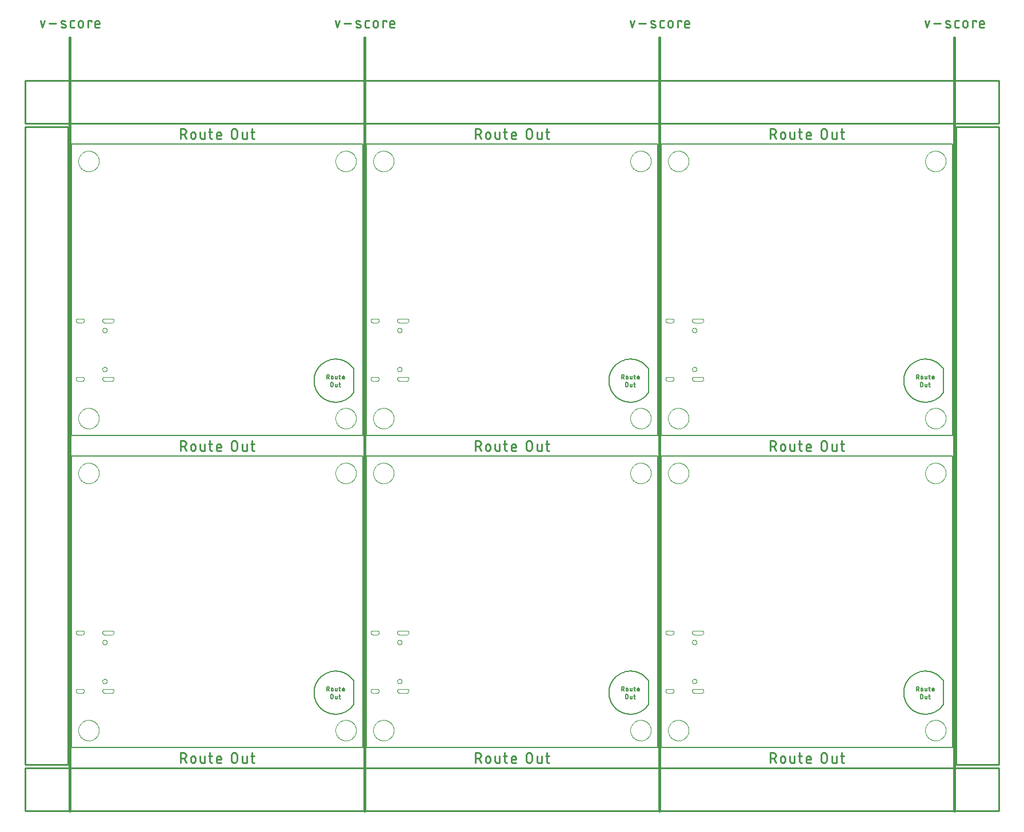
<source format=gko>
G75*
%MOIN*%
%OFA0B0*%
%FSLAX25Y25*%
%IPPOS*%
%LPD*%
%AMOC8*
5,1,8,0,0,1.08239X$1,22.5*
%
%ADD10C,0.00800*%
%ADD11C,0.01100*%
%ADD12C,0.01500*%
%ADD13C,0.01000*%
%ADD14C,0.00000*%
%ADD15C,0.00039*%
%ADD16C,0.00600*%
%ADD17C,0.00500*%
D10*
X0053342Y0038750D02*
X0053342Y0208750D01*
X0223342Y0208750D01*
X0223342Y0038750D01*
X0053342Y0038750D01*
X0225342Y0038750D02*
X0225342Y0208750D01*
X0395342Y0208750D01*
X0395342Y0038750D01*
X0225342Y0038750D01*
X0397342Y0038750D02*
X0397342Y0208750D01*
X0567342Y0208750D01*
X0567342Y0038750D01*
X0397342Y0038750D01*
X0397342Y0220750D02*
X0397342Y0390750D01*
X0567342Y0390750D01*
X0567342Y0220750D01*
X0397342Y0220750D01*
X0395342Y0220750D02*
X0395342Y0390750D01*
X0225342Y0390750D01*
X0225342Y0220750D01*
X0395342Y0220750D01*
X0223342Y0220750D02*
X0223342Y0390750D01*
X0053342Y0390750D01*
X0053342Y0220750D01*
X0223342Y0220750D01*
D11*
X0159797Y0215733D02*
X0157830Y0215733D01*
X0158486Y0217700D02*
X0158486Y0212783D01*
X0158488Y0212721D01*
X0158494Y0212660D01*
X0158503Y0212599D01*
X0158517Y0212539D01*
X0158534Y0212479D01*
X0158555Y0212421D01*
X0158580Y0212364D01*
X0158608Y0212309D01*
X0158639Y0212256D01*
X0158674Y0212205D01*
X0158712Y0212156D01*
X0158752Y0212110D01*
X0158796Y0212066D01*
X0158842Y0212026D01*
X0158891Y0211988D01*
X0158942Y0211953D01*
X0158995Y0211922D01*
X0159050Y0211894D01*
X0159107Y0211869D01*
X0159165Y0211848D01*
X0159225Y0211831D01*
X0159285Y0211817D01*
X0159346Y0211808D01*
X0159407Y0211802D01*
X0159469Y0211800D01*
X0159797Y0211800D01*
X0155476Y0211800D02*
X0155476Y0215733D01*
X0152853Y0215733D02*
X0152853Y0212783D01*
X0152854Y0212783D02*
X0152856Y0212721D01*
X0152862Y0212660D01*
X0152871Y0212599D01*
X0152885Y0212539D01*
X0152902Y0212479D01*
X0152923Y0212421D01*
X0152948Y0212364D01*
X0152976Y0212309D01*
X0153007Y0212256D01*
X0153042Y0212205D01*
X0153080Y0212156D01*
X0153120Y0212110D01*
X0153164Y0212066D01*
X0153210Y0212026D01*
X0153259Y0211988D01*
X0153310Y0211953D01*
X0153363Y0211922D01*
X0153418Y0211894D01*
X0153475Y0211869D01*
X0153533Y0211848D01*
X0153593Y0211831D01*
X0153653Y0211817D01*
X0153714Y0211808D01*
X0153775Y0211802D01*
X0153837Y0211800D01*
X0155476Y0211800D01*
X0149855Y0213439D02*
X0149855Y0216061D01*
X0149853Y0216140D01*
X0149847Y0216219D01*
X0149838Y0216298D01*
X0149824Y0216376D01*
X0149807Y0216453D01*
X0149787Y0216530D01*
X0149762Y0216605D01*
X0149734Y0216679D01*
X0149702Y0216752D01*
X0149667Y0216823D01*
X0149629Y0216892D01*
X0149587Y0216959D01*
X0149542Y0217024D01*
X0149494Y0217087D01*
X0149443Y0217148D01*
X0149389Y0217206D01*
X0149332Y0217261D01*
X0149273Y0217314D01*
X0149211Y0217363D01*
X0149147Y0217410D01*
X0149081Y0217453D01*
X0149013Y0217493D01*
X0148942Y0217530D01*
X0148871Y0217564D01*
X0148797Y0217593D01*
X0148722Y0217620D01*
X0148647Y0217642D01*
X0148570Y0217661D01*
X0148492Y0217677D01*
X0148414Y0217688D01*
X0148335Y0217696D01*
X0148256Y0217700D01*
X0148176Y0217700D01*
X0148097Y0217696D01*
X0148018Y0217688D01*
X0147940Y0217677D01*
X0147862Y0217661D01*
X0147785Y0217642D01*
X0147710Y0217620D01*
X0147635Y0217593D01*
X0147561Y0217564D01*
X0147490Y0217530D01*
X0147419Y0217493D01*
X0147351Y0217453D01*
X0147285Y0217410D01*
X0147221Y0217363D01*
X0147159Y0217314D01*
X0147100Y0217261D01*
X0147043Y0217206D01*
X0146989Y0217148D01*
X0146938Y0217087D01*
X0146890Y0217024D01*
X0146845Y0216959D01*
X0146803Y0216892D01*
X0146765Y0216823D01*
X0146730Y0216752D01*
X0146698Y0216679D01*
X0146670Y0216605D01*
X0146645Y0216530D01*
X0146625Y0216453D01*
X0146608Y0216376D01*
X0146594Y0216298D01*
X0146585Y0216219D01*
X0146579Y0216140D01*
X0146577Y0216061D01*
X0146577Y0213439D01*
X0146579Y0213360D01*
X0146585Y0213281D01*
X0146594Y0213202D01*
X0146608Y0213124D01*
X0146625Y0213047D01*
X0146645Y0212970D01*
X0146670Y0212895D01*
X0146698Y0212821D01*
X0146730Y0212748D01*
X0146765Y0212677D01*
X0146803Y0212608D01*
X0146845Y0212541D01*
X0146890Y0212476D01*
X0146938Y0212413D01*
X0146989Y0212352D01*
X0147043Y0212294D01*
X0147100Y0212239D01*
X0147159Y0212186D01*
X0147221Y0212137D01*
X0147285Y0212090D01*
X0147351Y0212047D01*
X0147419Y0212007D01*
X0147490Y0211970D01*
X0147561Y0211936D01*
X0147635Y0211907D01*
X0147710Y0211880D01*
X0147785Y0211858D01*
X0147862Y0211839D01*
X0147940Y0211823D01*
X0148018Y0211812D01*
X0148097Y0211804D01*
X0148176Y0211800D01*
X0148256Y0211800D01*
X0148335Y0211804D01*
X0148414Y0211812D01*
X0148492Y0211823D01*
X0148570Y0211839D01*
X0148647Y0211858D01*
X0148722Y0211880D01*
X0148797Y0211907D01*
X0148871Y0211936D01*
X0148942Y0211970D01*
X0149013Y0212007D01*
X0149081Y0212047D01*
X0149147Y0212090D01*
X0149211Y0212137D01*
X0149273Y0212186D01*
X0149332Y0212239D01*
X0149389Y0212294D01*
X0149443Y0212352D01*
X0149494Y0212413D01*
X0149542Y0212476D01*
X0149587Y0212541D01*
X0149629Y0212608D01*
X0149667Y0212677D01*
X0149702Y0212748D01*
X0149734Y0212821D01*
X0149762Y0212895D01*
X0149787Y0212970D01*
X0149807Y0213047D01*
X0149824Y0213124D01*
X0149838Y0213202D01*
X0149847Y0213281D01*
X0149853Y0213360D01*
X0149855Y0213439D01*
X0140501Y0213767D02*
X0137879Y0213767D01*
X0137879Y0214422D02*
X0137879Y0212783D01*
X0137881Y0212721D01*
X0137887Y0212660D01*
X0137896Y0212599D01*
X0137910Y0212539D01*
X0137927Y0212479D01*
X0137948Y0212421D01*
X0137973Y0212364D01*
X0138001Y0212309D01*
X0138032Y0212256D01*
X0138067Y0212205D01*
X0138105Y0212156D01*
X0138145Y0212110D01*
X0138189Y0212066D01*
X0138235Y0212026D01*
X0138284Y0211988D01*
X0138335Y0211953D01*
X0138388Y0211922D01*
X0138443Y0211894D01*
X0138500Y0211869D01*
X0138558Y0211848D01*
X0138618Y0211831D01*
X0138678Y0211817D01*
X0138739Y0211808D01*
X0138800Y0211802D01*
X0138862Y0211800D01*
X0140501Y0211800D01*
X0140501Y0213767D02*
X0140501Y0214422D01*
X0140499Y0214493D01*
X0140493Y0214564D01*
X0140484Y0214634D01*
X0140470Y0214704D01*
X0140453Y0214773D01*
X0140432Y0214841D01*
X0140408Y0214907D01*
X0140380Y0214972D01*
X0140348Y0215036D01*
X0140313Y0215098D01*
X0140275Y0215158D01*
X0140234Y0215215D01*
X0140189Y0215271D01*
X0140142Y0215324D01*
X0140092Y0215374D01*
X0140039Y0215421D01*
X0139983Y0215466D01*
X0139926Y0215507D01*
X0139866Y0215545D01*
X0139804Y0215580D01*
X0139740Y0215612D01*
X0139675Y0215640D01*
X0139609Y0215664D01*
X0139541Y0215685D01*
X0139472Y0215702D01*
X0139402Y0215716D01*
X0139332Y0215725D01*
X0139261Y0215731D01*
X0139190Y0215733D01*
X0139119Y0215731D01*
X0139048Y0215725D01*
X0138978Y0215716D01*
X0138908Y0215702D01*
X0138839Y0215685D01*
X0138771Y0215664D01*
X0138705Y0215640D01*
X0138640Y0215612D01*
X0138576Y0215580D01*
X0138514Y0215545D01*
X0138454Y0215507D01*
X0138397Y0215466D01*
X0138341Y0215421D01*
X0138288Y0215374D01*
X0138238Y0215324D01*
X0138191Y0215271D01*
X0138146Y0215215D01*
X0138105Y0215158D01*
X0138067Y0215098D01*
X0138032Y0215036D01*
X0138000Y0214972D01*
X0137972Y0214907D01*
X0137948Y0214841D01*
X0137927Y0214773D01*
X0137910Y0214704D01*
X0137896Y0214634D01*
X0137887Y0214564D01*
X0137881Y0214493D01*
X0137879Y0214422D01*
X0135386Y0215733D02*
X0133419Y0215733D01*
X0134075Y0217700D02*
X0134075Y0212783D01*
X0134077Y0212721D01*
X0134083Y0212660D01*
X0134092Y0212599D01*
X0134106Y0212539D01*
X0134123Y0212479D01*
X0134144Y0212421D01*
X0134169Y0212364D01*
X0134197Y0212309D01*
X0134228Y0212256D01*
X0134263Y0212205D01*
X0134301Y0212156D01*
X0134341Y0212110D01*
X0134385Y0212066D01*
X0134431Y0212026D01*
X0134480Y0211988D01*
X0134531Y0211953D01*
X0134584Y0211922D01*
X0134639Y0211894D01*
X0134696Y0211869D01*
X0134754Y0211848D01*
X0134814Y0211831D01*
X0134874Y0211817D01*
X0134935Y0211808D01*
X0134996Y0211802D01*
X0135058Y0211800D01*
X0135386Y0211800D01*
X0131065Y0211800D02*
X0131065Y0215733D01*
X0128442Y0215733D02*
X0128442Y0212783D01*
X0128443Y0212783D02*
X0128445Y0212721D01*
X0128451Y0212660D01*
X0128460Y0212599D01*
X0128474Y0212539D01*
X0128491Y0212479D01*
X0128512Y0212421D01*
X0128537Y0212364D01*
X0128565Y0212309D01*
X0128596Y0212256D01*
X0128631Y0212205D01*
X0128669Y0212156D01*
X0128709Y0212110D01*
X0128753Y0212066D01*
X0128799Y0212026D01*
X0128848Y0211988D01*
X0128899Y0211953D01*
X0128952Y0211922D01*
X0129007Y0211894D01*
X0129064Y0211869D01*
X0129122Y0211848D01*
X0129182Y0211831D01*
X0129242Y0211817D01*
X0129303Y0211808D01*
X0129364Y0211802D01*
X0129426Y0211800D01*
X0131065Y0211800D01*
X0125526Y0213111D02*
X0125526Y0214422D01*
X0125524Y0214493D01*
X0125518Y0214564D01*
X0125509Y0214634D01*
X0125495Y0214704D01*
X0125478Y0214773D01*
X0125457Y0214841D01*
X0125433Y0214907D01*
X0125405Y0214972D01*
X0125373Y0215036D01*
X0125338Y0215098D01*
X0125300Y0215158D01*
X0125259Y0215215D01*
X0125214Y0215271D01*
X0125167Y0215324D01*
X0125117Y0215374D01*
X0125064Y0215421D01*
X0125008Y0215466D01*
X0124951Y0215507D01*
X0124891Y0215545D01*
X0124829Y0215580D01*
X0124765Y0215612D01*
X0124700Y0215640D01*
X0124634Y0215664D01*
X0124566Y0215685D01*
X0124497Y0215702D01*
X0124427Y0215716D01*
X0124357Y0215725D01*
X0124286Y0215731D01*
X0124215Y0215733D01*
X0124144Y0215731D01*
X0124073Y0215725D01*
X0124003Y0215716D01*
X0123933Y0215702D01*
X0123864Y0215685D01*
X0123796Y0215664D01*
X0123730Y0215640D01*
X0123665Y0215612D01*
X0123601Y0215580D01*
X0123539Y0215545D01*
X0123479Y0215507D01*
X0123422Y0215466D01*
X0123366Y0215421D01*
X0123313Y0215374D01*
X0123263Y0215324D01*
X0123216Y0215271D01*
X0123171Y0215215D01*
X0123130Y0215158D01*
X0123092Y0215098D01*
X0123057Y0215036D01*
X0123025Y0214972D01*
X0122997Y0214907D01*
X0122973Y0214841D01*
X0122952Y0214773D01*
X0122935Y0214704D01*
X0122921Y0214634D01*
X0122912Y0214564D01*
X0122906Y0214493D01*
X0122904Y0214422D01*
X0122904Y0213111D01*
X0122906Y0213040D01*
X0122912Y0212969D01*
X0122921Y0212899D01*
X0122935Y0212829D01*
X0122952Y0212760D01*
X0122973Y0212692D01*
X0122997Y0212626D01*
X0123025Y0212561D01*
X0123057Y0212497D01*
X0123092Y0212435D01*
X0123130Y0212375D01*
X0123171Y0212318D01*
X0123216Y0212262D01*
X0123263Y0212209D01*
X0123313Y0212159D01*
X0123366Y0212112D01*
X0123422Y0212067D01*
X0123479Y0212026D01*
X0123539Y0211988D01*
X0123601Y0211953D01*
X0123665Y0211921D01*
X0123730Y0211893D01*
X0123796Y0211869D01*
X0123864Y0211848D01*
X0123933Y0211831D01*
X0124003Y0211817D01*
X0124073Y0211808D01*
X0124144Y0211802D01*
X0124215Y0211800D01*
X0124286Y0211802D01*
X0124357Y0211808D01*
X0124427Y0211817D01*
X0124497Y0211831D01*
X0124566Y0211848D01*
X0124634Y0211869D01*
X0124700Y0211893D01*
X0124765Y0211921D01*
X0124829Y0211953D01*
X0124891Y0211988D01*
X0124951Y0212026D01*
X0125008Y0212067D01*
X0125064Y0212112D01*
X0125117Y0212159D01*
X0125167Y0212209D01*
X0125214Y0212262D01*
X0125259Y0212318D01*
X0125300Y0212375D01*
X0125338Y0212435D01*
X0125373Y0212497D01*
X0125405Y0212561D01*
X0125433Y0212626D01*
X0125457Y0212692D01*
X0125478Y0212760D01*
X0125495Y0212829D01*
X0125509Y0212899D01*
X0125518Y0212969D01*
X0125524Y0213040D01*
X0125526Y0213111D01*
X0120164Y0211800D02*
X0118853Y0214422D01*
X0118526Y0214422D02*
X0116887Y0214422D01*
X0118526Y0214422D02*
X0118605Y0214424D01*
X0118684Y0214430D01*
X0118763Y0214439D01*
X0118841Y0214453D01*
X0118918Y0214470D01*
X0118995Y0214490D01*
X0119070Y0214515D01*
X0119144Y0214543D01*
X0119217Y0214575D01*
X0119288Y0214610D01*
X0119357Y0214648D01*
X0119424Y0214690D01*
X0119489Y0214735D01*
X0119552Y0214783D01*
X0119613Y0214834D01*
X0119671Y0214888D01*
X0119726Y0214945D01*
X0119779Y0215004D01*
X0119828Y0215066D01*
X0119875Y0215130D01*
X0119918Y0215196D01*
X0119958Y0215264D01*
X0119995Y0215335D01*
X0120029Y0215406D01*
X0120058Y0215480D01*
X0120085Y0215555D01*
X0120107Y0215630D01*
X0120126Y0215707D01*
X0120142Y0215785D01*
X0120153Y0215863D01*
X0120161Y0215942D01*
X0120165Y0216021D01*
X0120165Y0216101D01*
X0120161Y0216180D01*
X0120153Y0216259D01*
X0120142Y0216337D01*
X0120126Y0216415D01*
X0120107Y0216492D01*
X0120085Y0216567D01*
X0120058Y0216642D01*
X0120029Y0216716D01*
X0119995Y0216787D01*
X0119958Y0216858D01*
X0119918Y0216926D01*
X0119875Y0216992D01*
X0119828Y0217056D01*
X0119779Y0217118D01*
X0119726Y0217177D01*
X0119671Y0217234D01*
X0119613Y0217288D01*
X0119552Y0217339D01*
X0119489Y0217387D01*
X0119424Y0217432D01*
X0119357Y0217474D01*
X0119288Y0217512D01*
X0119217Y0217547D01*
X0119144Y0217579D01*
X0119070Y0217607D01*
X0118995Y0217632D01*
X0118918Y0217652D01*
X0118841Y0217669D01*
X0118763Y0217683D01*
X0118684Y0217692D01*
X0118605Y0217698D01*
X0118526Y0217700D01*
X0116887Y0217700D01*
X0116887Y0211800D01*
X0288887Y0211800D02*
X0288887Y0217700D01*
X0290526Y0217700D01*
X0290605Y0217698D01*
X0290684Y0217692D01*
X0290763Y0217683D01*
X0290841Y0217669D01*
X0290918Y0217652D01*
X0290995Y0217632D01*
X0291070Y0217607D01*
X0291144Y0217579D01*
X0291217Y0217547D01*
X0291288Y0217512D01*
X0291357Y0217474D01*
X0291424Y0217432D01*
X0291489Y0217387D01*
X0291552Y0217339D01*
X0291613Y0217288D01*
X0291671Y0217234D01*
X0291726Y0217177D01*
X0291779Y0217118D01*
X0291828Y0217056D01*
X0291875Y0216992D01*
X0291918Y0216926D01*
X0291958Y0216858D01*
X0291995Y0216787D01*
X0292029Y0216716D01*
X0292058Y0216642D01*
X0292085Y0216567D01*
X0292107Y0216492D01*
X0292126Y0216415D01*
X0292142Y0216337D01*
X0292153Y0216259D01*
X0292161Y0216180D01*
X0292165Y0216101D01*
X0292165Y0216021D01*
X0292161Y0215942D01*
X0292153Y0215863D01*
X0292142Y0215785D01*
X0292126Y0215707D01*
X0292107Y0215630D01*
X0292085Y0215555D01*
X0292058Y0215480D01*
X0292029Y0215406D01*
X0291995Y0215335D01*
X0291958Y0215264D01*
X0291918Y0215196D01*
X0291875Y0215130D01*
X0291828Y0215066D01*
X0291779Y0215004D01*
X0291726Y0214945D01*
X0291671Y0214888D01*
X0291613Y0214834D01*
X0291552Y0214783D01*
X0291489Y0214735D01*
X0291424Y0214690D01*
X0291357Y0214648D01*
X0291288Y0214610D01*
X0291217Y0214575D01*
X0291144Y0214543D01*
X0291070Y0214515D01*
X0290995Y0214490D01*
X0290918Y0214470D01*
X0290841Y0214453D01*
X0290763Y0214439D01*
X0290684Y0214430D01*
X0290605Y0214424D01*
X0290526Y0214422D01*
X0288887Y0214422D01*
X0290853Y0214422D02*
X0292164Y0211800D01*
X0294904Y0213111D02*
X0294904Y0214422D01*
X0294906Y0214493D01*
X0294912Y0214564D01*
X0294921Y0214634D01*
X0294935Y0214704D01*
X0294952Y0214773D01*
X0294973Y0214841D01*
X0294997Y0214907D01*
X0295025Y0214972D01*
X0295057Y0215036D01*
X0295092Y0215098D01*
X0295130Y0215158D01*
X0295171Y0215215D01*
X0295216Y0215271D01*
X0295263Y0215324D01*
X0295313Y0215374D01*
X0295366Y0215421D01*
X0295422Y0215466D01*
X0295479Y0215507D01*
X0295539Y0215545D01*
X0295601Y0215580D01*
X0295665Y0215612D01*
X0295730Y0215640D01*
X0295796Y0215664D01*
X0295864Y0215685D01*
X0295933Y0215702D01*
X0296003Y0215716D01*
X0296073Y0215725D01*
X0296144Y0215731D01*
X0296215Y0215733D01*
X0296286Y0215731D01*
X0296357Y0215725D01*
X0296427Y0215716D01*
X0296497Y0215702D01*
X0296566Y0215685D01*
X0296634Y0215664D01*
X0296700Y0215640D01*
X0296765Y0215612D01*
X0296829Y0215580D01*
X0296891Y0215545D01*
X0296951Y0215507D01*
X0297008Y0215466D01*
X0297064Y0215421D01*
X0297117Y0215374D01*
X0297167Y0215324D01*
X0297214Y0215271D01*
X0297259Y0215215D01*
X0297300Y0215158D01*
X0297338Y0215098D01*
X0297373Y0215036D01*
X0297405Y0214972D01*
X0297433Y0214907D01*
X0297457Y0214841D01*
X0297478Y0214773D01*
X0297495Y0214704D01*
X0297509Y0214634D01*
X0297518Y0214564D01*
X0297524Y0214493D01*
X0297526Y0214422D01*
X0297526Y0213111D01*
X0297524Y0213040D01*
X0297518Y0212969D01*
X0297509Y0212899D01*
X0297495Y0212829D01*
X0297478Y0212760D01*
X0297457Y0212692D01*
X0297433Y0212626D01*
X0297405Y0212561D01*
X0297373Y0212497D01*
X0297338Y0212435D01*
X0297300Y0212375D01*
X0297259Y0212318D01*
X0297214Y0212262D01*
X0297167Y0212209D01*
X0297117Y0212159D01*
X0297064Y0212112D01*
X0297008Y0212067D01*
X0296951Y0212026D01*
X0296891Y0211988D01*
X0296829Y0211953D01*
X0296765Y0211921D01*
X0296700Y0211893D01*
X0296634Y0211869D01*
X0296566Y0211848D01*
X0296497Y0211831D01*
X0296427Y0211817D01*
X0296357Y0211808D01*
X0296286Y0211802D01*
X0296215Y0211800D01*
X0296144Y0211802D01*
X0296073Y0211808D01*
X0296003Y0211817D01*
X0295933Y0211831D01*
X0295864Y0211848D01*
X0295796Y0211869D01*
X0295730Y0211893D01*
X0295665Y0211921D01*
X0295601Y0211953D01*
X0295539Y0211988D01*
X0295479Y0212026D01*
X0295422Y0212067D01*
X0295366Y0212112D01*
X0295313Y0212159D01*
X0295263Y0212209D01*
X0295216Y0212262D01*
X0295171Y0212318D01*
X0295130Y0212375D01*
X0295092Y0212435D01*
X0295057Y0212497D01*
X0295025Y0212561D01*
X0294997Y0212626D01*
X0294973Y0212692D01*
X0294952Y0212760D01*
X0294935Y0212829D01*
X0294921Y0212899D01*
X0294912Y0212969D01*
X0294906Y0213040D01*
X0294904Y0213111D01*
X0300442Y0212783D02*
X0300442Y0215733D01*
X0303065Y0215733D02*
X0303065Y0211800D01*
X0301426Y0211800D01*
X0301364Y0211802D01*
X0301303Y0211808D01*
X0301242Y0211817D01*
X0301182Y0211831D01*
X0301122Y0211848D01*
X0301064Y0211869D01*
X0301007Y0211894D01*
X0300952Y0211922D01*
X0300899Y0211953D01*
X0300848Y0211988D01*
X0300799Y0212026D01*
X0300753Y0212066D01*
X0300709Y0212110D01*
X0300669Y0212156D01*
X0300631Y0212205D01*
X0300596Y0212256D01*
X0300565Y0212309D01*
X0300537Y0212364D01*
X0300512Y0212421D01*
X0300491Y0212479D01*
X0300474Y0212539D01*
X0300460Y0212599D01*
X0300451Y0212660D01*
X0300445Y0212721D01*
X0300443Y0212783D01*
X0306075Y0212783D02*
X0306075Y0217700D01*
X0305419Y0215733D02*
X0307386Y0215733D01*
X0309879Y0214422D02*
X0309879Y0212783D01*
X0309881Y0212721D01*
X0309887Y0212660D01*
X0309896Y0212599D01*
X0309910Y0212539D01*
X0309927Y0212479D01*
X0309948Y0212421D01*
X0309973Y0212364D01*
X0310001Y0212309D01*
X0310032Y0212256D01*
X0310067Y0212205D01*
X0310105Y0212156D01*
X0310145Y0212110D01*
X0310189Y0212066D01*
X0310235Y0212026D01*
X0310284Y0211988D01*
X0310335Y0211953D01*
X0310388Y0211922D01*
X0310443Y0211894D01*
X0310500Y0211869D01*
X0310558Y0211848D01*
X0310618Y0211831D01*
X0310678Y0211817D01*
X0310739Y0211808D01*
X0310800Y0211802D01*
X0310862Y0211800D01*
X0312501Y0211800D01*
X0312501Y0213767D02*
X0309879Y0213767D01*
X0309879Y0214422D02*
X0309881Y0214493D01*
X0309887Y0214564D01*
X0309896Y0214634D01*
X0309910Y0214704D01*
X0309927Y0214773D01*
X0309948Y0214841D01*
X0309972Y0214907D01*
X0310000Y0214972D01*
X0310032Y0215036D01*
X0310067Y0215098D01*
X0310105Y0215158D01*
X0310146Y0215215D01*
X0310191Y0215271D01*
X0310238Y0215324D01*
X0310288Y0215374D01*
X0310341Y0215421D01*
X0310397Y0215466D01*
X0310454Y0215507D01*
X0310514Y0215545D01*
X0310576Y0215580D01*
X0310640Y0215612D01*
X0310705Y0215640D01*
X0310771Y0215664D01*
X0310839Y0215685D01*
X0310908Y0215702D01*
X0310978Y0215716D01*
X0311048Y0215725D01*
X0311119Y0215731D01*
X0311190Y0215733D01*
X0311261Y0215731D01*
X0311332Y0215725D01*
X0311402Y0215716D01*
X0311472Y0215702D01*
X0311541Y0215685D01*
X0311609Y0215664D01*
X0311675Y0215640D01*
X0311740Y0215612D01*
X0311804Y0215580D01*
X0311866Y0215545D01*
X0311926Y0215507D01*
X0311983Y0215466D01*
X0312039Y0215421D01*
X0312092Y0215374D01*
X0312142Y0215324D01*
X0312189Y0215271D01*
X0312234Y0215215D01*
X0312275Y0215158D01*
X0312313Y0215098D01*
X0312348Y0215036D01*
X0312380Y0214972D01*
X0312408Y0214907D01*
X0312432Y0214841D01*
X0312453Y0214773D01*
X0312470Y0214704D01*
X0312484Y0214634D01*
X0312493Y0214564D01*
X0312499Y0214493D01*
X0312501Y0214422D01*
X0312501Y0213767D01*
X0307386Y0211800D02*
X0307058Y0211800D01*
X0306996Y0211802D01*
X0306935Y0211808D01*
X0306874Y0211817D01*
X0306814Y0211831D01*
X0306754Y0211848D01*
X0306696Y0211869D01*
X0306639Y0211894D01*
X0306584Y0211922D01*
X0306531Y0211953D01*
X0306480Y0211988D01*
X0306431Y0212026D01*
X0306385Y0212066D01*
X0306341Y0212110D01*
X0306301Y0212156D01*
X0306263Y0212205D01*
X0306228Y0212256D01*
X0306197Y0212309D01*
X0306169Y0212364D01*
X0306144Y0212421D01*
X0306123Y0212479D01*
X0306106Y0212539D01*
X0306092Y0212599D01*
X0306083Y0212660D01*
X0306077Y0212721D01*
X0306075Y0212783D01*
X0318577Y0213439D02*
X0318577Y0216061D01*
X0318579Y0216140D01*
X0318585Y0216219D01*
X0318594Y0216298D01*
X0318608Y0216376D01*
X0318625Y0216453D01*
X0318645Y0216530D01*
X0318670Y0216605D01*
X0318698Y0216679D01*
X0318730Y0216752D01*
X0318765Y0216823D01*
X0318803Y0216892D01*
X0318845Y0216959D01*
X0318890Y0217024D01*
X0318938Y0217087D01*
X0318989Y0217148D01*
X0319043Y0217206D01*
X0319100Y0217261D01*
X0319159Y0217314D01*
X0319221Y0217363D01*
X0319285Y0217410D01*
X0319351Y0217453D01*
X0319419Y0217493D01*
X0319490Y0217530D01*
X0319561Y0217564D01*
X0319635Y0217593D01*
X0319710Y0217620D01*
X0319785Y0217642D01*
X0319862Y0217661D01*
X0319940Y0217677D01*
X0320018Y0217688D01*
X0320097Y0217696D01*
X0320176Y0217700D01*
X0320256Y0217700D01*
X0320335Y0217696D01*
X0320414Y0217688D01*
X0320492Y0217677D01*
X0320570Y0217661D01*
X0320647Y0217642D01*
X0320722Y0217620D01*
X0320797Y0217593D01*
X0320871Y0217564D01*
X0320942Y0217530D01*
X0321013Y0217493D01*
X0321081Y0217453D01*
X0321147Y0217410D01*
X0321211Y0217363D01*
X0321273Y0217314D01*
X0321332Y0217261D01*
X0321389Y0217206D01*
X0321443Y0217148D01*
X0321494Y0217087D01*
X0321542Y0217024D01*
X0321587Y0216959D01*
X0321629Y0216892D01*
X0321667Y0216823D01*
X0321702Y0216752D01*
X0321734Y0216679D01*
X0321762Y0216605D01*
X0321787Y0216530D01*
X0321807Y0216453D01*
X0321824Y0216376D01*
X0321838Y0216298D01*
X0321847Y0216219D01*
X0321853Y0216140D01*
X0321855Y0216061D01*
X0321855Y0213439D01*
X0321853Y0213360D01*
X0321847Y0213281D01*
X0321838Y0213202D01*
X0321824Y0213124D01*
X0321807Y0213047D01*
X0321787Y0212970D01*
X0321762Y0212895D01*
X0321734Y0212821D01*
X0321702Y0212748D01*
X0321667Y0212677D01*
X0321629Y0212608D01*
X0321587Y0212541D01*
X0321542Y0212476D01*
X0321494Y0212413D01*
X0321443Y0212352D01*
X0321389Y0212294D01*
X0321332Y0212239D01*
X0321273Y0212186D01*
X0321211Y0212137D01*
X0321147Y0212090D01*
X0321081Y0212047D01*
X0321013Y0212007D01*
X0320942Y0211970D01*
X0320871Y0211936D01*
X0320797Y0211907D01*
X0320722Y0211880D01*
X0320647Y0211858D01*
X0320570Y0211839D01*
X0320492Y0211823D01*
X0320414Y0211812D01*
X0320335Y0211804D01*
X0320256Y0211800D01*
X0320176Y0211800D01*
X0320097Y0211804D01*
X0320018Y0211812D01*
X0319940Y0211823D01*
X0319862Y0211839D01*
X0319785Y0211858D01*
X0319710Y0211880D01*
X0319635Y0211907D01*
X0319561Y0211936D01*
X0319490Y0211970D01*
X0319419Y0212007D01*
X0319351Y0212047D01*
X0319285Y0212090D01*
X0319221Y0212137D01*
X0319159Y0212186D01*
X0319100Y0212239D01*
X0319043Y0212294D01*
X0318989Y0212352D01*
X0318938Y0212413D01*
X0318890Y0212476D01*
X0318845Y0212541D01*
X0318803Y0212608D01*
X0318765Y0212677D01*
X0318730Y0212748D01*
X0318698Y0212821D01*
X0318670Y0212895D01*
X0318645Y0212970D01*
X0318625Y0213047D01*
X0318608Y0213124D01*
X0318594Y0213202D01*
X0318585Y0213281D01*
X0318579Y0213360D01*
X0318577Y0213439D01*
X0324853Y0212783D02*
X0324853Y0215733D01*
X0327476Y0215733D02*
X0327476Y0211800D01*
X0325837Y0211800D01*
X0325775Y0211802D01*
X0325714Y0211808D01*
X0325653Y0211817D01*
X0325593Y0211831D01*
X0325533Y0211848D01*
X0325475Y0211869D01*
X0325418Y0211894D01*
X0325363Y0211922D01*
X0325310Y0211953D01*
X0325259Y0211988D01*
X0325210Y0212026D01*
X0325164Y0212066D01*
X0325120Y0212110D01*
X0325080Y0212156D01*
X0325042Y0212205D01*
X0325007Y0212256D01*
X0324976Y0212309D01*
X0324948Y0212364D01*
X0324923Y0212421D01*
X0324902Y0212479D01*
X0324885Y0212539D01*
X0324871Y0212599D01*
X0324862Y0212660D01*
X0324856Y0212721D01*
X0324854Y0212783D01*
X0330486Y0212783D02*
X0330486Y0217700D01*
X0329830Y0215733D02*
X0331797Y0215733D01*
X0330486Y0212783D02*
X0330488Y0212721D01*
X0330494Y0212660D01*
X0330503Y0212599D01*
X0330517Y0212539D01*
X0330534Y0212479D01*
X0330555Y0212421D01*
X0330580Y0212364D01*
X0330608Y0212309D01*
X0330639Y0212256D01*
X0330674Y0212205D01*
X0330712Y0212156D01*
X0330752Y0212110D01*
X0330796Y0212066D01*
X0330842Y0212026D01*
X0330891Y0211988D01*
X0330942Y0211953D01*
X0330995Y0211922D01*
X0331050Y0211894D01*
X0331107Y0211869D01*
X0331165Y0211848D01*
X0331225Y0211831D01*
X0331285Y0211817D01*
X0331346Y0211808D01*
X0331407Y0211802D01*
X0331469Y0211800D01*
X0331797Y0211800D01*
X0460887Y0211800D02*
X0460887Y0217700D01*
X0462526Y0217700D01*
X0462605Y0217698D01*
X0462684Y0217692D01*
X0462763Y0217683D01*
X0462841Y0217669D01*
X0462918Y0217652D01*
X0462995Y0217632D01*
X0463070Y0217607D01*
X0463144Y0217579D01*
X0463217Y0217547D01*
X0463288Y0217512D01*
X0463357Y0217474D01*
X0463424Y0217432D01*
X0463489Y0217387D01*
X0463552Y0217339D01*
X0463613Y0217288D01*
X0463671Y0217234D01*
X0463726Y0217177D01*
X0463779Y0217118D01*
X0463828Y0217056D01*
X0463875Y0216992D01*
X0463918Y0216926D01*
X0463958Y0216858D01*
X0463995Y0216787D01*
X0464029Y0216716D01*
X0464058Y0216642D01*
X0464085Y0216567D01*
X0464107Y0216492D01*
X0464126Y0216415D01*
X0464142Y0216337D01*
X0464153Y0216259D01*
X0464161Y0216180D01*
X0464165Y0216101D01*
X0464165Y0216021D01*
X0464161Y0215942D01*
X0464153Y0215863D01*
X0464142Y0215785D01*
X0464126Y0215707D01*
X0464107Y0215630D01*
X0464085Y0215555D01*
X0464058Y0215480D01*
X0464029Y0215406D01*
X0463995Y0215335D01*
X0463958Y0215264D01*
X0463918Y0215196D01*
X0463875Y0215130D01*
X0463828Y0215066D01*
X0463779Y0215004D01*
X0463726Y0214945D01*
X0463671Y0214888D01*
X0463613Y0214834D01*
X0463552Y0214783D01*
X0463489Y0214735D01*
X0463424Y0214690D01*
X0463357Y0214648D01*
X0463288Y0214610D01*
X0463217Y0214575D01*
X0463144Y0214543D01*
X0463070Y0214515D01*
X0462995Y0214490D01*
X0462918Y0214470D01*
X0462841Y0214453D01*
X0462763Y0214439D01*
X0462684Y0214430D01*
X0462605Y0214424D01*
X0462526Y0214422D01*
X0460887Y0214422D01*
X0462853Y0214422D02*
X0464164Y0211800D01*
X0466904Y0213111D02*
X0466904Y0214422D01*
X0466906Y0214493D01*
X0466912Y0214564D01*
X0466921Y0214634D01*
X0466935Y0214704D01*
X0466952Y0214773D01*
X0466973Y0214841D01*
X0466997Y0214907D01*
X0467025Y0214972D01*
X0467057Y0215036D01*
X0467092Y0215098D01*
X0467130Y0215158D01*
X0467171Y0215215D01*
X0467216Y0215271D01*
X0467263Y0215324D01*
X0467313Y0215374D01*
X0467366Y0215421D01*
X0467422Y0215466D01*
X0467479Y0215507D01*
X0467539Y0215545D01*
X0467601Y0215580D01*
X0467665Y0215612D01*
X0467730Y0215640D01*
X0467796Y0215664D01*
X0467864Y0215685D01*
X0467933Y0215702D01*
X0468003Y0215716D01*
X0468073Y0215725D01*
X0468144Y0215731D01*
X0468215Y0215733D01*
X0468286Y0215731D01*
X0468357Y0215725D01*
X0468427Y0215716D01*
X0468497Y0215702D01*
X0468566Y0215685D01*
X0468634Y0215664D01*
X0468700Y0215640D01*
X0468765Y0215612D01*
X0468829Y0215580D01*
X0468891Y0215545D01*
X0468951Y0215507D01*
X0469008Y0215466D01*
X0469064Y0215421D01*
X0469117Y0215374D01*
X0469167Y0215324D01*
X0469214Y0215271D01*
X0469259Y0215215D01*
X0469300Y0215158D01*
X0469338Y0215098D01*
X0469373Y0215036D01*
X0469405Y0214972D01*
X0469433Y0214907D01*
X0469457Y0214841D01*
X0469478Y0214773D01*
X0469495Y0214704D01*
X0469509Y0214634D01*
X0469518Y0214564D01*
X0469524Y0214493D01*
X0469526Y0214422D01*
X0469526Y0213111D01*
X0469524Y0213040D01*
X0469518Y0212969D01*
X0469509Y0212899D01*
X0469495Y0212829D01*
X0469478Y0212760D01*
X0469457Y0212692D01*
X0469433Y0212626D01*
X0469405Y0212561D01*
X0469373Y0212497D01*
X0469338Y0212435D01*
X0469300Y0212375D01*
X0469259Y0212318D01*
X0469214Y0212262D01*
X0469167Y0212209D01*
X0469117Y0212159D01*
X0469064Y0212112D01*
X0469008Y0212067D01*
X0468951Y0212026D01*
X0468891Y0211988D01*
X0468829Y0211953D01*
X0468765Y0211921D01*
X0468700Y0211893D01*
X0468634Y0211869D01*
X0468566Y0211848D01*
X0468497Y0211831D01*
X0468427Y0211817D01*
X0468357Y0211808D01*
X0468286Y0211802D01*
X0468215Y0211800D01*
X0468144Y0211802D01*
X0468073Y0211808D01*
X0468003Y0211817D01*
X0467933Y0211831D01*
X0467864Y0211848D01*
X0467796Y0211869D01*
X0467730Y0211893D01*
X0467665Y0211921D01*
X0467601Y0211953D01*
X0467539Y0211988D01*
X0467479Y0212026D01*
X0467422Y0212067D01*
X0467366Y0212112D01*
X0467313Y0212159D01*
X0467263Y0212209D01*
X0467216Y0212262D01*
X0467171Y0212318D01*
X0467130Y0212375D01*
X0467092Y0212435D01*
X0467057Y0212497D01*
X0467025Y0212561D01*
X0466997Y0212626D01*
X0466973Y0212692D01*
X0466952Y0212760D01*
X0466935Y0212829D01*
X0466921Y0212899D01*
X0466912Y0212969D01*
X0466906Y0213040D01*
X0466904Y0213111D01*
X0472442Y0212783D02*
X0472442Y0215733D01*
X0475065Y0215733D02*
X0475065Y0211800D01*
X0473426Y0211800D01*
X0473364Y0211802D01*
X0473303Y0211808D01*
X0473242Y0211817D01*
X0473182Y0211831D01*
X0473122Y0211848D01*
X0473064Y0211869D01*
X0473007Y0211894D01*
X0472952Y0211922D01*
X0472899Y0211953D01*
X0472848Y0211988D01*
X0472799Y0212026D01*
X0472753Y0212066D01*
X0472709Y0212110D01*
X0472669Y0212156D01*
X0472631Y0212205D01*
X0472596Y0212256D01*
X0472565Y0212309D01*
X0472537Y0212364D01*
X0472512Y0212421D01*
X0472491Y0212479D01*
X0472474Y0212539D01*
X0472460Y0212599D01*
X0472451Y0212660D01*
X0472445Y0212721D01*
X0472443Y0212783D01*
X0478075Y0212783D02*
X0478075Y0217700D01*
X0477419Y0215733D02*
X0479386Y0215733D01*
X0481879Y0214422D02*
X0481879Y0212783D01*
X0481881Y0212721D01*
X0481887Y0212660D01*
X0481896Y0212599D01*
X0481910Y0212539D01*
X0481927Y0212479D01*
X0481948Y0212421D01*
X0481973Y0212364D01*
X0482001Y0212309D01*
X0482032Y0212256D01*
X0482067Y0212205D01*
X0482105Y0212156D01*
X0482145Y0212110D01*
X0482189Y0212066D01*
X0482235Y0212026D01*
X0482284Y0211988D01*
X0482335Y0211953D01*
X0482388Y0211922D01*
X0482443Y0211894D01*
X0482500Y0211869D01*
X0482558Y0211848D01*
X0482618Y0211831D01*
X0482678Y0211817D01*
X0482739Y0211808D01*
X0482800Y0211802D01*
X0482862Y0211800D01*
X0484501Y0211800D01*
X0484501Y0213767D02*
X0481879Y0213767D01*
X0481879Y0214422D02*
X0481881Y0214493D01*
X0481887Y0214564D01*
X0481896Y0214634D01*
X0481910Y0214704D01*
X0481927Y0214773D01*
X0481948Y0214841D01*
X0481972Y0214907D01*
X0482000Y0214972D01*
X0482032Y0215036D01*
X0482067Y0215098D01*
X0482105Y0215158D01*
X0482146Y0215215D01*
X0482191Y0215271D01*
X0482238Y0215324D01*
X0482288Y0215374D01*
X0482341Y0215421D01*
X0482397Y0215466D01*
X0482454Y0215507D01*
X0482514Y0215545D01*
X0482576Y0215580D01*
X0482640Y0215612D01*
X0482705Y0215640D01*
X0482771Y0215664D01*
X0482839Y0215685D01*
X0482908Y0215702D01*
X0482978Y0215716D01*
X0483048Y0215725D01*
X0483119Y0215731D01*
X0483190Y0215733D01*
X0483261Y0215731D01*
X0483332Y0215725D01*
X0483402Y0215716D01*
X0483472Y0215702D01*
X0483541Y0215685D01*
X0483609Y0215664D01*
X0483675Y0215640D01*
X0483740Y0215612D01*
X0483804Y0215580D01*
X0483866Y0215545D01*
X0483926Y0215507D01*
X0483983Y0215466D01*
X0484039Y0215421D01*
X0484092Y0215374D01*
X0484142Y0215324D01*
X0484189Y0215271D01*
X0484234Y0215215D01*
X0484275Y0215158D01*
X0484313Y0215098D01*
X0484348Y0215036D01*
X0484380Y0214972D01*
X0484408Y0214907D01*
X0484432Y0214841D01*
X0484453Y0214773D01*
X0484470Y0214704D01*
X0484484Y0214634D01*
X0484493Y0214564D01*
X0484499Y0214493D01*
X0484501Y0214422D01*
X0484501Y0213767D01*
X0479386Y0211800D02*
X0479058Y0211800D01*
X0478996Y0211802D01*
X0478935Y0211808D01*
X0478874Y0211817D01*
X0478814Y0211831D01*
X0478754Y0211848D01*
X0478696Y0211869D01*
X0478639Y0211894D01*
X0478584Y0211922D01*
X0478531Y0211953D01*
X0478480Y0211988D01*
X0478431Y0212026D01*
X0478385Y0212066D01*
X0478341Y0212110D01*
X0478301Y0212156D01*
X0478263Y0212205D01*
X0478228Y0212256D01*
X0478197Y0212309D01*
X0478169Y0212364D01*
X0478144Y0212421D01*
X0478123Y0212479D01*
X0478106Y0212539D01*
X0478092Y0212599D01*
X0478083Y0212660D01*
X0478077Y0212721D01*
X0478075Y0212783D01*
X0490577Y0213439D02*
X0490577Y0216061D01*
X0490579Y0216140D01*
X0490585Y0216219D01*
X0490594Y0216298D01*
X0490608Y0216376D01*
X0490625Y0216453D01*
X0490645Y0216530D01*
X0490670Y0216605D01*
X0490698Y0216679D01*
X0490730Y0216752D01*
X0490765Y0216823D01*
X0490803Y0216892D01*
X0490845Y0216959D01*
X0490890Y0217024D01*
X0490938Y0217087D01*
X0490989Y0217148D01*
X0491043Y0217206D01*
X0491100Y0217261D01*
X0491159Y0217314D01*
X0491221Y0217363D01*
X0491285Y0217410D01*
X0491351Y0217453D01*
X0491419Y0217493D01*
X0491490Y0217530D01*
X0491561Y0217564D01*
X0491635Y0217593D01*
X0491710Y0217620D01*
X0491785Y0217642D01*
X0491862Y0217661D01*
X0491940Y0217677D01*
X0492018Y0217688D01*
X0492097Y0217696D01*
X0492176Y0217700D01*
X0492256Y0217700D01*
X0492335Y0217696D01*
X0492414Y0217688D01*
X0492492Y0217677D01*
X0492570Y0217661D01*
X0492647Y0217642D01*
X0492722Y0217620D01*
X0492797Y0217593D01*
X0492871Y0217564D01*
X0492942Y0217530D01*
X0493013Y0217493D01*
X0493081Y0217453D01*
X0493147Y0217410D01*
X0493211Y0217363D01*
X0493273Y0217314D01*
X0493332Y0217261D01*
X0493389Y0217206D01*
X0493443Y0217148D01*
X0493494Y0217087D01*
X0493542Y0217024D01*
X0493587Y0216959D01*
X0493629Y0216892D01*
X0493667Y0216823D01*
X0493702Y0216752D01*
X0493734Y0216679D01*
X0493762Y0216605D01*
X0493787Y0216530D01*
X0493807Y0216453D01*
X0493824Y0216376D01*
X0493838Y0216298D01*
X0493847Y0216219D01*
X0493853Y0216140D01*
X0493855Y0216061D01*
X0493855Y0213439D01*
X0493853Y0213360D01*
X0493847Y0213281D01*
X0493838Y0213202D01*
X0493824Y0213124D01*
X0493807Y0213047D01*
X0493787Y0212970D01*
X0493762Y0212895D01*
X0493734Y0212821D01*
X0493702Y0212748D01*
X0493667Y0212677D01*
X0493629Y0212608D01*
X0493587Y0212541D01*
X0493542Y0212476D01*
X0493494Y0212413D01*
X0493443Y0212352D01*
X0493389Y0212294D01*
X0493332Y0212239D01*
X0493273Y0212186D01*
X0493211Y0212137D01*
X0493147Y0212090D01*
X0493081Y0212047D01*
X0493013Y0212007D01*
X0492942Y0211970D01*
X0492871Y0211936D01*
X0492797Y0211907D01*
X0492722Y0211880D01*
X0492647Y0211858D01*
X0492570Y0211839D01*
X0492492Y0211823D01*
X0492414Y0211812D01*
X0492335Y0211804D01*
X0492256Y0211800D01*
X0492176Y0211800D01*
X0492097Y0211804D01*
X0492018Y0211812D01*
X0491940Y0211823D01*
X0491862Y0211839D01*
X0491785Y0211858D01*
X0491710Y0211880D01*
X0491635Y0211907D01*
X0491561Y0211936D01*
X0491490Y0211970D01*
X0491419Y0212007D01*
X0491351Y0212047D01*
X0491285Y0212090D01*
X0491221Y0212137D01*
X0491159Y0212186D01*
X0491100Y0212239D01*
X0491043Y0212294D01*
X0490989Y0212352D01*
X0490938Y0212413D01*
X0490890Y0212476D01*
X0490845Y0212541D01*
X0490803Y0212608D01*
X0490765Y0212677D01*
X0490730Y0212748D01*
X0490698Y0212821D01*
X0490670Y0212895D01*
X0490645Y0212970D01*
X0490625Y0213047D01*
X0490608Y0213124D01*
X0490594Y0213202D01*
X0490585Y0213281D01*
X0490579Y0213360D01*
X0490577Y0213439D01*
X0496853Y0212783D02*
X0496853Y0215733D01*
X0499476Y0215733D02*
X0499476Y0211800D01*
X0497837Y0211800D01*
X0497775Y0211802D01*
X0497714Y0211808D01*
X0497653Y0211817D01*
X0497593Y0211831D01*
X0497533Y0211848D01*
X0497475Y0211869D01*
X0497418Y0211894D01*
X0497363Y0211922D01*
X0497310Y0211953D01*
X0497259Y0211988D01*
X0497210Y0212026D01*
X0497164Y0212066D01*
X0497120Y0212110D01*
X0497080Y0212156D01*
X0497042Y0212205D01*
X0497007Y0212256D01*
X0496976Y0212309D01*
X0496948Y0212364D01*
X0496923Y0212421D01*
X0496902Y0212479D01*
X0496885Y0212539D01*
X0496871Y0212599D01*
X0496862Y0212660D01*
X0496856Y0212721D01*
X0496854Y0212783D01*
X0502486Y0212783D02*
X0502486Y0217700D01*
X0501830Y0215733D02*
X0503797Y0215733D01*
X0502486Y0212783D02*
X0502488Y0212721D01*
X0502494Y0212660D01*
X0502503Y0212599D01*
X0502517Y0212539D01*
X0502534Y0212479D01*
X0502555Y0212421D01*
X0502580Y0212364D01*
X0502608Y0212309D01*
X0502639Y0212256D01*
X0502674Y0212205D01*
X0502712Y0212156D01*
X0502752Y0212110D01*
X0502796Y0212066D01*
X0502842Y0212026D01*
X0502891Y0211988D01*
X0502942Y0211953D01*
X0502995Y0211922D01*
X0503050Y0211894D01*
X0503107Y0211869D01*
X0503165Y0211848D01*
X0503225Y0211831D01*
X0503285Y0211817D01*
X0503346Y0211808D01*
X0503407Y0211802D01*
X0503469Y0211800D01*
X0503797Y0211800D01*
X0502486Y0035700D02*
X0502486Y0030783D01*
X0502488Y0030721D01*
X0502494Y0030660D01*
X0502503Y0030599D01*
X0502517Y0030539D01*
X0502534Y0030479D01*
X0502555Y0030421D01*
X0502580Y0030364D01*
X0502608Y0030309D01*
X0502639Y0030256D01*
X0502674Y0030205D01*
X0502712Y0030156D01*
X0502752Y0030110D01*
X0502796Y0030066D01*
X0502842Y0030026D01*
X0502891Y0029988D01*
X0502942Y0029953D01*
X0502995Y0029922D01*
X0503050Y0029894D01*
X0503107Y0029869D01*
X0503165Y0029848D01*
X0503225Y0029831D01*
X0503285Y0029817D01*
X0503346Y0029808D01*
X0503407Y0029802D01*
X0503469Y0029800D01*
X0503797Y0029800D01*
X0503797Y0033733D02*
X0501830Y0033733D01*
X0499476Y0033733D02*
X0499476Y0029800D01*
X0497837Y0029800D01*
X0497775Y0029802D01*
X0497714Y0029808D01*
X0497653Y0029817D01*
X0497593Y0029831D01*
X0497533Y0029848D01*
X0497475Y0029869D01*
X0497418Y0029894D01*
X0497363Y0029922D01*
X0497310Y0029953D01*
X0497259Y0029988D01*
X0497210Y0030026D01*
X0497164Y0030066D01*
X0497120Y0030110D01*
X0497080Y0030156D01*
X0497042Y0030205D01*
X0497007Y0030256D01*
X0496976Y0030309D01*
X0496948Y0030364D01*
X0496923Y0030421D01*
X0496902Y0030479D01*
X0496885Y0030539D01*
X0496871Y0030599D01*
X0496862Y0030660D01*
X0496856Y0030721D01*
X0496854Y0030783D01*
X0496853Y0030783D02*
X0496853Y0033733D01*
X0493855Y0034061D02*
X0493855Y0031439D01*
X0493853Y0031360D01*
X0493847Y0031281D01*
X0493838Y0031202D01*
X0493824Y0031124D01*
X0493807Y0031047D01*
X0493787Y0030970D01*
X0493762Y0030895D01*
X0493734Y0030821D01*
X0493702Y0030748D01*
X0493667Y0030677D01*
X0493629Y0030608D01*
X0493587Y0030541D01*
X0493542Y0030476D01*
X0493494Y0030413D01*
X0493443Y0030352D01*
X0493389Y0030294D01*
X0493332Y0030239D01*
X0493273Y0030186D01*
X0493211Y0030137D01*
X0493147Y0030090D01*
X0493081Y0030047D01*
X0493013Y0030007D01*
X0492942Y0029970D01*
X0492871Y0029936D01*
X0492797Y0029907D01*
X0492722Y0029880D01*
X0492647Y0029858D01*
X0492570Y0029839D01*
X0492492Y0029823D01*
X0492414Y0029812D01*
X0492335Y0029804D01*
X0492256Y0029800D01*
X0492176Y0029800D01*
X0492097Y0029804D01*
X0492018Y0029812D01*
X0491940Y0029823D01*
X0491862Y0029839D01*
X0491785Y0029858D01*
X0491710Y0029880D01*
X0491635Y0029907D01*
X0491561Y0029936D01*
X0491490Y0029970D01*
X0491419Y0030007D01*
X0491351Y0030047D01*
X0491285Y0030090D01*
X0491221Y0030137D01*
X0491159Y0030186D01*
X0491100Y0030239D01*
X0491043Y0030294D01*
X0490989Y0030352D01*
X0490938Y0030413D01*
X0490890Y0030476D01*
X0490845Y0030541D01*
X0490803Y0030608D01*
X0490765Y0030677D01*
X0490730Y0030748D01*
X0490698Y0030821D01*
X0490670Y0030895D01*
X0490645Y0030970D01*
X0490625Y0031047D01*
X0490608Y0031124D01*
X0490594Y0031202D01*
X0490585Y0031281D01*
X0490579Y0031360D01*
X0490577Y0031439D01*
X0490577Y0034061D01*
X0490579Y0034140D01*
X0490585Y0034219D01*
X0490594Y0034298D01*
X0490608Y0034376D01*
X0490625Y0034453D01*
X0490645Y0034530D01*
X0490670Y0034605D01*
X0490698Y0034679D01*
X0490730Y0034752D01*
X0490765Y0034823D01*
X0490803Y0034892D01*
X0490845Y0034959D01*
X0490890Y0035024D01*
X0490938Y0035087D01*
X0490989Y0035148D01*
X0491043Y0035206D01*
X0491100Y0035261D01*
X0491159Y0035314D01*
X0491221Y0035363D01*
X0491285Y0035410D01*
X0491351Y0035453D01*
X0491419Y0035493D01*
X0491490Y0035530D01*
X0491561Y0035564D01*
X0491635Y0035593D01*
X0491710Y0035620D01*
X0491785Y0035642D01*
X0491862Y0035661D01*
X0491940Y0035677D01*
X0492018Y0035688D01*
X0492097Y0035696D01*
X0492176Y0035700D01*
X0492256Y0035700D01*
X0492335Y0035696D01*
X0492414Y0035688D01*
X0492492Y0035677D01*
X0492570Y0035661D01*
X0492647Y0035642D01*
X0492722Y0035620D01*
X0492797Y0035593D01*
X0492871Y0035564D01*
X0492942Y0035530D01*
X0493013Y0035493D01*
X0493081Y0035453D01*
X0493147Y0035410D01*
X0493211Y0035363D01*
X0493273Y0035314D01*
X0493332Y0035261D01*
X0493389Y0035206D01*
X0493443Y0035148D01*
X0493494Y0035087D01*
X0493542Y0035024D01*
X0493587Y0034959D01*
X0493629Y0034892D01*
X0493667Y0034823D01*
X0493702Y0034752D01*
X0493734Y0034679D01*
X0493762Y0034605D01*
X0493787Y0034530D01*
X0493807Y0034453D01*
X0493824Y0034376D01*
X0493838Y0034298D01*
X0493847Y0034219D01*
X0493853Y0034140D01*
X0493855Y0034061D01*
X0484501Y0032422D02*
X0484501Y0031767D01*
X0481879Y0031767D01*
X0481879Y0032422D02*
X0481879Y0030783D01*
X0481881Y0030721D01*
X0481887Y0030660D01*
X0481896Y0030599D01*
X0481910Y0030539D01*
X0481927Y0030479D01*
X0481948Y0030421D01*
X0481973Y0030364D01*
X0482001Y0030309D01*
X0482032Y0030256D01*
X0482067Y0030205D01*
X0482105Y0030156D01*
X0482145Y0030110D01*
X0482189Y0030066D01*
X0482235Y0030026D01*
X0482284Y0029988D01*
X0482335Y0029953D01*
X0482388Y0029922D01*
X0482443Y0029894D01*
X0482500Y0029869D01*
X0482558Y0029848D01*
X0482618Y0029831D01*
X0482678Y0029817D01*
X0482739Y0029808D01*
X0482800Y0029802D01*
X0482862Y0029800D01*
X0484501Y0029800D01*
X0484501Y0032422D02*
X0484499Y0032493D01*
X0484493Y0032564D01*
X0484484Y0032634D01*
X0484470Y0032704D01*
X0484453Y0032773D01*
X0484432Y0032841D01*
X0484408Y0032907D01*
X0484380Y0032972D01*
X0484348Y0033036D01*
X0484313Y0033098D01*
X0484275Y0033158D01*
X0484234Y0033215D01*
X0484189Y0033271D01*
X0484142Y0033324D01*
X0484092Y0033374D01*
X0484039Y0033421D01*
X0483983Y0033466D01*
X0483926Y0033507D01*
X0483866Y0033545D01*
X0483804Y0033580D01*
X0483740Y0033612D01*
X0483675Y0033640D01*
X0483609Y0033664D01*
X0483541Y0033685D01*
X0483472Y0033702D01*
X0483402Y0033716D01*
X0483332Y0033725D01*
X0483261Y0033731D01*
X0483190Y0033733D01*
X0483119Y0033731D01*
X0483048Y0033725D01*
X0482978Y0033716D01*
X0482908Y0033702D01*
X0482839Y0033685D01*
X0482771Y0033664D01*
X0482705Y0033640D01*
X0482640Y0033612D01*
X0482576Y0033580D01*
X0482514Y0033545D01*
X0482454Y0033507D01*
X0482397Y0033466D01*
X0482341Y0033421D01*
X0482288Y0033374D01*
X0482238Y0033324D01*
X0482191Y0033271D01*
X0482146Y0033215D01*
X0482105Y0033158D01*
X0482067Y0033098D01*
X0482032Y0033036D01*
X0482000Y0032972D01*
X0481972Y0032907D01*
X0481948Y0032841D01*
X0481927Y0032773D01*
X0481910Y0032704D01*
X0481896Y0032634D01*
X0481887Y0032564D01*
X0481881Y0032493D01*
X0481879Y0032422D01*
X0479386Y0033733D02*
X0477419Y0033733D01*
X0478075Y0035700D02*
X0478075Y0030783D01*
X0478077Y0030721D01*
X0478083Y0030660D01*
X0478092Y0030599D01*
X0478106Y0030539D01*
X0478123Y0030479D01*
X0478144Y0030421D01*
X0478169Y0030364D01*
X0478197Y0030309D01*
X0478228Y0030256D01*
X0478263Y0030205D01*
X0478301Y0030156D01*
X0478341Y0030110D01*
X0478385Y0030066D01*
X0478431Y0030026D01*
X0478480Y0029988D01*
X0478531Y0029953D01*
X0478584Y0029922D01*
X0478639Y0029894D01*
X0478696Y0029869D01*
X0478754Y0029848D01*
X0478814Y0029831D01*
X0478874Y0029817D01*
X0478935Y0029808D01*
X0478996Y0029802D01*
X0479058Y0029800D01*
X0479386Y0029800D01*
X0475065Y0029800D02*
X0475065Y0033733D01*
X0472442Y0033733D02*
X0472442Y0030783D01*
X0472443Y0030783D02*
X0472445Y0030721D01*
X0472451Y0030660D01*
X0472460Y0030599D01*
X0472474Y0030539D01*
X0472491Y0030479D01*
X0472512Y0030421D01*
X0472537Y0030364D01*
X0472565Y0030309D01*
X0472596Y0030256D01*
X0472631Y0030205D01*
X0472669Y0030156D01*
X0472709Y0030110D01*
X0472753Y0030066D01*
X0472799Y0030026D01*
X0472848Y0029988D01*
X0472899Y0029953D01*
X0472952Y0029922D01*
X0473007Y0029894D01*
X0473064Y0029869D01*
X0473122Y0029848D01*
X0473182Y0029831D01*
X0473242Y0029817D01*
X0473303Y0029808D01*
X0473364Y0029802D01*
X0473426Y0029800D01*
X0475065Y0029800D01*
X0469526Y0031111D02*
X0469526Y0032422D01*
X0469524Y0032493D01*
X0469518Y0032564D01*
X0469509Y0032634D01*
X0469495Y0032704D01*
X0469478Y0032773D01*
X0469457Y0032841D01*
X0469433Y0032907D01*
X0469405Y0032972D01*
X0469373Y0033036D01*
X0469338Y0033098D01*
X0469300Y0033158D01*
X0469259Y0033215D01*
X0469214Y0033271D01*
X0469167Y0033324D01*
X0469117Y0033374D01*
X0469064Y0033421D01*
X0469008Y0033466D01*
X0468951Y0033507D01*
X0468891Y0033545D01*
X0468829Y0033580D01*
X0468765Y0033612D01*
X0468700Y0033640D01*
X0468634Y0033664D01*
X0468566Y0033685D01*
X0468497Y0033702D01*
X0468427Y0033716D01*
X0468357Y0033725D01*
X0468286Y0033731D01*
X0468215Y0033733D01*
X0468144Y0033731D01*
X0468073Y0033725D01*
X0468003Y0033716D01*
X0467933Y0033702D01*
X0467864Y0033685D01*
X0467796Y0033664D01*
X0467730Y0033640D01*
X0467665Y0033612D01*
X0467601Y0033580D01*
X0467539Y0033545D01*
X0467479Y0033507D01*
X0467422Y0033466D01*
X0467366Y0033421D01*
X0467313Y0033374D01*
X0467263Y0033324D01*
X0467216Y0033271D01*
X0467171Y0033215D01*
X0467130Y0033158D01*
X0467092Y0033098D01*
X0467057Y0033036D01*
X0467025Y0032972D01*
X0466997Y0032907D01*
X0466973Y0032841D01*
X0466952Y0032773D01*
X0466935Y0032704D01*
X0466921Y0032634D01*
X0466912Y0032564D01*
X0466906Y0032493D01*
X0466904Y0032422D01*
X0466904Y0031111D01*
X0466906Y0031040D01*
X0466912Y0030969D01*
X0466921Y0030899D01*
X0466935Y0030829D01*
X0466952Y0030760D01*
X0466973Y0030692D01*
X0466997Y0030626D01*
X0467025Y0030561D01*
X0467057Y0030497D01*
X0467092Y0030435D01*
X0467130Y0030375D01*
X0467171Y0030318D01*
X0467216Y0030262D01*
X0467263Y0030209D01*
X0467313Y0030159D01*
X0467366Y0030112D01*
X0467422Y0030067D01*
X0467479Y0030026D01*
X0467539Y0029988D01*
X0467601Y0029953D01*
X0467665Y0029921D01*
X0467730Y0029893D01*
X0467796Y0029869D01*
X0467864Y0029848D01*
X0467933Y0029831D01*
X0468003Y0029817D01*
X0468073Y0029808D01*
X0468144Y0029802D01*
X0468215Y0029800D01*
X0468286Y0029802D01*
X0468357Y0029808D01*
X0468427Y0029817D01*
X0468497Y0029831D01*
X0468566Y0029848D01*
X0468634Y0029869D01*
X0468700Y0029893D01*
X0468765Y0029921D01*
X0468829Y0029953D01*
X0468891Y0029988D01*
X0468951Y0030026D01*
X0469008Y0030067D01*
X0469064Y0030112D01*
X0469117Y0030159D01*
X0469167Y0030209D01*
X0469214Y0030262D01*
X0469259Y0030318D01*
X0469300Y0030375D01*
X0469338Y0030435D01*
X0469373Y0030497D01*
X0469405Y0030561D01*
X0469433Y0030626D01*
X0469457Y0030692D01*
X0469478Y0030760D01*
X0469495Y0030829D01*
X0469509Y0030899D01*
X0469518Y0030969D01*
X0469524Y0031040D01*
X0469526Y0031111D01*
X0464164Y0029800D02*
X0462853Y0032422D01*
X0462526Y0032422D02*
X0460887Y0032422D01*
X0462526Y0032422D02*
X0462605Y0032424D01*
X0462684Y0032430D01*
X0462763Y0032439D01*
X0462841Y0032453D01*
X0462918Y0032470D01*
X0462995Y0032490D01*
X0463070Y0032515D01*
X0463144Y0032543D01*
X0463217Y0032575D01*
X0463288Y0032610D01*
X0463357Y0032648D01*
X0463424Y0032690D01*
X0463489Y0032735D01*
X0463552Y0032783D01*
X0463613Y0032834D01*
X0463671Y0032888D01*
X0463726Y0032945D01*
X0463779Y0033004D01*
X0463828Y0033066D01*
X0463875Y0033130D01*
X0463918Y0033196D01*
X0463958Y0033264D01*
X0463995Y0033335D01*
X0464029Y0033406D01*
X0464058Y0033480D01*
X0464085Y0033555D01*
X0464107Y0033630D01*
X0464126Y0033707D01*
X0464142Y0033785D01*
X0464153Y0033863D01*
X0464161Y0033942D01*
X0464165Y0034021D01*
X0464165Y0034101D01*
X0464161Y0034180D01*
X0464153Y0034259D01*
X0464142Y0034337D01*
X0464126Y0034415D01*
X0464107Y0034492D01*
X0464085Y0034567D01*
X0464058Y0034642D01*
X0464029Y0034716D01*
X0463995Y0034787D01*
X0463958Y0034858D01*
X0463918Y0034926D01*
X0463875Y0034992D01*
X0463828Y0035056D01*
X0463779Y0035118D01*
X0463726Y0035177D01*
X0463671Y0035234D01*
X0463613Y0035288D01*
X0463552Y0035339D01*
X0463489Y0035387D01*
X0463424Y0035432D01*
X0463357Y0035474D01*
X0463288Y0035512D01*
X0463217Y0035547D01*
X0463144Y0035579D01*
X0463070Y0035607D01*
X0462995Y0035632D01*
X0462918Y0035652D01*
X0462841Y0035669D01*
X0462763Y0035683D01*
X0462684Y0035692D01*
X0462605Y0035698D01*
X0462526Y0035700D01*
X0460887Y0035700D01*
X0460887Y0029800D01*
X0331797Y0029800D02*
X0331469Y0029800D01*
X0331407Y0029802D01*
X0331346Y0029808D01*
X0331285Y0029817D01*
X0331225Y0029831D01*
X0331165Y0029848D01*
X0331107Y0029869D01*
X0331050Y0029894D01*
X0330995Y0029922D01*
X0330942Y0029953D01*
X0330891Y0029988D01*
X0330842Y0030026D01*
X0330796Y0030066D01*
X0330752Y0030110D01*
X0330712Y0030156D01*
X0330674Y0030205D01*
X0330639Y0030256D01*
X0330608Y0030309D01*
X0330580Y0030364D01*
X0330555Y0030421D01*
X0330534Y0030479D01*
X0330517Y0030539D01*
X0330503Y0030599D01*
X0330494Y0030660D01*
X0330488Y0030721D01*
X0330486Y0030783D01*
X0330486Y0035700D01*
X0329830Y0033733D02*
X0331797Y0033733D01*
X0327476Y0033733D02*
X0327476Y0029800D01*
X0325837Y0029800D01*
X0325775Y0029802D01*
X0325714Y0029808D01*
X0325653Y0029817D01*
X0325593Y0029831D01*
X0325533Y0029848D01*
X0325475Y0029869D01*
X0325418Y0029894D01*
X0325363Y0029922D01*
X0325310Y0029953D01*
X0325259Y0029988D01*
X0325210Y0030026D01*
X0325164Y0030066D01*
X0325120Y0030110D01*
X0325080Y0030156D01*
X0325042Y0030205D01*
X0325007Y0030256D01*
X0324976Y0030309D01*
X0324948Y0030364D01*
X0324923Y0030421D01*
X0324902Y0030479D01*
X0324885Y0030539D01*
X0324871Y0030599D01*
X0324862Y0030660D01*
X0324856Y0030721D01*
X0324854Y0030783D01*
X0324853Y0030783D02*
X0324853Y0033733D01*
X0321855Y0034061D02*
X0321855Y0031439D01*
X0321853Y0031360D01*
X0321847Y0031281D01*
X0321838Y0031202D01*
X0321824Y0031124D01*
X0321807Y0031047D01*
X0321787Y0030970D01*
X0321762Y0030895D01*
X0321734Y0030821D01*
X0321702Y0030748D01*
X0321667Y0030677D01*
X0321629Y0030608D01*
X0321587Y0030541D01*
X0321542Y0030476D01*
X0321494Y0030413D01*
X0321443Y0030352D01*
X0321389Y0030294D01*
X0321332Y0030239D01*
X0321273Y0030186D01*
X0321211Y0030137D01*
X0321147Y0030090D01*
X0321081Y0030047D01*
X0321013Y0030007D01*
X0320942Y0029970D01*
X0320871Y0029936D01*
X0320797Y0029907D01*
X0320722Y0029880D01*
X0320647Y0029858D01*
X0320570Y0029839D01*
X0320492Y0029823D01*
X0320414Y0029812D01*
X0320335Y0029804D01*
X0320256Y0029800D01*
X0320176Y0029800D01*
X0320097Y0029804D01*
X0320018Y0029812D01*
X0319940Y0029823D01*
X0319862Y0029839D01*
X0319785Y0029858D01*
X0319710Y0029880D01*
X0319635Y0029907D01*
X0319561Y0029936D01*
X0319490Y0029970D01*
X0319419Y0030007D01*
X0319351Y0030047D01*
X0319285Y0030090D01*
X0319221Y0030137D01*
X0319159Y0030186D01*
X0319100Y0030239D01*
X0319043Y0030294D01*
X0318989Y0030352D01*
X0318938Y0030413D01*
X0318890Y0030476D01*
X0318845Y0030541D01*
X0318803Y0030608D01*
X0318765Y0030677D01*
X0318730Y0030748D01*
X0318698Y0030821D01*
X0318670Y0030895D01*
X0318645Y0030970D01*
X0318625Y0031047D01*
X0318608Y0031124D01*
X0318594Y0031202D01*
X0318585Y0031281D01*
X0318579Y0031360D01*
X0318577Y0031439D01*
X0318577Y0034061D01*
X0318579Y0034140D01*
X0318585Y0034219D01*
X0318594Y0034298D01*
X0318608Y0034376D01*
X0318625Y0034453D01*
X0318645Y0034530D01*
X0318670Y0034605D01*
X0318698Y0034679D01*
X0318730Y0034752D01*
X0318765Y0034823D01*
X0318803Y0034892D01*
X0318845Y0034959D01*
X0318890Y0035024D01*
X0318938Y0035087D01*
X0318989Y0035148D01*
X0319043Y0035206D01*
X0319100Y0035261D01*
X0319159Y0035314D01*
X0319221Y0035363D01*
X0319285Y0035410D01*
X0319351Y0035453D01*
X0319419Y0035493D01*
X0319490Y0035530D01*
X0319561Y0035564D01*
X0319635Y0035593D01*
X0319710Y0035620D01*
X0319785Y0035642D01*
X0319862Y0035661D01*
X0319940Y0035677D01*
X0320018Y0035688D01*
X0320097Y0035696D01*
X0320176Y0035700D01*
X0320256Y0035700D01*
X0320335Y0035696D01*
X0320414Y0035688D01*
X0320492Y0035677D01*
X0320570Y0035661D01*
X0320647Y0035642D01*
X0320722Y0035620D01*
X0320797Y0035593D01*
X0320871Y0035564D01*
X0320942Y0035530D01*
X0321013Y0035493D01*
X0321081Y0035453D01*
X0321147Y0035410D01*
X0321211Y0035363D01*
X0321273Y0035314D01*
X0321332Y0035261D01*
X0321389Y0035206D01*
X0321443Y0035148D01*
X0321494Y0035087D01*
X0321542Y0035024D01*
X0321587Y0034959D01*
X0321629Y0034892D01*
X0321667Y0034823D01*
X0321702Y0034752D01*
X0321734Y0034679D01*
X0321762Y0034605D01*
X0321787Y0034530D01*
X0321807Y0034453D01*
X0321824Y0034376D01*
X0321838Y0034298D01*
X0321847Y0034219D01*
X0321853Y0034140D01*
X0321855Y0034061D01*
X0312501Y0032422D02*
X0312501Y0031767D01*
X0309879Y0031767D01*
X0309879Y0032422D02*
X0309879Y0030783D01*
X0309881Y0030721D01*
X0309887Y0030660D01*
X0309896Y0030599D01*
X0309910Y0030539D01*
X0309927Y0030479D01*
X0309948Y0030421D01*
X0309973Y0030364D01*
X0310001Y0030309D01*
X0310032Y0030256D01*
X0310067Y0030205D01*
X0310105Y0030156D01*
X0310145Y0030110D01*
X0310189Y0030066D01*
X0310235Y0030026D01*
X0310284Y0029988D01*
X0310335Y0029953D01*
X0310388Y0029922D01*
X0310443Y0029894D01*
X0310500Y0029869D01*
X0310558Y0029848D01*
X0310618Y0029831D01*
X0310678Y0029817D01*
X0310739Y0029808D01*
X0310800Y0029802D01*
X0310862Y0029800D01*
X0312501Y0029800D01*
X0312501Y0032422D02*
X0312499Y0032493D01*
X0312493Y0032564D01*
X0312484Y0032634D01*
X0312470Y0032704D01*
X0312453Y0032773D01*
X0312432Y0032841D01*
X0312408Y0032907D01*
X0312380Y0032972D01*
X0312348Y0033036D01*
X0312313Y0033098D01*
X0312275Y0033158D01*
X0312234Y0033215D01*
X0312189Y0033271D01*
X0312142Y0033324D01*
X0312092Y0033374D01*
X0312039Y0033421D01*
X0311983Y0033466D01*
X0311926Y0033507D01*
X0311866Y0033545D01*
X0311804Y0033580D01*
X0311740Y0033612D01*
X0311675Y0033640D01*
X0311609Y0033664D01*
X0311541Y0033685D01*
X0311472Y0033702D01*
X0311402Y0033716D01*
X0311332Y0033725D01*
X0311261Y0033731D01*
X0311190Y0033733D01*
X0311119Y0033731D01*
X0311048Y0033725D01*
X0310978Y0033716D01*
X0310908Y0033702D01*
X0310839Y0033685D01*
X0310771Y0033664D01*
X0310705Y0033640D01*
X0310640Y0033612D01*
X0310576Y0033580D01*
X0310514Y0033545D01*
X0310454Y0033507D01*
X0310397Y0033466D01*
X0310341Y0033421D01*
X0310288Y0033374D01*
X0310238Y0033324D01*
X0310191Y0033271D01*
X0310146Y0033215D01*
X0310105Y0033158D01*
X0310067Y0033098D01*
X0310032Y0033036D01*
X0310000Y0032972D01*
X0309972Y0032907D01*
X0309948Y0032841D01*
X0309927Y0032773D01*
X0309910Y0032704D01*
X0309896Y0032634D01*
X0309887Y0032564D01*
X0309881Y0032493D01*
X0309879Y0032422D01*
X0307386Y0033733D02*
X0305419Y0033733D01*
X0306075Y0035700D02*
X0306075Y0030783D01*
X0306077Y0030721D01*
X0306083Y0030660D01*
X0306092Y0030599D01*
X0306106Y0030539D01*
X0306123Y0030479D01*
X0306144Y0030421D01*
X0306169Y0030364D01*
X0306197Y0030309D01*
X0306228Y0030256D01*
X0306263Y0030205D01*
X0306301Y0030156D01*
X0306341Y0030110D01*
X0306385Y0030066D01*
X0306431Y0030026D01*
X0306480Y0029988D01*
X0306531Y0029953D01*
X0306584Y0029922D01*
X0306639Y0029894D01*
X0306696Y0029869D01*
X0306754Y0029848D01*
X0306814Y0029831D01*
X0306874Y0029817D01*
X0306935Y0029808D01*
X0306996Y0029802D01*
X0307058Y0029800D01*
X0307386Y0029800D01*
X0303065Y0029800D02*
X0303065Y0033733D01*
X0300442Y0033733D02*
X0300442Y0030783D01*
X0300443Y0030783D02*
X0300445Y0030721D01*
X0300451Y0030660D01*
X0300460Y0030599D01*
X0300474Y0030539D01*
X0300491Y0030479D01*
X0300512Y0030421D01*
X0300537Y0030364D01*
X0300565Y0030309D01*
X0300596Y0030256D01*
X0300631Y0030205D01*
X0300669Y0030156D01*
X0300709Y0030110D01*
X0300753Y0030066D01*
X0300799Y0030026D01*
X0300848Y0029988D01*
X0300899Y0029953D01*
X0300952Y0029922D01*
X0301007Y0029894D01*
X0301064Y0029869D01*
X0301122Y0029848D01*
X0301182Y0029831D01*
X0301242Y0029817D01*
X0301303Y0029808D01*
X0301364Y0029802D01*
X0301426Y0029800D01*
X0303065Y0029800D01*
X0297526Y0031111D02*
X0297526Y0032422D01*
X0297524Y0032493D01*
X0297518Y0032564D01*
X0297509Y0032634D01*
X0297495Y0032704D01*
X0297478Y0032773D01*
X0297457Y0032841D01*
X0297433Y0032907D01*
X0297405Y0032972D01*
X0297373Y0033036D01*
X0297338Y0033098D01*
X0297300Y0033158D01*
X0297259Y0033215D01*
X0297214Y0033271D01*
X0297167Y0033324D01*
X0297117Y0033374D01*
X0297064Y0033421D01*
X0297008Y0033466D01*
X0296951Y0033507D01*
X0296891Y0033545D01*
X0296829Y0033580D01*
X0296765Y0033612D01*
X0296700Y0033640D01*
X0296634Y0033664D01*
X0296566Y0033685D01*
X0296497Y0033702D01*
X0296427Y0033716D01*
X0296357Y0033725D01*
X0296286Y0033731D01*
X0296215Y0033733D01*
X0296144Y0033731D01*
X0296073Y0033725D01*
X0296003Y0033716D01*
X0295933Y0033702D01*
X0295864Y0033685D01*
X0295796Y0033664D01*
X0295730Y0033640D01*
X0295665Y0033612D01*
X0295601Y0033580D01*
X0295539Y0033545D01*
X0295479Y0033507D01*
X0295422Y0033466D01*
X0295366Y0033421D01*
X0295313Y0033374D01*
X0295263Y0033324D01*
X0295216Y0033271D01*
X0295171Y0033215D01*
X0295130Y0033158D01*
X0295092Y0033098D01*
X0295057Y0033036D01*
X0295025Y0032972D01*
X0294997Y0032907D01*
X0294973Y0032841D01*
X0294952Y0032773D01*
X0294935Y0032704D01*
X0294921Y0032634D01*
X0294912Y0032564D01*
X0294906Y0032493D01*
X0294904Y0032422D01*
X0294904Y0031111D01*
X0294906Y0031040D01*
X0294912Y0030969D01*
X0294921Y0030899D01*
X0294935Y0030829D01*
X0294952Y0030760D01*
X0294973Y0030692D01*
X0294997Y0030626D01*
X0295025Y0030561D01*
X0295057Y0030497D01*
X0295092Y0030435D01*
X0295130Y0030375D01*
X0295171Y0030318D01*
X0295216Y0030262D01*
X0295263Y0030209D01*
X0295313Y0030159D01*
X0295366Y0030112D01*
X0295422Y0030067D01*
X0295479Y0030026D01*
X0295539Y0029988D01*
X0295601Y0029953D01*
X0295665Y0029921D01*
X0295730Y0029893D01*
X0295796Y0029869D01*
X0295864Y0029848D01*
X0295933Y0029831D01*
X0296003Y0029817D01*
X0296073Y0029808D01*
X0296144Y0029802D01*
X0296215Y0029800D01*
X0296286Y0029802D01*
X0296357Y0029808D01*
X0296427Y0029817D01*
X0296497Y0029831D01*
X0296566Y0029848D01*
X0296634Y0029869D01*
X0296700Y0029893D01*
X0296765Y0029921D01*
X0296829Y0029953D01*
X0296891Y0029988D01*
X0296951Y0030026D01*
X0297008Y0030067D01*
X0297064Y0030112D01*
X0297117Y0030159D01*
X0297167Y0030209D01*
X0297214Y0030262D01*
X0297259Y0030318D01*
X0297300Y0030375D01*
X0297338Y0030435D01*
X0297373Y0030497D01*
X0297405Y0030561D01*
X0297433Y0030626D01*
X0297457Y0030692D01*
X0297478Y0030760D01*
X0297495Y0030829D01*
X0297509Y0030899D01*
X0297518Y0030969D01*
X0297524Y0031040D01*
X0297526Y0031111D01*
X0292164Y0029800D02*
X0290853Y0032422D01*
X0290526Y0032422D02*
X0288887Y0032422D01*
X0290526Y0032422D02*
X0290605Y0032424D01*
X0290684Y0032430D01*
X0290763Y0032439D01*
X0290841Y0032453D01*
X0290918Y0032470D01*
X0290995Y0032490D01*
X0291070Y0032515D01*
X0291144Y0032543D01*
X0291217Y0032575D01*
X0291288Y0032610D01*
X0291357Y0032648D01*
X0291424Y0032690D01*
X0291489Y0032735D01*
X0291552Y0032783D01*
X0291613Y0032834D01*
X0291671Y0032888D01*
X0291726Y0032945D01*
X0291779Y0033004D01*
X0291828Y0033066D01*
X0291875Y0033130D01*
X0291918Y0033196D01*
X0291958Y0033264D01*
X0291995Y0033335D01*
X0292029Y0033406D01*
X0292058Y0033480D01*
X0292085Y0033555D01*
X0292107Y0033630D01*
X0292126Y0033707D01*
X0292142Y0033785D01*
X0292153Y0033863D01*
X0292161Y0033942D01*
X0292165Y0034021D01*
X0292165Y0034101D01*
X0292161Y0034180D01*
X0292153Y0034259D01*
X0292142Y0034337D01*
X0292126Y0034415D01*
X0292107Y0034492D01*
X0292085Y0034567D01*
X0292058Y0034642D01*
X0292029Y0034716D01*
X0291995Y0034787D01*
X0291958Y0034858D01*
X0291918Y0034926D01*
X0291875Y0034992D01*
X0291828Y0035056D01*
X0291779Y0035118D01*
X0291726Y0035177D01*
X0291671Y0035234D01*
X0291613Y0035288D01*
X0291552Y0035339D01*
X0291489Y0035387D01*
X0291424Y0035432D01*
X0291357Y0035474D01*
X0291288Y0035512D01*
X0291217Y0035547D01*
X0291144Y0035579D01*
X0291070Y0035607D01*
X0290995Y0035632D01*
X0290918Y0035652D01*
X0290841Y0035669D01*
X0290763Y0035683D01*
X0290684Y0035692D01*
X0290605Y0035698D01*
X0290526Y0035700D01*
X0288887Y0035700D01*
X0288887Y0029800D01*
X0159797Y0029800D02*
X0159469Y0029800D01*
X0159407Y0029802D01*
X0159346Y0029808D01*
X0159285Y0029817D01*
X0159225Y0029831D01*
X0159165Y0029848D01*
X0159107Y0029869D01*
X0159050Y0029894D01*
X0158995Y0029922D01*
X0158942Y0029953D01*
X0158891Y0029988D01*
X0158842Y0030026D01*
X0158796Y0030066D01*
X0158752Y0030110D01*
X0158712Y0030156D01*
X0158674Y0030205D01*
X0158639Y0030256D01*
X0158608Y0030309D01*
X0158580Y0030364D01*
X0158555Y0030421D01*
X0158534Y0030479D01*
X0158517Y0030539D01*
X0158503Y0030599D01*
X0158494Y0030660D01*
X0158488Y0030721D01*
X0158486Y0030783D01*
X0158486Y0035700D01*
X0157830Y0033733D02*
X0159797Y0033733D01*
X0155476Y0033733D02*
X0155476Y0029800D01*
X0153837Y0029800D01*
X0153775Y0029802D01*
X0153714Y0029808D01*
X0153653Y0029817D01*
X0153593Y0029831D01*
X0153533Y0029848D01*
X0153475Y0029869D01*
X0153418Y0029894D01*
X0153363Y0029922D01*
X0153310Y0029953D01*
X0153259Y0029988D01*
X0153210Y0030026D01*
X0153164Y0030066D01*
X0153120Y0030110D01*
X0153080Y0030156D01*
X0153042Y0030205D01*
X0153007Y0030256D01*
X0152976Y0030309D01*
X0152948Y0030364D01*
X0152923Y0030421D01*
X0152902Y0030479D01*
X0152885Y0030539D01*
X0152871Y0030599D01*
X0152862Y0030660D01*
X0152856Y0030721D01*
X0152854Y0030783D01*
X0152853Y0030783D02*
X0152853Y0033733D01*
X0149855Y0034061D02*
X0149855Y0031439D01*
X0149853Y0031360D01*
X0149847Y0031281D01*
X0149838Y0031202D01*
X0149824Y0031124D01*
X0149807Y0031047D01*
X0149787Y0030970D01*
X0149762Y0030895D01*
X0149734Y0030821D01*
X0149702Y0030748D01*
X0149667Y0030677D01*
X0149629Y0030608D01*
X0149587Y0030541D01*
X0149542Y0030476D01*
X0149494Y0030413D01*
X0149443Y0030352D01*
X0149389Y0030294D01*
X0149332Y0030239D01*
X0149273Y0030186D01*
X0149211Y0030137D01*
X0149147Y0030090D01*
X0149081Y0030047D01*
X0149013Y0030007D01*
X0148942Y0029970D01*
X0148871Y0029936D01*
X0148797Y0029907D01*
X0148722Y0029880D01*
X0148647Y0029858D01*
X0148570Y0029839D01*
X0148492Y0029823D01*
X0148414Y0029812D01*
X0148335Y0029804D01*
X0148256Y0029800D01*
X0148176Y0029800D01*
X0148097Y0029804D01*
X0148018Y0029812D01*
X0147940Y0029823D01*
X0147862Y0029839D01*
X0147785Y0029858D01*
X0147710Y0029880D01*
X0147635Y0029907D01*
X0147561Y0029936D01*
X0147490Y0029970D01*
X0147419Y0030007D01*
X0147351Y0030047D01*
X0147285Y0030090D01*
X0147221Y0030137D01*
X0147159Y0030186D01*
X0147100Y0030239D01*
X0147043Y0030294D01*
X0146989Y0030352D01*
X0146938Y0030413D01*
X0146890Y0030476D01*
X0146845Y0030541D01*
X0146803Y0030608D01*
X0146765Y0030677D01*
X0146730Y0030748D01*
X0146698Y0030821D01*
X0146670Y0030895D01*
X0146645Y0030970D01*
X0146625Y0031047D01*
X0146608Y0031124D01*
X0146594Y0031202D01*
X0146585Y0031281D01*
X0146579Y0031360D01*
X0146577Y0031439D01*
X0146577Y0034061D01*
X0146579Y0034140D01*
X0146585Y0034219D01*
X0146594Y0034298D01*
X0146608Y0034376D01*
X0146625Y0034453D01*
X0146645Y0034530D01*
X0146670Y0034605D01*
X0146698Y0034679D01*
X0146730Y0034752D01*
X0146765Y0034823D01*
X0146803Y0034892D01*
X0146845Y0034959D01*
X0146890Y0035024D01*
X0146938Y0035087D01*
X0146989Y0035148D01*
X0147043Y0035206D01*
X0147100Y0035261D01*
X0147159Y0035314D01*
X0147221Y0035363D01*
X0147285Y0035410D01*
X0147351Y0035453D01*
X0147419Y0035493D01*
X0147490Y0035530D01*
X0147561Y0035564D01*
X0147635Y0035593D01*
X0147710Y0035620D01*
X0147785Y0035642D01*
X0147862Y0035661D01*
X0147940Y0035677D01*
X0148018Y0035688D01*
X0148097Y0035696D01*
X0148176Y0035700D01*
X0148256Y0035700D01*
X0148335Y0035696D01*
X0148414Y0035688D01*
X0148492Y0035677D01*
X0148570Y0035661D01*
X0148647Y0035642D01*
X0148722Y0035620D01*
X0148797Y0035593D01*
X0148871Y0035564D01*
X0148942Y0035530D01*
X0149013Y0035493D01*
X0149081Y0035453D01*
X0149147Y0035410D01*
X0149211Y0035363D01*
X0149273Y0035314D01*
X0149332Y0035261D01*
X0149389Y0035206D01*
X0149443Y0035148D01*
X0149494Y0035087D01*
X0149542Y0035024D01*
X0149587Y0034959D01*
X0149629Y0034892D01*
X0149667Y0034823D01*
X0149702Y0034752D01*
X0149734Y0034679D01*
X0149762Y0034605D01*
X0149787Y0034530D01*
X0149807Y0034453D01*
X0149824Y0034376D01*
X0149838Y0034298D01*
X0149847Y0034219D01*
X0149853Y0034140D01*
X0149855Y0034061D01*
X0140501Y0032422D02*
X0140501Y0031767D01*
X0137879Y0031767D01*
X0137879Y0032422D02*
X0137879Y0030783D01*
X0137881Y0030721D01*
X0137887Y0030660D01*
X0137896Y0030599D01*
X0137910Y0030539D01*
X0137927Y0030479D01*
X0137948Y0030421D01*
X0137973Y0030364D01*
X0138001Y0030309D01*
X0138032Y0030256D01*
X0138067Y0030205D01*
X0138105Y0030156D01*
X0138145Y0030110D01*
X0138189Y0030066D01*
X0138235Y0030026D01*
X0138284Y0029988D01*
X0138335Y0029953D01*
X0138388Y0029922D01*
X0138443Y0029894D01*
X0138500Y0029869D01*
X0138558Y0029848D01*
X0138618Y0029831D01*
X0138678Y0029817D01*
X0138739Y0029808D01*
X0138800Y0029802D01*
X0138862Y0029800D01*
X0140501Y0029800D01*
X0140501Y0032422D02*
X0140499Y0032493D01*
X0140493Y0032564D01*
X0140484Y0032634D01*
X0140470Y0032704D01*
X0140453Y0032773D01*
X0140432Y0032841D01*
X0140408Y0032907D01*
X0140380Y0032972D01*
X0140348Y0033036D01*
X0140313Y0033098D01*
X0140275Y0033158D01*
X0140234Y0033215D01*
X0140189Y0033271D01*
X0140142Y0033324D01*
X0140092Y0033374D01*
X0140039Y0033421D01*
X0139983Y0033466D01*
X0139926Y0033507D01*
X0139866Y0033545D01*
X0139804Y0033580D01*
X0139740Y0033612D01*
X0139675Y0033640D01*
X0139609Y0033664D01*
X0139541Y0033685D01*
X0139472Y0033702D01*
X0139402Y0033716D01*
X0139332Y0033725D01*
X0139261Y0033731D01*
X0139190Y0033733D01*
X0139119Y0033731D01*
X0139048Y0033725D01*
X0138978Y0033716D01*
X0138908Y0033702D01*
X0138839Y0033685D01*
X0138771Y0033664D01*
X0138705Y0033640D01*
X0138640Y0033612D01*
X0138576Y0033580D01*
X0138514Y0033545D01*
X0138454Y0033507D01*
X0138397Y0033466D01*
X0138341Y0033421D01*
X0138288Y0033374D01*
X0138238Y0033324D01*
X0138191Y0033271D01*
X0138146Y0033215D01*
X0138105Y0033158D01*
X0138067Y0033098D01*
X0138032Y0033036D01*
X0138000Y0032972D01*
X0137972Y0032907D01*
X0137948Y0032841D01*
X0137927Y0032773D01*
X0137910Y0032704D01*
X0137896Y0032634D01*
X0137887Y0032564D01*
X0137881Y0032493D01*
X0137879Y0032422D01*
X0135386Y0033733D02*
X0133419Y0033733D01*
X0134075Y0035700D02*
X0134075Y0030783D01*
X0134077Y0030721D01*
X0134083Y0030660D01*
X0134092Y0030599D01*
X0134106Y0030539D01*
X0134123Y0030479D01*
X0134144Y0030421D01*
X0134169Y0030364D01*
X0134197Y0030309D01*
X0134228Y0030256D01*
X0134263Y0030205D01*
X0134301Y0030156D01*
X0134341Y0030110D01*
X0134385Y0030066D01*
X0134431Y0030026D01*
X0134480Y0029988D01*
X0134531Y0029953D01*
X0134584Y0029922D01*
X0134639Y0029894D01*
X0134696Y0029869D01*
X0134754Y0029848D01*
X0134814Y0029831D01*
X0134874Y0029817D01*
X0134935Y0029808D01*
X0134996Y0029802D01*
X0135058Y0029800D01*
X0135386Y0029800D01*
X0131065Y0029800D02*
X0131065Y0033733D01*
X0128442Y0033733D02*
X0128442Y0030783D01*
X0128443Y0030783D02*
X0128445Y0030721D01*
X0128451Y0030660D01*
X0128460Y0030599D01*
X0128474Y0030539D01*
X0128491Y0030479D01*
X0128512Y0030421D01*
X0128537Y0030364D01*
X0128565Y0030309D01*
X0128596Y0030256D01*
X0128631Y0030205D01*
X0128669Y0030156D01*
X0128709Y0030110D01*
X0128753Y0030066D01*
X0128799Y0030026D01*
X0128848Y0029988D01*
X0128899Y0029953D01*
X0128952Y0029922D01*
X0129007Y0029894D01*
X0129064Y0029869D01*
X0129122Y0029848D01*
X0129182Y0029831D01*
X0129242Y0029817D01*
X0129303Y0029808D01*
X0129364Y0029802D01*
X0129426Y0029800D01*
X0131065Y0029800D01*
X0125526Y0031111D02*
X0125526Y0032422D01*
X0125524Y0032493D01*
X0125518Y0032564D01*
X0125509Y0032634D01*
X0125495Y0032704D01*
X0125478Y0032773D01*
X0125457Y0032841D01*
X0125433Y0032907D01*
X0125405Y0032972D01*
X0125373Y0033036D01*
X0125338Y0033098D01*
X0125300Y0033158D01*
X0125259Y0033215D01*
X0125214Y0033271D01*
X0125167Y0033324D01*
X0125117Y0033374D01*
X0125064Y0033421D01*
X0125008Y0033466D01*
X0124951Y0033507D01*
X0124891Y0033545D01*
X0124829Y0033580D01*
X0124765Y0033612D01*
X0124700Y0033640D01*
X0124634Y0033664D01*
X0124566Y0033685D01*
X0124497Y0033702D01*
X0124427Y0033716D01*
X0124357Y0033725D01*
X0124286Y0033731D01*
X0124215Y0033733D01*
X0124144Y0033731D01*
X0124073Y0033725D01*
X0124003Y0033716D01*
X0123933Y0033702D01*
X0123864Y0033685D01*
X0123796Y0033664D01*
X0123730Y0033640D01*
X0123665Y0033612D01*
X0123601Y0033580D01*
X0123539Y0033545D01*
X0123479Y0033507D01*
X0123422Y0033466D01*
X0123366Y0033421D01*
X0123313Y0033374D01*
X0123263Y0033324D01*
X0123216Y0033271D01*
X0123171Y0033215D01*
X0123130Y0033158D01*
X0123092Y0033098D01*
X0123057Y0033036D01*
X0123025Y0032972D01*
X0122997Y0032907D01*
X0122973Y0032841D01*
X0122952Y0032773D01*
X0122935Y0032704D01*
X0122921Y0032634D01*
X0122912Y0032564D01*
X0122906Y0032493D01*
X0122904Y0032422D01*
X0122904Y0031111D01*
X0122906Y0031040D01*
X0122912Y0030969D01*
X0122921Y0030899D01*
X0122935Y0030829D01*
X0122952Y0030760D01*
X0122973Y0030692D01*
X0122997Y0030626D01*
X0123025Y0030561D01*
X0123057Y0030497D01*
X0123092Y0030435D01*
X0123130Y0030375D01*
X0123171Y0030318D01*
X0123216Y0030262D01*
X0123263Y0030209D01*
X0123313Y0030159D01*
X0123366Y0030112D01*
X0123422Y0030067D01*
X0123479Y0030026D01*
X0123539Y0029988D01*
X0123601Y0029953D01*
X0123665Y0029921D01*
X0123730Y0029893D01*
X0123796Y0029869D01*
X0123864Y0029848D01*
X0123933Y0029831D01*
X0124003Y0029817D01*
X0124073Y0029808D01*
X0124144Y0029802D01*
X0124215Y0029800D01*
X0124286Y0029802D01*
X0124357Y0029808D01*
X0124427Y0029817D01*
X0124497Y0029831D01*
X0124566Y0029848D01*
X0124634Y0029869D01*
X0124700Y0029893D01*
X0124765Y0029921D01*
X0124829Y0029953D01*
X0124891Y0029988D01*
X0124951Y0030026D01*
X0125008Y0030067D01*
X0125064Y0030112D01*
X0125117Y0030159D01*
X0125167Y0030209D01*
X0125214Y0030262D01*
X0125259Y0030318D01*
X0125300Y0030375D01*
X0125338Y0030435D01*
X0125373Y0030497D01*
X0125405Y0030561D01*
X0125433Y0030626D01*
X0125457Y0030692D01*
X0125478Y0030760D01*
X0125495Y0030829D01*
X0125509Y0030899D01*
X0125518Y0030969D01*
X0125524Y0031040D01*
X0125526Y0031111D01*
X0120164Y0029800D02*
X0118853Y0032422D01*
X0118526Y0032422D02*
X0116887Y0032422D01*
X0118526Y0032422D02*
X0118605Y0032424D01*
X0118684Y0032430D01*
X0118763Y0032439D01*
X0118841Y0032453D01*
X0118918Y0032470D01*
X0118995Y0032490D01*
X0119070Y0032515D01*
X0119144Y0032543D01*
X0119217Y0032575D01*
X0119288Y0032610D01*
X0119357Y0032648D01*
X0119424Y0032690D01*
X0119489Y0032735D01*
X0119552Y0032783D01*
X0119613Y0032834D01*
X0119671Y0032888D01*
X0119726Y0032945D01*
X0119779Y0033004D01*
X0119828Y0033066D01*
X0119875Y0033130D01*
X0119918Y0033196D01*
X0119958Y0033264D01*
X0119995Y0033335D01*
X0120029Y0033406D01*
X0120058Y0033480D01*
X0120085Y0033555D01*
X0120107Y0033630D01*
X0120126Y0033707D01*
X0120142Y0033785D01*
X0120153Y0033863D01*
X0120161Y0033942D01*
X0120165Y0034021D01*
X0120165Y0034101D01*
X0120161Y0034180D01*
X0120153Y0034259D01*
X0120142Y0034337D01*
X0120126Y0034415D01*
X0120107Y0034492D01*
X0120085Y0034567D01*
X0120058Y0034642D01*
X0120029Y0034716D01*
X0119995Y0034787D01*
X0119958Y0034858D01*
X0119918Y0034926D01*
X0119875Y0034992D01*
X0119828Y0035056D01*
X0119779Y0035118D01*
X0119726Y0035177D01*
X0119671Y0035234D01*
X0119613Y0035288D01*
X0119552Y0035339D01*
X0119489Y0035387D01*
X0119424Y0035432D01*
X0119357Y0035474D01*
X0119288Y0035512D01*
X0119217Y0035547D01*
X0119144Y0035579D01*
X0119070Y0035607D01*
X0118995Y0035632D01*
X0118918Y0035652D01*
X0118841Y0035669D01*
X0118763Y0035683D01*
X0118684Y0035692D01*
X0118605Y0035698D01*
X0118526Y0035700D01*
X0116887Y0035700D01*
X0116887Y0029800D01*
X0116887Y0393800D02*
X0116887Y0399700D01*
X0118526Y0399700D01*
X0118605Y0399698D01*
X0118684Y0399692D01*
X0118763Y0399683D01*
X0118841Y0399669D01*
X0118918Y0399652D01*
X0118995Y0399632D01*
X0119070Y0399607D01*
X0119144Y0399579D01*
X0119217Y0399547D01*
X0119288Y0399512D01*
X0119357Y0399474D01*
X0119424Y0399432D01*
X0119489Y0399387D01*
X0119552Y0399339D01*
X0119613Y0399288D01*
X0119671Y0399234D01*
X0119726Y0399177D01*
X0119779Y0399118D01*
X0119828Y0399056D01*
X0119875Y0398992D01*
X0119918Y0398926D01*
X0119958Y0398858D01*
X0119995Y0398787D01*
X0120029Y0398716D01*
X0120058Y0398642D01*
X0120085Y0398567D01*
X0120107Y0398492D01*
X0120126Y0398415D01*
X0120142Y0398337D01*
X0120153Y0398259D01*
X0120161Y0398180D01*
X0120165Y0398101D01*
X0120165Y0398021D01*
X0120161Y0397942D01*
X0120153Y0397863D01*
X0120142Y0397785D01*
X0120126Y0397707D01*
X0120107Y0397630D01*
X0120085Y0397555D01*
X0120058Y0397480D01*
X0120029Y0397406D01*
X0119995Y0397335D01*
X0119958Y0397264D01*
X0119918Y0397196D01*
X0119875Y0397130D01*
X0119828Y0397066D01*
X0119779Y0397004D01*
X0119726Y0396945D01*
X0119671Y0396888D01*
X0119613Y0396834D01*
X0119552Y0396783D01*
X0119489Y0396735D01*
X0119424Y0396690D01*
X0119357Y0396648D01*
X0119288Y0396610D01*
X0119217Y0396575D01*
X0119144Y0396543D01*
X0119070Y0396515D01*
X0118995Y0396490D01*
X0118918Y0396470D01*
X0118841Y0396453D01*
X0118763Y0396439D01*
X0118684Y0396430D01*
X0118605Y0396424D01*
X0118526Y0396422D01*
X0116887Y0396422D01*
X0118853Y0396422D02*
X0120164Y0393800D01*
X0122904Y0395111D02*
X0122904Y0396422D01*
X0122906Y0396493D01*
X0122912Y0396564D01*
X0122921Y0396634D01*
X0122935Y0396704D01*
X0122952Y0396773D01*
X0122973Y0396841D01*
X0122997Y0396907D01*
X0123025Y0396972D01*
X0123057Y0397036D01*
X0123092Y0397098D01*
X0123130Y0397158D01*
X0123171Y0397215D01*
X0123216Y0397271D01*
X0123263Y0397324D01*
X0123313Y0397374D01*
X0123366Y0397421D01*
X0123422Y0397466D01*
X0123479Y0397507D01*
X0123539Y0397545D01*
X0123601Y0397580D01*
X0123665Y0397612D01*
X0123730Y0397640D01*
X0123796Y0397664D01*
X0123864Y0397685D01*
X0123933Y0397702D01*
X0124003Y0397716D01*
X0124073Y0397725D01*
X0124144Y0397731D01*
X0124215Y0397733D01*
X0124286Y0397731D01*
X0124357Y0397725D01*
X0124427Y0397716D01*
X0124497Y0397702D01*
X0124566Y0397685D01*
X0124634Y0397664D01*
X0124700Y0397640D01*
X0124765Y0397612D01*
X0124829Y0397580D01*
X0124891Y0397545D01*
X0124951Y0397507D01*
X0125008Y0397466D01*
X0125064Y0397421D01*
X0125117Y0397374D01*
X0125167Y0397324D01*
X0125214Y0397271D01*
X0125259Y0397215D01*
X0125300Y0397158D01*
X0125338Y0397098D01*
X0125373Y0397036D01*
X0125405Y0396972D01*
X0125433Y0396907D01*
X0125457Y0396841D01*
X0125478Y0396773D01*
X0125495Y0396704D01*
X0125509Y0396634D01*
X0125518Y0396564D01*
X0125524Y0396493D01*
X0125526Y0396422D01*
X0125526Y0395111D01*
X0125524Y0395040D01*
X0125518Y0394969D01*
X0125509Y0394899D01*
X0125495Y0394829D01*
X0125478Y0394760D01*
X0125457Y0394692D01*
X0125433Y0394626D01*
X0125405Y0394561D01*
X0125373Y0394497D01*
X0125338Y0394435D01*
X0125300Y0394375D01*
X0125259Y0394318D01*
X0125214Y0394262D01*
X0125167Y0394209D01*
X0125117Y0394159D01*
X0125064Y0394112D01*
X0125008Y0394067D01*
X0124951Y0394026D01*
X0124891Y0393988D01*
X0124829Y0393953D01*
X0124765Y0393921D01*
X0124700Y0393893D01*
X0124634Y0393869D01*
X0124566Y0393848D01*
X0124497Y0393831D01*
X0124427Y0393817D01*
X0124357Y0393808D01*
X0124286Y0393802D01*
X0124215Y0393800D01*
X0124144Y0393802D01*
X0124073Y0393808D01*
X0124003Y0393817D01*
X0123933Y0393831D01*
X0123864Y0393848D01*
X0123796Y0393869D01*
X0123730Y0393893D01*
X0123665Y0393921D01*
X0123601Y0393953D01*
X0123539Y0393988D01*
X0123479Y0394026D01*
X0123422Y0394067D01*
X0123366Y0394112D01*
X0123313Y0394159D01*
X0123263Y0394209D01*
X0123216Y0394262D01*
X0123171Y0394318D01*
X0123130Y0394375D01*
X0123092Y0394435D01*
X0123057Y0394497D01*
X0123025Y0394561D01*
X0122997Y0394626D01*
X0122973Y0394692D01*
X0122952Y0394760D01*
X0122935Y0394829D01*
X0122921Y0394899D01*
X0122912Y0394969D01*
X0122906Y0395040D01*
X0122904Y0395111D01*
X0128442Y0394783D02*
X0128442Y0397733D01*
X0131065Y0397733D02*
X0131065Y0393800D01*
X0129426Y0393800D01*
X0129364Y0393802D01*
X0129303Y0393808D01*
X0129242Y0393817D01*
X0129182Y0393831D01*
X0129122Y0393848D01*
X0129064Y0393869D01*
X0129007Y0393894D01*
X0128952Y0393922D01*
X0128899Y0393953D01*
X0128848Y0393988D01*
X0128799Y0394026D01*
X0128753Y0394066D01*
X0128709Y0394110D01*
X0128669Y0394156D01*
X0128631Y0394205D01*
X0128596Y0394256D01*
X0128565Y0394309D01*
X0128537Y0394364D01*
X0128512Y0394421D01*
X0128491Y0394479D01*
X0128474Y0394539D01*
X0128460Y0394599D01*
X0128451Y0394660D01*
X0128445Y0394721D01*
X0128443Y0394783D01*
X0134075Y0394783D02*
X0134075Y0399700D01*
X0133419Y0397733D02*
X0135386Y0397733D01*
X0137879Y0396422D02*
X0137879Y0394783D01*
X0137881Y0394721D01*
X0137887Y0394660D01*
X0137896Y0394599D01*
X0137910Y0394539D01*
X0137927Y0394479D01*
X0137948Y0394421D01*
X0137973Y0394364D01*
X0138001Y0394309D01*
X0138032Y0394256D01*
X0138067Y0394205D01*
X0138105Y0394156D01*
X0138145Y0394110D01*
X0138189Y0394066D01*
X0138235Y0394026D01*
X0138284Y0393988D01*
X0138335Y0393953D01*
X0138388Y0393922D01*
X0138443Y0393894D01*
X0138500Y0393869D01*
X0138558Y0393848D01*
X0138618Y0393831D01*
X0138678Y0393817D01*
X0138739Y0393808D01*
X0138800Y0393802D01*
X0138862Y0393800D01*
X0140501Y0393800D01*
X0140501Y0395767D02*
X0137879Y0395767D01*
X0137879Y0396422D02*
X0137881Y0396493D01*
X0137887Y0396564D01*
X0137896Y0396634D01*
X0137910Y0396704D01*
X0137927Y0396773D01*
X0137948Y0396841D01*
X0137972Y0396907D01*
X0138000Y0396972D01*
X0138032Y0397036D01*
X0138067Y0397098D01*
X0138105Y0397158D01*
X0138146Y0397215D01*
X0138191Y0397271D01*
X0138238Y0397324D01*
X0138288Y0397374D01*
X0138341Y0397421D01*
X0138397Y0397466D01*
X0138454Y0397507D01*
X0138514Y0397545D01*
X0138576Y0397580D01*
X0138640Y0397612D01*
X0138705Y0397640D01*
X0138771Y0397664D01*
X0138839Y0397685D01*
X0138908Y0397702D01*
X0138978Y0397716D01*
X0139048Y0397725D01*
X0139119Y0397731D01*
X0139190Y0397733D01*
X0139261Y0397731D01*
X0139332Y0397725D01*
X0139402Y0397716D01*
X0139472Y0397702D01*
X0139541Y0397685D01*
X0139609Y0397664D01*
X0139675Y0397640D01*
X0139740Y0397612D01*
X0139804Y0397580D01*
X0139866Y0397545D01*
X0139926Y0397507D01*
X0139983Y0397466D01*
X0140039Y0397421D01*
X0140092Y0397374D01*
X0140142Y0397324D01*
X0140189Y0397271D01*
X0140234Y0397215D01*
X0140275Y0397158D01*
X0140313Y0397098D01*
X0140348Y0397036D01*
X0140380Y0396972D01*
X0140408Y0396907D01*
X0140432Y0396841D01*
X0140453Y0396773D01*
X0140470Y0396704D01*
X0140484Y0396634D01*
X0140493Y0396564D01*
X0140499Y0396493D01*
X0140501Y0396422D01*
X0140501Y0395767D01*
X0135386Y0393800D02*
X0135058Y0393800D01*
X0134996Y0393802D01*
X0134935Y0393808D01*
X0134874Y0393817D01*
X0134814Y0393831D01*
X0134754Y0393848D01*
X0134696Y0393869D01*
X0134639Y0393894D01*
X0134584Y0393922D01*
X0134531Y0393953D01*
X0134480Y0393988D01*
X0134431Y0394026D01*
X0134385Y0394066D01*
X0134341Y0394110D01*
X0134301Y0394156D01*
X0134263Y0394205D01*
X0134228Y0394256D01*
X0134197Y0394309D01*
X0134169Y0394364D01*
X0134144Y0394421D01*
X0134123Y0394479D01*
X0134106Y0394539D01*
X0134092Y0394599D01*
X0134083Y0394660D01*
X0134077Y0394721D01*
X0134075Y0394783D01*
X0146577Y0395439D02*
X0146577Y0398061D01*
X0146579Y0398140D01*
X0146585Y0398219D01*
X0146594Y0398298D01*
X0146608Y0398376D01*
X0146625Y0398453D01*
X0146645Y0398530D01*
X0146670Y0398605D01*
X0146698Y0398679D01*
X0146730Y0398752D01*
X0146765Y0398823D01*
X0146803Y0398892D01*
X0146845Y0398959D01*
X0146890Y0399024D01*
X0146938Y0399087D01*
X0146989Y0399148D01*
X0147043Y0399206D01*
X0147100Y0399261D01*
X0147159Y0399314D01*
X0147221Y0399363D01*
X0147285Y0399410D01*
X0147351Y0399453D01*
X0147419Y0399493D01*
X0147490Y0399530D01*
X0147561Y0399564D01*
X0147635Y0399593D01*
X0147710Y0399620D01*
X0147785Y0399642D01*
X0147862Y0399661D01*
X0147940Y0399677D01*
X0148018Y0399688D01*
X0148097Y0399696D01*
X0148176Y0399700D01*
X0148256Y0399700D01*
X0148335Y0399696D01*
X0148414Y0399688D01*
X0148492Y0399677D01*
X0148570Y0399661D01*
X0148647Y0399642D01*
X0148722Y0399620D01*
X0148797Y0399593D01*
X0148871Y0399564D01*
X0148942Y0399530D01*
X0149013Y0399493D01*
X0149081Y0399453D01*
X0149147Y0399410D01*
X0149211Y0399363D01*
X0149273Y0399314D01*
X0149332Y0399261D01*
X0149389Y0399206D01*
X0149443Y0399148D01*
X0149494Y0399087D01*
X0149542Y0399024D01*
X0149587Y0398959D01*
X0149629Y0398892D01*
X0149667Y0398823D01*
X0149702Y0398752D01*
X0149734Y0398679D01*
X0149762Y0398605D01*
X0149787Y0398530D01*
X0149807Y0398453D01*
X0149824Y0398376D01*
X0149838Y0398298D01*
X0149847Y0398219D01*
X0149853Y0398140D01*
X0149855Y0398061D01*
X0149855Y0395439D01*
X0149853Y0395360D01*
X0149847Y0395281D01*
X0149838Y0395202D01*
X0149824Y0395124D01*
X0149807Y0395047D01*
X0149787Y0394970D01*
X0149762Y0394895D01*
X0149734Y0394821D01*
X0149702Y0394748D01*
X0149667Y0394677D01*
X0149629Y0394608D01*
X0149587Y0394541D01*
X0149542Y0394476D01*
X0149494Y0394413D01*
X0149443Y0394352D01*
X0149389Y0394294D01*
X0149332Y0394239D01*
X0149273Y0394186D01*
X0149211Y0394137D01*
X0149147Y0394090D01*
X0149081Y0394047D01*
X0149013Y0394007D01*
X0148942Y0393970D01*
X0148871Y0393936D01*
X0148797Y0393907D01*
X0148722Y0393880D01*
X0148647Y0393858D01*
X0148570Y0393839D01*
X0148492Y0393823D01*
X0148414Y0393812D01*
X0148335Y0393804D01*
X0148256Y0393800D01*
X0148176Y0393800D01*
X0148097Y0393804D01*
X0148018Y0393812D01*
X0147940Y0393823D01*
X0147862Y0393839D01*
X0147785Y0393858D01*
X0147710Y0393880D01*
X0147635Y0393907D01*
X0147561Y0393936D01*
X0147490Y0393970D01*
X0147419Y0394007D01*
X0147351Y0394047D01*
X0147285Y0394090D01*
X0147221Y0394137D01*
X0147159Y0394186D01*
X0147100Y0394239D01*
X0147043Y0394294D01*
X0146989Y0394352D01*
X0146938Y0394413D01*
X0146890Y0394476D01*
X0146845Y0394541D01*
X0146803Y0394608D01*
X0146765Y0394677D01*
X0146730Y0394748D01*
X0146698Y0394821D01*
X0146670Y0394895D01*
X0146645Y0394970D01*
X0146625Y0395047D01*
X0146608Y0395124D01*
X0146594Y0395202D01*
X0146585Y0395281D01*
X0146579Y0395360D01*
X0146577Y0395439D01*
X0152853Y0394783D02*
X0152853Y0397733D01*
X0155476Y0397733D02*
X0155476Y0393800D01*
X0153837Y0393800D01*
X0153775Y0393802D01*
X0153714Y0393808D01*
X0153653Y0393817D01*
X0153593Y0393831D01*
X0153533Y0393848D01*
X0153475Y0393869D01*
X0153418Y0393894D01*
X0153363Y0393922D01*
X0153310Y0393953D01*
X0153259Y0393988D01*
X0153210Y0394026D01*
X0153164Y0394066D01*
X0153120Y0394110D01*
X0153080Y0394156D01*
X0153042Y0394205D01*
X0153007Y0394256D01*
X0152976Y0394309D01*
X0152948Y0394364D01*
X0152923Y0394421D01*
X0152902Y0394479D01*
X0152885Y0394539D01*
X0152871Y0394599D01*
X0152862Y0394660D01*
X0152856Y0394721D01*
X0152854Y0394783D01*
X0158486Y0394783D02*
X0158486Y0399700D01*
X0157830Y0397733D02*
X0159797Y0397733D01*
X0158486Y0394783D02*
X0158488Y0394721D01*
X0158494Y0394660D01*
X0158503Y0394599D01*
X0158517Y0394539D01*
X0158534Y0394479D01*
X0158555Y0394421D01*
X0158580Y0394364D01*
X0158608Y0394309D01*
X0158639Y0394256D01*
X0158674Y0394205D01*
X0158712Y0394156D01*
X0158752Y0394110D01*
X0158796Y0394066D01*
X0158842Y0394026D01*
X0158891Y0393988D01*
X0158942Y0393953D01*
X0158995Y0393922D01*
X0159050Y0393894D01*
X0159107Y0393869D01*
X0159165Y0393848D01*
X0159225Y0393831D01*
X0159285Y0393817D01*
X0159346Y0393808D01*
X0159407Y0393802D01*
X0159469Y0393800D01*
X0159797Y0393800D01*
X0208444Y0458800D02*
X0209755Y0462733D01*
X0207133Y0462733D02*
X0208444Y0458800D01*
X0212426Y0461094D02*
X0216359Y0461094D01*
X0219727Y0461094D02*
X0221366Y0460439D01*
X0221367Y0460439D02*
X0221419Y0460416D01*
X0221470Y0460389D01*
X0221519Y0460359D01*
X0221566Y0460326D01*
X0221611Y0460290D01*
X0221653Y0460250D01*
X0221692Y0460208D01*
X0221728Y0460164D01*
X0221761Y0460117D01*
X0221791Y0460067D01*
X0221818Y0460016D01*
X0221841Y0459964D01*
X0221860Y0459910D01*
X0221876Y0459854D01*
X0221888Y0459798D01*
X0221896Y0459741D01*
X0221900Y0459684D01*
X0221901Y0459626D01*
X0221897Y0459569D01*
X0221890Y0459512D01*
X0221878Y0459455D01*
X0221863Y0459400D01*
X0221845Y0459345D01*
X0221822Y0459292D01*
X0221796Y0459241D01*
X0221767Y0459192D01*
X0221734Y0459144D01*
X0221698Y0459099D01*
X0221660Y0459057D01*
X0221618Y0459017D01*
X0221574Y0458980D01*
X0221527Y0458946D01*
X0221479Y0458915D01*
X0221428Y0458888D01*
X0221376Y0458864D01*
X0221322Y0458844D01*
X0221267Y0458828D01*
X0221211Y0458815D01*
X0221154Y0458806D01*
X0221096Y0458801D01*
X0221039Y0458800D01*
X0221530Y0462405D02*
X0221423Y0462451D01*
X0221314Y0462494D01*
X0221204Y0462534D01*
X0221092Y0462570D01*
X0220980Y0462602D01*
X0220866Y0462631D01*
X0220752Y0462657D01*
X0220637Y0462678D01*
X0220522Y0462697D01*
X0220405Y0462711D01*
X0220289Y0462722D01*
X0220172Y0462729D01*
X0220055Y0462733D01*
X0220055Y0462734D02*
X0219998Y0462733D01*
X0219940Y0462728D01*
X0219883Y0462719D01*
X0219827Y0462706D01*
X0219772Y0462690D01*
X0219718Y0462670D01*
X0219666Y0462646D01*
X0219615Y0462619D01*
X0219567Y0462588D01*
X0219520Y0462554D01*
X0219476Y0462517D01*
X0219434Y0462477D01*
X0219396Y0462435D01*
X0219360Y0462390D01*
X0219327Y0462342D01*
X0219298Y0462293D01*
X0219272Y0462242D01*
X0219249Y0462189D01*
X0219231Y0462134D01*
X0219216Y0462079D01*
X0219204Y0462022D01*
X0219197Y0461965D01*
X0219193Y0461908D01*
X0219194Y0461850D01*
X0219198Y0461793D01*
X0219206Y0461736D01*
X0219218Y0461680D01*
X0219234Y0461624D01*
X0219253Y0461570D01*
X0219276Y0461518D01*
X0219303Y0461467D01*
X0219333Y0461417D01*
X0219366Y0461370D01*
X0219402Y0461326D01*
X0219441Y0461284D01*
X0219483Y0461244D01*
X0219528Y0461208D01*
X0219575Y0461175D01*
X0219624Y0461145D01*
X0219675Y0461118D01*
X0219727Y0461095D01*
X0219236Y0459128D02*
X0219370Y0459082D01*
X0219505Y0459039D01*
X0219641Y0459000D01*
X0219778Y0458964D01*
X0219915Y0458932D01*
X0220054Y0458903D01*
X0220193Y0458877D01*
X0220333Y0458856D01*
X0220474Y0458837D01*
X0220614Y0458823D01*
X0220756Y0458812D01*
X0220897Y0458804D01*
X0221039Y0458801D01*
X0224580Y0459783D02*
X0224580Y0461750D01*
X0224582Y0461812D01*
X0224588Y0461873D01*
X0224597Y0461934D01*
X0224611Y0461994D01*
X0224628Y0462054D01*
X0224649Y0462112D01*
X0224674Y0462169D01*
X0224702Y0462224D01*
X0224733Y0462277D01*
X0224768Y0462328D01*
X0224806Y0462377D01*
X0224846Y0462423D01*
X0224890Y0462467D01*
X0224936Y0462507D01*
X0224985Y0462545D01*
X0225036Y0462580D01*
X0225089Y0462611D01*
X0225144Y0462639D01*
X0225201Y0462664D01*
X0225259Y0462685D01*
X0225319Y0462702D01*
X0225379Y0462716D01*
X0225440Y0462725D01*
X0225501Y0462731D01*
X0225563Y0462733D01*
X0226874Y0462733D01*
X0229287Y0461422D02*
X0229287Y0460111D01*
X0229289Y0460040D01*
X0229295Y0459969D01*
X0229304Y0459899D01*
X0229318Y0459829D01*
X0229335Y0459760D01*
X0229356Y0459692D01*
X0229380Y0459626D01*
X0229408Y0459561D01*
X0229440Y0459497D01*
X0229475Y0459435D01*
X0229513Y0459375D01*
X0229554Y0459318D01*
X0229599Y0459262D01*
X0229646Y0459209D01*
X0229696Y0459159D01*
X0229749Y0459112D01*
X0229805Y0459067D01*
X0229862Y0459026D01*
X0229922Y0458988D01*
X0229984Y0458953D01*
X0230048Y0458921D01*
X0230113Y0458893D01*
X0230179Y0458869D01*
X0230247Y0458848D01*
X0230316Y0458831D01*
X0230386Y0458817D01*
X0230456Y0458808D01*
X0230527Y0458802D01*
X0230598Y0458800D01*
X0230669Y0458802D01*
X0230740Y0458808D01*
X0230810Y0458817D01*
X0230880Y0458831D01*
X0230949Y0458848D01*
X0231017Y0458869D01*
X0231083Y0458893D01*
X0231148Y0458921D01*
X0231212Y0458953D01*
X0231274Y0458988D01*
X0231334Y0459026D01*
X0231391Y0459067D01*
X0231447Y0459112D01*
X0231500Y0459159D01*
X0231550Y0459209D01*
X0231597Y0459262D01*
X0231642Y0459318D01*
X0231683Y0459375D01*
X0231721Y0459435D01*
X0231756Y0459497D01*
X0231788Y0459561D01*
X0231816Y0459626D01*
X0231840Y0459692D01*
X0231861Y0459760D01*
X0231878Y0459829D01*
X0231892Y0459899D01*
X0231901Y0459969D01*
X0231907Y0460040D01*
X0231909Y0460111D01*
X0231910Y0460111D02*
X0231910Y0461422D01*
X0231909Y0461422D02*
X0231907Y0461493D01*
X0231901Y0461564D01*
X0231892Y0461634D01*
X0231878Y0461704D01*
X0231861Y0461773D01*
X0231840Y0461841D01*
X0231816Y0461907D01*
X0231788Y0461972D01*
X0231756Y0462036D01*
X0231721Y0462098D01*
X0231683Y0462158D01*
X0231642Y0462215D01*
X0231597Y0462271D01*
X0231550Y0462324D01*
X0231500Y0462374D01*
X0231447Y0462421D01*
X0231391Y0462466D01*
X0231334Y0462507D01*
X0231274Y0462545D01*
X0231212Y0462580D01*
X0231148Y0462612D01*
X0231083Y0462640D01*
X0231017Y0462664D01*
X0230949Y0462685D01*
X0230880Y0462702D01*
X0230810Y0462716D01*
X0230740Y0462725D01*
X0230669Y0462731D01*
X0230598Y0462733D01*
X0230527Y0462731D01*
X0230456Y0462725D01*
X0230386Y0462716D01*
X0230316Y0462702D01*
X0230247Y0462685D01*
X0230179Y0462664D01*
X0230113Y0462640D01*
X0230048Y0462612D01*
X0229984Y0462580D01*
X0229922Y0462545D01*
X0229862Y0462507D01*
X0229805Y0462466D01*
X0229749Y0462421D01*
X0229696Y0462374D01*
X0229646Y0462324D01*
X0229599Y0462271D01*
X0229554Y0462215D01*
X0229513Y0462158D01*
X0229475Y0462098D01*
X0229440Y0462036D01*
X0229408Y0461972D01*
X0229380Y0461907D01*
X0229356Y0461841D01*
X0229335Y0461773D01*
X0229318Y0461704D01*
X0229304Y0461634D01*
X0229295Y0461564D01*
X0229289Y0461493D01*
X0229287Y0461422D01*
X0226874Y0458800D02*
X0225563Y0458800D01*
X0225501Y0458802D01*
X0225440Y0458808D01*
X0225379Y0458817D01*
X0225319Y0458831D01*
X0225259Y0458848D01*
X0225201Y0458869D01*
X0225144Y0458894D01*
X0225089Y0458922D01*
X0225036Y0458953D01*
X0224985Y0458988D01*
X0224936Y0459026D01*
X0224890Y0459066D01*
X0224846Y0459110D01*
X0224806Y0459156D01*
X0224768Y0459205D01*
X0224733Y0459256D01*
X0224702Y0459309D01*
X0224674Y0459364D01*
X0224649Y0459421D01*
X0224628Y0459479D01*
X0224611Y0459539D01*
X0224597Y0459599D01*
X0224588Y0459660D01*
X0224582Y0459721D01*
X0224580Y0459783D01*
X0234876Y0458800D02*
X0234876Y0462733D01*
X0236843Y0462733D01*
X0236843Y0462078D01*
X0238929Y0461422D02*
X0238929Y0459783D01*
X0238931Y0459721D01*
X0238937Y0459660D01*
X0238946Y0459599D01*
X0238960Y0459539D01*
X0238977Y0459479D01*
X0238998Y0459421D01*
X0239023Y0459364D01*
X0239051Y0459309D01*
X0239082Y0459256D01*
X0239117Y0459205D01*
X0239155Y0459156D01*
X0239195Y0459110D01*
X0239239Y0459066D01*
X0239285Y0459026D01*
X0239334Y0458988D01*
X0239385Y0458953D01*
X0239438Y0458922D01*
X0239493Y0458894D01*
X0239550Y0458869D01*
X0239608Y0458848D01*
X0239668Y0458831D01*
X0239728Y0458817D01*
X0239789Y0458808D01*
X0239850Y0458802D01*
X0239912Y0458800D01*
X0241551Y0458800D01*
X0241551Y0460767D02*
X0238929Y0460767D01*
X0238929Y0461422D02*
X0238931Y0461493D01*
X0238937Y0461564D01*
X0238946Y0461634D01*
X0238960Y0461704D01*
X0238977Y0461773D01*
X0238998Y0461841D01*
X0239022Y0461907D01*
X0239050Y0461972D01*
X0239082Y0462036D01*
X0239117Y0462098D01*
X0239155Y0462158D01*
X0239196Y0462215D01*
X0239241Y0462271D01*
X0239288Y0462324D01*
X0239338Y0462374D01*
X0239391Y0462421D01*
X0239447Y0462466D01*
X0239504Y0462507D01*
X0239564Y0462545D01*
X0239626Y0462580D01*
X0239690Y0462612D01*
X0239755Y0462640D01*
X0239821Y0462664D01*
X0239889Y0462685D01*
X0239958Y0462702D01*
X0240028Y0462716D01*
X0240098Y0462725D01*
X0240169Y0462731D01*
X0240240Y0462733D01*
X0240311Y0462731D01*
X0240382Y0462725D01*
X0240452Y0462716D01*
X0240522Y0462702D01*
X0240591Y0462685D01*
X0240659Y0462664D01*
X0240725Y0462640D01*
X0240790Y0462612D01*
X0240854Y0462580D01*
X0240916Y0462545D01*
X0240976Y0462507D01*
X0241033Y0462466D01*
X0241089Y0462421D01*
X0241142Y0462374D01*
X0241192Y0462324D01*
X0241239Y0462271D01*
X0241284Y0462215D01*
X0241325Y0462158D01*
X0241363Y0462098D01*
X0241398Y0462036D01*
X0241430Y0461972D01*
X0241458Y0461907D01*
X0241482Y0461841D01*
X0241503Y0461773D01*
X0241520Y0461704D01*
X0241534Y0461634D01*
X0241543Y0461564D01*
X0241549Y0461493D01*
X0241551Y0461422D01*
X0241551Y0460767D01*
X0288887Y0399700D02*
X0290526Y0399700D01*
X0290605Y0399698D01*
X0290684Y0399692D01*
X0290763Y0399683D01*
X0290841Y0399669D01*
X0290918Y0399652D01*
X0290995Y0399632D01*
X0291070Y0399607D01*
X0291144Y0399579D01*
X0291217Y0399547D01*
X0291288Y0399512D01*
X0291357Y0399474D01*
X0291424Y0399432D01*
X0291489Y0399387D01*
X0291552Y0399339D01*
X0291613Y0399288D01*
X0291671Y0399234D01*
X0291726Y0399177D01*
X0291779Y0399118D01*
X0291828Y0399056D01*
X0291875Y0398992D01*
X0291918Y0398926D01*
X0291958Y0398858D01*
X0291995Y0398787D01*
X0292029Y0398716D01*
X0292058Y0398642D01*
X0292085Y0398567D01*
X0292107Y0398492D01*
X0292126Y0398415D01*
X0292142Y0398337D01*
X0292153Y0398259D01*
X0292161Y0398180D01*
X0292165Y0398101D01*
X0292165Y0398021D01*
X0292161Y0397942D01*
X0292153Y0397863D01*
X0292142Y0397785D01*
X0292126Y0397707D01*
X0292107Y0397630D01*
X0292085Y0397555D01*
X0292058Y0397480D01*
X0292029Y0397406D01*
X0291995Y0397335D01*
X0291958Y0397264D01*
X0291918Y0397196D01*
X0291875Y0397130D01*
X0291828Y0397066D01*
X0291779Y0397004D01*
X0291726Y0396945D01*
X0291671Y0396888D01*
X0291613Y0396834D01*
X0291552Y0396783D01*
X0291489Y0396735D01*
X0291424Y0396690D01*
X0291357Y0396648D01*
X0291288Y0396610D01*
X0291217Y0396575D01*
X0291144Y0396543D01*
X0291070Y0396515D01*
X0290995Y0396490D01*
X0290918Y0396470D01*
X0290841Y0396453D01*
X0290763Y0396439D01*
X0290684Y0396430D01*
X0290605Y0396424D01*
X0290526Y0396422D01*
X0288887Y0396422D01*
X0290853Y0396422D02*
X0292164Y0393800D01*
X0294904Y0395111D02*
X0294904Y0396422D01*
X0294906Y0396493D01*
X0294912Y0396564D01*
X0294921Y0396634D01*
X0294935Y0396704D01*
X0294952Y0396773D01*
X0294973Y0396841D01*
X0294997Y0396907D01*
X0295025Y0396972D01*
X0295057Y0397036D01*
X0295092Y0397098D01*
X0295130Y0397158D01*
X0295171Y0397215D01*
X0295216Y0397271D01*
X0295263Y0397324D01*
X0295313Y0397374D01*
X0295366Y0397421D01*
X0295422Y0397466D01*
X0295479Y0397507D01*
X0295539Y0397545D01*
X0295601Y0397580D01*
X0295665Y0397612D01*
X0295730Y0397640D01*
X0295796Y0397664D01*
X0295864Y0397685D01*
X0295933Y0397702D01*
X0296003Y0397716D01*
X0296073Y0397725D01*
X0296144Y0397731D01*
X0296215Y0397733D01*
X0296286Y0397731D01*
X0296357Y0397725D01*
X0296427Y0397716D01*
X0296497Y0397702D01*
X0296566Y0397685D01*
X0296634Y0397664D01*
X0296700Y0397640D01*
X0296765Y0397612D01*
X0296829Y0397580D01*
X0296891Y0397545D01*
X0296951Y0397507D01*
X0297008Y0397466D01*
X0297064Y0397421D01*
X0297117Y0397374D01*
X0297167Y0397324D01*
X0297214Y0397271D01*
X0297259Y0397215D01*
X0297300Y0397158D01*
X0297338Y0397098D01*
X0297373Y0397036D01*
X0297405Y0396972D01*
X0297433Y0396907D01*
X0297457Y0396841D01*
X0297478Y0396773D01*
X0297495Y0396704D01*
X0297509Y0396634D01*
X0297518Y0396564D01*
X0297524Y0396493D01*
X0297526Y0396422D01*
X0297526Y0395111D01*
X0297524Y0395040D01*
X0297518Y0394969D01*
X0297509Y0394899D01*
X0297495Y0394829D01*
X0297478Y0394760D01*
X0297457Y0394692D01*
X0297433Y0394626D01*
X0297405Y0394561D01*
X0297373Y0394497D01*
X0297338Y0394435D01*
X0297300Y0394375D01*
X0297259Y0394318D01*
X0297214Y0394262D01*
X0297167Y0394209D01*
X0297117Y0394159D01*
X0297064Y0394112D01*
X0297008Y0394067D01*
X0296951Y0394026D01*
X0296891Y0393988D01*
X0296829Y0393953D01*
X0296765Y0393921D01*
X0296700Y0393893D01*
X0296634Y0393869D01*
X0296566Y0393848D01*
X0296497Y0393831D01*
X0296427Y0393817D01*
X0296357Y0393808D01*
X0296286Y0393802D01*
X0296215Y0393800D01*
X0296144Y0393802D01*
X0296073Y0393808D01*
X0296003Y0393817D01*
X0295933Y0393831D01*
X0295864Y0393848D01*
X0295796Y0393869D01*
X0295730Y0393893D01*
X0295665Y0393921D01*
X0295601Y0393953D01*
X0295539Y0393988D01*
X0295479Y0394026D01*
X0295422Y0394067D01*
X0295366Y0394112D01*
X0295313Y0394159D01*
X0295263Y0394209D01*
X0295216Y0394262D01*
X0295171Y0394318D01*
X0295130Y0394375D01*
X0295092Y0394435D01*
X0295057Y0394497D01*
X0295025Y0394561D01*
X0294997Y0394626D01*
X0294973Y0394692D01*
X0294952Y0394760D01*
X0294935Y0394829D01*
X0294921Y0394899D01*
X0294912Y0394969D01*
X0294906Y0395040D01*
X0294904Y0395111D01*
X0300442Y0394783D02*
X0300442Y0397733D01*
X0303065Y0397733D02*
X0303065Y0393800D01*
X0301426Y0393800D01*
X0301364Y0393802D01*
X0301303Y0393808D01*
X0301242Y0393817D01*
X0301182Y0393831D01*
X0301122Y0393848D01*
X0301064Y0393869D01*
X0301007Y0393894D01*
X0300952Y0393922D01*
X0300899Y0393953D01*
X0300848Y0393988D01*
X0300799Y0394026D01*
X0300753Y0394066D01*
X0300709Y0394110D01*
X0300669Y0394156D01*
X0300631Y0394205D01*
X0300596Y0394256D01*
X0300565Y0394309D01*
X0300537Y0394364D01*
X0300512Y0394421D01*
X0300491Y0394479D01*
X0300474Y0394539D01*
X0300460Y0394599D01*
X0300451Y0394660D01*
X0300445Y0394721D01*
X0300443Y0394783D01*
X0306075Y0394783D02*
X0306075Y0399700D01*
X0305419Y0397733D02*
X0307386Y0397733D01*
X0309879Y0396422D02*
X0309879Y0394783D01*
X0309881Y0394721D01*
X0309887Y0394660D01*
X0309896Y0394599D01*
X0309910Y0394539D01*
X0309927Y0394479D01*
X0309948Y0394421D01*
X0309973Y0394364D01*
X0310001Y0394309D01*
X0310032Y0394256D01*
X0310067Y0394205D01*
X0310105Y0394156D01*
X0310145Y0394110D01*
X0310189Y0394066D01*
X0310235Y0394026D01*
X0310284Y0393988D01*
X0310335Y0393953D01*
X0310388Y0393922D01*
X0310443Y0393894D01*
X0310500Y0393869D01*
X0310558Y0393848D01*
X0310618Y0393831D01*
X0310678Y0393817D01*
X0310739Y0393808D01*
X0310800Y0393802D01*
X0310862Y0393800D01*
X0312501Y0393800D01*
X0312501Y0395767D02*
X0309879Y0395767D01*
X0309879Y0396422D02*
X0309881Y0396493D01*
X0309887Y0396564D01*
X0309896Y0396634D01*
X0309910Y0396704D01*
X0309927Y0396773D01*
X0309948Y0396841D01*
X0309972Y0396907D01*
X0310000Y0396972D01*
X0310032Y0397036D01*
X0310067Y0397098D01*
X0310105Y0397158D01*
X0310146Y0397215D01*
X0310191Y0397271D01*
X0310238Y0397324D01*
X0310288Y0397374D01*
X0310341Y0397421D01*
X0310397Y0397466D01*
X0310454Y0397507D01*
X0310514Y0397545D01*
X0310576Y0397580D01*
X0310640Y0397612D01*
X0310705Y0397640D01*
X0310771Y0397664D01*
X0310839Y0397685D01*
X0310908Y0397702D01*
X0310978Y0397716D01*
X0311048Y0397725D01*
X0311119Y0397731D01*
X0311190Y0397733D01*
X0311261Y0397731D01*
X0311332Y0397725D01*
X0311402Y0397716D01*
X0311472Y0397702D01*
X0311541Y0397685D01*
X0311609Y0397664D01*
X0311675Y0397640D01*
X0311740Y0397612D01*
X0311804Y0397580D01*
X0311866Y0397545D01*
X0311926Y0397507D01*
X0311983Y0397466D01*
X0312039Y0397421D01*
X0312092Y0397374D01*
X0312142Y0397324D01*
X0312189Y0397271D01*
X0312234Y0397215D01*
X0312275Y0397158D01*
X0312313Y0397098D01*
X0312348Y0397036D01*
X0312380Y0396972D01*
X0312408Y0396907D01*
X0312432Y0396841D01*
X0312453Y0396773D01*
X0312470Y0396704D01*
X0312484Y0396634D01*
X0312493Y0396564D01*
X0312499Y0396493D01*
X0312501Y0396422D01*
X0312501Y0395767D01*
X0307386Y0393800D02*
X0307058Y0393800D01*
X0306996Y0393802D01*
X0306935Y0393808D01*
X0306874Y0393817D01*
X0306814Y0393831D01*
X0306754Y0393848D01*
X0306696Y0393869D01*
X0306639Y0393894D01*
X0306584Y0393922D01*
X0306531Y0393953D01*
X0306480Y0393988D01*
X0306431Y0394026D01*
X0306385Y0394066D01*
X0306341Y0394110D01*
X0306301Y0394156D01*
X0306263Y0394205D01*
X0306228Y0394256D01*
X0306197Y0394309D01*
X0306169Y0394364D01*
X0306144Y0394421D01*
X0306123Y0394479D01*
X0306106Y0394539D01*
X0306092Y0394599D01*
X0306083Y0394660D01*
X0306077Y0394721D01*
X0306075Y0394783D01*
X0318577Y0395439D02*
X0318577Y0398061D01*
X0318579Y0398140D01*
X0318585Y0398219D01*
X0318594Y0398298D01*
X0318608Y0398376D01*
X0318625Y0398453D01*
X0318645Y0398530D01*
X0318670Y0398605D01*
X0318698Y0398679D01*
X0318730Y0398752D01*
X0318765Y0398823D01*
X0318803Y0398892D01*
X0318845Y0398959D01*
X0318890Y0399024D01*
X0318938Y0399087D01*
X0318989Y0399148D01*
X0319043Y0399206D01*
X0319100Y0399261D01*
X0319159Y0399314D01*
X0319221Y0399363D01*
X0319285Y0399410D01*
X0319351Y0399453D01*
X0319419Y0399493D01*
X0319490Y0399530D01*
X0319561Y0399564D01*
X0319635Y0399593D01*
X0319710Y0399620D01*
X0319785Y0399642D01*
X0319862Y0399661D01*
X0319940Y0399677D01*
X0320018Y0399688D01*
X0320097Y0399696D01*
X0320176Y0399700D01*
X0320256Y0399700D01*
X0320335Y0399696D01*
X0320414Y0399688D01*
X0320492Y0399677D01*
X0320570Y0399661D01*
X0320647Y0399642D01*
X0320722Y0399620D01*
X0320797Y0399593D01*
X0320871Y0399564D01*
X0320942Y0399530D01*
X0321013Y0399493D01*
X0321081Y0399453D01*
X0321147Y0399410D01*
X0321211Y0399363D01*
X0321273Y0399314D01*
X0321332Y0399261D01*
X0321389Y0399206D01*
X0321443Y0399148D01*
X0321494Y0399087D01*
X0321542Y0399024D01*
X0321587Y0398959D01*
X0321629Y0398892D01*
X0321667Y0398823D01*
X0321702Y0398752D01*
X0321734Y0398679D01*
X0321762Y0398605D01*
X0321787Y0398530D01*
X0321807Y0398453D01*
X0321824Y0398376D01*
X0321838Y0398298D01*
X0321847Y0398219D01*
X0321853Y0398140D01*
X0321855Y0398061D01*
X0321855Y0395439D01*
X0321853Y0395360D01*
X0321847Y0395281D01*
X0321838Y0395202D01*
X0321824Y0395124D01*
X0321807Y0395047D01*
X0321787Y0394970D01*
X0321762Y0394895D01*
X0321734Y0394821D01*
X0321702Y0394748D01*
X0321667Y0394677D01*
X0321629Y0394608D01*
X0321587Y0394541D01*
X0321542Y0394476D01*
X0321494Y0394413D01*
X0321443Y0394352D01*
X0321389Y0394294D01*
X0321332Y0394239D01*
X0321273Y0394186D01*
X0321211Y0394137D01*
X0321147Y0394090D01*
X0321081Y0394047D01*
X0321013Y0394007D01*
X0320942Y0393970D01*
X0320871Y0393936D01*
X0320797Y0393907D01*
X0320722Y0393880D01*
X0320647Y0393858D01*
X0320570Y0393839D01*
X0320492Y0393823D01*
X0320414Y0393812D01*
X0320335Y0393804D01*
X0320256Y0393800D01*
X0320176Y0393800D01*
X0320097Y0393804D01*
X0320018Y0393812D01*
X0319940Y0393823D01*
X0319862Y0393839D01*
X0319785Y0393858D01*
X0319710Y0393880D01*
X0319635Y0393907D01*
X0319561Y0393936D01*
X0319490Y0393970D01*
X0319419Y0394007D01*
X0319351Y0394047D01*
X0319285Y0394090D01*
X0319221Y0394137D01*
X0319159Y0394186D01*
X0319100Y0394239D01*
X0319043Y0394294D01*
X0318989Y0394352D01*
X0318938Y0394413D01*
X0318890Y0394476D01*
X0318845Y0394541D01*
X0318803Y0394608D01*
X0318765Y0394677D01*
X0318730Y0394748D01*
X0318698Y0394821D01*
X0318670Y0394895D01*
X0318645Y0394970D01*
X0318625Y0395047D01*
X0318608Y0395124D01*
X0318594Y0395202D01*
X0318585Y0395281D01*
X0318579Y0395360D01*
X0318577Y0395439D01*
X0324853Y0394783D02*
X0324853Y0397733D01*
X0327476Y0397733D02*
X0327476Y0393800D01*
X0325837Y0393800D01*
X0325775Y0393802D01*
X0325714Y0393808D01*
X0325653Y0393817D01*
X0325593Y0393831D01*
X0325533Y0393848D01*
X0325475Y0393869D01*
X0325418Y0393894D01*
X0325363Y0393922D01*
X0325310Y0393953D01*
X0325259Y0393988D01*
X0325210Y0394026D01*
X0325164Y0394066D01*
X0325120Y0394110D01*
X0325080Y0394156D01*
X0325042Y0394205D01*
X0325007Y0394256D01*
X0324976Y0394309D01*
X0324948Y0394364D01*
X0324923Y0394421D01*
X0324902Y0394479D01*
X0324885Y0394539D01*
X0324871Y0394599D01*
X0324862Y0394660D01*
X0324856Y0394721D01*
X0324854Y0394783D01*
X0330486Y0394783D02*
X0330486Y0399700D01*
X0329830Y0397733D02*
X0331797Y0397733D01*
X0330486Y0394783D02*
X0330488Y0394721D01*
X0330494Y0394660D01*
X0330503Y0394599D01*
X0330517Y0394539D01*
X0330534Y0394479D01*
X0330555Y0394421D01*
X0330580Y0394364D01*
X0330608Y0394309D01*
X0330639Y0394256D01*
X0330674Y0394205D01*
X0330712Y0394156D01*
X0330752Y0394110D01*
X0330796Y0394066D01*
X0330842Y0394026D01*
X0330891Y0393988D01*
X0330942Y0393953D01*
X0330995Y0393922D01*
X0331050Y0393894D01*
X0331107Y0393869D01*
X0331165Y0393848D01*
X0331225Y0393831D01*
X0331285Y0393817D01*
X0331346Y0393808D01*
X0331407Y0393802D01*
X0331469Y0393800D01*
X0331797Y0393800D01*
X0288887Y0393800D02*
X0288887Y0399700D01*
X0380444Y0458800D02*
X0381755Y0462733D01*
X0379133Y0462733D02*
X0380444Y0458800D01*
X0384426Y0461094D02*
X0388359Y0461094D01*
X0391727Y0461094D02*
X0393366Y0460439D01*
X0393367Y0460439D02*
X0393419Y0460416D01*
X0393470Y0460389D01*
X0393519Y0460359D01*
X0393566Y0460326D01*
X0393611Y0460290D01*
X0393653Y0460250D01*
X0393692Y0460208D01*
X0393728Y0460164D01*
X0393761Y0460117D01*
X0393791Y0460067D01*
X0393818Y0460016D01*
X0393841Y0459964D01*
X0393860Y0459910D01*
X0393876Y0459854D01*
X0393888Y0459798D01*
X0393896Y0459741D01*
X0393900Y0459684D01*
X0393901Y0459626D01*
X0393897Y0459569D01*
X0393890Y0459512D01*
X0393878Y0459455D01*
X0393863Y0459400D01*
X0393845Y0459345D01*
X0393822Y0459292D01*
X0393796Y0459241D01*
X0393767Y0459192D01*
X0393734Y0459144D01*
X0393698Y0459099D01*
X0393660Y0459057D01*
X0393618Y0459017D01*
X0393574Y0458980D01*
X0393527Y0458946D01*
X0393479Y0458915D01*
X0393428Y0458888D01*
X0393376Y0458864D01*
X0393322Y0458844D01*
X0393267Y0458828D01*
X0393211Y0458815D01*
X0393154Y0458806D01*
X0393096Y0458801D01*
X0393039Y0458800D01*
X0393530Y0462405D02*
X0393423Y0462451D01*
X0393314Y0462494D01*
X0393204Y0462534D01*
X0393092Y0462570D01*
X0392980Y0462602D01*
X0392866Y0462631D01*
X0392752Y0462657D01*
X0392637Y0462678D01*
X0392522Y0462697D01*
X0392405Y0462711D01*
X0392289Y0462722D01*
X0392172Y0462729D01*
X0392055Y0462733D01*
X0392055Y0462734D02*
X0391998Y0462733D01*
X0391940Y0462728D01*
X0391883Y0462719D01*
X0391827Y0462706D01*
X0391772Y0462690D01*
X0391718Y0462670D01*
X0391666Y0462646D01*
X0391615Y0462619D01*
X0391567Y0462588D01*
X0391520Y0462554D01*
X0391476Y0462517D01*
X0391434Y0462477D01*
X0391396Y0462435D01*
X0391360Y0462390D01*
X0391327Y0462342D01*
X0391298Y0462293D01*
X0391272Y0462242D01*
X0391249Y0462189D01*
X0391231Y0462134D01*
X0391216Y0462079D01*
X0391204Y0462022D01*
X0391197Y0461965D01*
X0391193Y0461908D01*
X0391194Y0461850D01*
X0391198Y0461793D01*
X0391206Y0461736D01*
X0391218Y0461680D01*
X0391234Y0461624D01*
X0391253Y0461570D01*
X0391276Y0461518D01*
X0391303Y0461467D01*
X0391333Y0461417D01*
X0391366Y0461370D01*
X0391402Y0461326D01*
X0391441Y0461284D01*
X0391483Y0461244D01*
X0391528Y0461208D01*
X0391575Y0461175D01*
X0391624Y0461145D01*
X0391675Y0461118D01*
X0391727Y0461095D01*
X0391236Y0459128D02*
X0391370Y0459082D01*
X0391505Y0459039D01*
X0391641Y0459000D01*
X0391778Y0458964D01*
X0391915Y0458932D01*
X0392054Y0458903D01*
X0392193Y0458877D01*
X0392333Y0458856D01*
X0392474Y0458837D01*
X0392614Y0458823D01*
X0392756Y0458812D01*
X0392897Y0458804D01*
X0393039Y0458801D01*
X0396580Y0459783D02*
X0396580Y0461750D01*
X0396582Y0461812D01*
X0396588Y0461873D01*
X0396597Y0461934D01*
X0396611Y0461994D01*
X0396628Y0462054D01*
X0396649Y0462112D01*
X0396674Y0462169D01*
X0396702Y0462224D01*
X0396733Y0462277D01*
X0396768Y0462328D01*
X0396806Y0462377D01*
X0396846Y0462423D01*
X0396890Y0462467D01*
X0396936Y0462507D01*
X0396985Y0462545D01*
X0397036Y0462580D01*
X0397089Y0462611D01*
X0397144Y0462639D01*
X0397201Y0462664D01*
X0397259Y0462685D01*
X0397319Y0462702D01*
X0397379Y0462716D01*
X0397440Y0462725D01*
X0397501Y0462731D01*
X0397563Y0462733D01*
X0398874Y0462733D01*
X0401287Y0461422D02*
X0401287Y0460111D01*
X0401289Y0460040D01*
X0401295Y0459969D01*
X0401304Y0459899D01*
X0401318Y0459829D01*
X0401335Y0459760D01*
X0401356Y0459692D01*
X0401380Y0459626D01*
X0401408Y0459561D01*
X0401440Y0459497D01*
X0401475Y0459435D01*
X0401513Y0459375D01*
X0401554Y0459318D01*
X0401599Y0459262D01*
X0401646Y0459209D01*
X0401696Y0459159D01*
X0401749Y0459112D01*
X0401805Y0459067D01*
X0401862Y0459026D01*
X0401922Y0458988D01*
X0401984Y0458953D01*
X0402048Y0458921D01*
X0402113Y0458893D01*
X0402179Y0458869D01*
X0402247Y0458848D01*
X0402316Y0458831D01*
X0402386Y0458817D01*
X0402456Y0458808D01*
X0402527Y0458802D01*
X0402598Y0458800D01*
X0402669Y0458802D01*
X0402740Y0458808D01*
X0402810Y0458817D01*
X0402880Y0458831D01*
X0402949Y0458848D01*
X0403017Y0458869D01*
X0403083Y0458893D01*
X0403148Y0458921D01*
X0403212Y0458953D01*
X0403274Y0458988D01*
X0403334Y0459026D01*
X0403391Y0459067D01*
X0403447Y0459112D01*
X0403500Y0459159D01*
X0403550Y0459209D01*
X0403597Y0459262D01*
X0403642Y0459318D01*
X0403683Y0459375D01*
X0403721Y0459435D01*
X0403756Y0459497D01*
X0403788Y0459561D01*
X0403816Y0459626D01*
X0403840Y0459692D01*
X0403861Y0459760D01*
X0403878Y0459829D01*
X0403892Y0459899D01*
X0403901Y0459969D01*
X0403907Y0460040D01*
X0403909Y0460111D01*
X0403910Y0460111D02*
X0403910Y0461422D01*
X0403909Y0461422D02*
X0403907Y0461493D01*
X0403901Y0461564D01*
X0403892Y0461634D01*
X0403878Y0461704D01*
X0403861Y0461773D01*
X0403840Y0461841D01*
X0403816Y0461907D01*
X0403788Y0461972D01*
X0403756Y0462036D01*
X0403721Y0462098D01*
X0403683Y0462158D01*
X0403642Y0462215D01*
X0403597Y0462271D01*
X0403550Y0462324D01*
X0403500Y0462374D01*
X0403447Y0462421D01*
X0403391Y0462466D01*
X0403334Y0462507D01*
X0403274Y0462545D01*
X0403212Y0462580D01*
X0403148Y0462612D01*
X0403083Y0462640D01*
X0403017Y0462664D01*
X0402949Y0462685D01*
X0402880Y0462702D01*
X0402810Y0462716D01*
X0402740Y0462725D01*
X0402669Y0462731D01*
X0402598Y0462733D01*
X0402527Y0462731D01*
X0402456Y0462725D01*
X0402386Y0462716D01*
X0402316Y0462702D01*
X0402247Y0462685D01*
X0402179Y0462664D01*
X0402113Y0462640D01*
X0402048Y0462612D01*
X0401984Y0462580D01*
X0401922Y0462545D01*
X0401862Y0462507D01*
X0401805Y0462466D01*
X0401749Y0462421D01*
X0401696Y0462374D01*
X0401646Y0462324D01*
X0401599Y0462271D01*
X0401554Y0462215D01*
X0401513Y0462158D01*
X0401475Y0462098D01*
X0401440Y0462036D01*
X0401408Y0461972D01*
X0401380Y0461907D01*
X0401356Y0461841D01*
X0401335Y0461773D01*
X0401318Y0461704D01*
X0401304Y0461634D01*
X0401295Y0461564D01*
X0401289Y0461493D01*
X0401287Y0461422D01*
X0398874Y0458800D02*
X0397563Y0458800D01*
X0397501Y0458802D01*
X0397440Y0458808D01*
X0397379Y0458817D01*
X0397319Y0458831D01*
X0397259Y0458848D01*
X0397201Y0458869D01*
X0397144Y0458894D01*
X0397089Y0458922D01*
X0397036Y0458953D01*
X0396985Y0458988D01*
X0396936Y0459026D01*
X0396890Y0459066D01*
X0396846Y0459110D01*
X0396806Y0459156D01*
X0396768Y0459205D01*
X0396733Y0459256D01*
X0396702Y0459309D01*
X0396674Y0459364D01*
X0396649Y0459421D01*
X0396628Y0459479D01*
X0396611Y0459539D01*
X0396597Y0459599D01*
X0396588Y0459660D01*
X0396582Y0459721D01*
X0396580Y0459783D01*
X0406876Y0458800D02*
X0406876Y0462733D01*
X0408843Y0462733D01*
X0408843Y0462078D01*
X0410929Y0461422D02*
X0410929Y0459783D01*
X0410931Y0459721D01*
X0410937Y0459660D01*
X0410946Y0459599D01*
X0410960Y0459539D01*
X0410977Y0459479D01*
X0410998Y0459421D01*
X0411023Y0459364D01*
X0411051Y0459309D01*
X0411082Y0459256D01*
X0411117Y0459205D01*
X0411155Y0459156D01*
X0411195Y0459110D01*
X0411239Y0459066D01*
X0411285Y0459026D01*
X0411334Y0458988D01*
X0411385Y0458953D01*
X0411438Y0458922D01*
X0411493Y0458894D01*
X0411550Y0458869D01*
X0411608Y0458848D01*
X0411668Y0458831D01*
X0411728Y0458817D01*
X0411789Y0458808D01*
X0411850Y0458802D01*
X0411912Y0458800D01*
X0413551Y0458800D01*
X0413551Y0460767D02*
X0410929Y0460767D01*
X0410929Y0461422D02*
X0410931Y0461493D01*
X0410937Y0461564D01*
X0410946Y0461634D01*
X0410960Y0461704D01*
X0410977Y0461773D01*
X0410998Y0461841D01*
X0411022Y0461907D01*
X0411050Y0461972D01*
X0411082Y0462036D01*
X0411117Y0462098D01*
X0411155Y0462158D01*
X0411196Y0462215D01*
X0411241Y0462271D01*
X0411288Y0462324D01*
X0411338Y0462374D01*
X0411391Y0462421D01*
X0411447Y0462466D01*
X0411504Y0462507D01*
X0411564Y0462545D01*
X0411626Y0462580D01*
X0411690Y0462612D01*
X0411755Y0462640D01*
X0411821Y0462664D01*
X0411889Y0462685D01*
X0411958Y0462702D01*
X0412028Y0462716D01*
X0412098Y0462725D01*
X0412169Y0462731D01*
X0412240Y0462733D01*
X0412311Y0462731D01*
X0412382Y0462725D01*
X0412452Y0462716D01*
X0412522Y0462702D01*
X0412591Y0462685D01*
X0412659Y0462664D01*
X0412725Y0462640D01*
X0412790Y0462612D01*
X0412854Y0462580D01*
X0412916Y0462545D01*
X0412976Y0462507D01*
X0413033Y0462466D01*
X0413089Y0462421D01*
X0413142Y0462374D01*
X0413192Y0462324D01*
X0413239Y0462271D01*
X0413284Y0462215D01*
X0413325Y0462158D01*
X0413363Y0462098D01*
X0413398Y0462036D01*
X0413430Y0461972D01*
X0413458Y0461907D01*
X0413482Y0461841D01*
X0413503Y0461773D01*
X0413520Y0461704D01*
X0413534Y0461634D01*
X0413543Y0461564D01*
X0413549Y0461493D01*
X0413551Y0461422D01*
X0413551Y0460767D01*
X0460887Y0399700D02*
X0462526Y0399700D01*
X0462605Y0399698D01*
X0462684Y0399692D01*
X0462763Y0399683D01*
X0462841Y0399669D01*
X0462918Y0399652D01*
X0462995Y0399632D01*
X0463070Y0399607D01*
X0463144Y0399579D01*
X0463217Y0399547D01*
X0463288Y0399512D01*
X0463357Y0399474D01*
X0463424Y0399432D01*
X0463489Y0399387D01*
X0463552Y0399339D01*
X0463613Y0399288D01*
X0463671Y0399234D01*
X0463726Y0399177D01*
X0463779Y0399118D01*
X0463828Y0399056D01*
X0463875Y0398992D01*
X0463918Y0398926D01*
X0463958Y0398858D01*
X0463995Y0398787D01*
X0464029Y0398716D01*
X0464058Y0398642D01*
X0464085Y0398567D01*
X0464107Y0398492D01*
X0464126Y0398415D01*
X0464142Y0398337D01*
X0464153Y0398259D01*
X0464161Y0398180D01*
X0464165Y0398101D01*
X0464165Y0398021D01*
X0464161Y0397942D01*
X0464153Y0397863D01*
X0464142Y0397785D01*
X0464126Y0397707D01*
X0464107Y0397630D01*
X0464085Y0397555D01*
X0464058Y0397480D01*
X0464029Y0397406D01*
X0463995Y0397335D01*
X0463958Y0397264D01*
X0463918Y0397196D01*
X0463875Y0397130D01*
X0463828Y0397066D01*
X0463779Y0397004D01*
X0463726Y0396945D01*
X0463671Y0396888D01*
X0463613Y0396834D01*
X0463552Y0396783D01*
X0463489Y0396735D01*
X0463424Y0396690D01*
X0463357Y0396648D01*
X0463288Y0396610D01*
X0463217Y0396575D01*
X0463144Y0396543D01*
X0463070Y0396515D01*
X0462995Y0396490D01*
X0462918Y0396470D01*
X0462841Y0396453D01*
X0462763Y0396439D01*
X0462684Y0396430D01*
X0462605Y0396424D01*
X0462526Y0396422D01*
X0460887Y0396422D01*
X0462853Y0396422D02*
X0464164Y0393800D01*
X0466904Y0395111D02*
X0466904Y0396422D01*
X0466906Y0396493D01*
X0466912Y0396564D01*
X0466921Y0396634D01*
X0466935Y0396704D01*
X0466952Y0396773D01*
X0466973Y0396841D01*
X0466997Y0396907D01*
X0467025Y0396972D01*
X0467057Y0397036D01*
X0467092Y0397098D01*
X0467130Y0397158D01*
X0467171Y0397215D01*
X0467216Y0397271D01*
X0467263Y0397324D01*
X0467313Y0397374D01*
X0467366Y0397421D01*
X0467422Y0397466D01*
X0467479Y0397507D01*
X0467539Y0397545D01*
X0467601Y0397580D01*
X0467665Y0397612D01*
X0467730Y0397640D01*
X0467796Y0397664D01*
X0467864Y0397685D01*
X0467933Y0397702D01*
X0468003Y0397716D01*
X0468073Y0397725D01*
X0468144Y0397731D01*
X0468215Y0397733D01*
X0468286Y0397731D01*
X0468357Y0397725D01*
X0468427Y0397716D01*
X0468497Y0397702D01*
X0468566Y0397685D01*
X0468634Y0397664D01*
X0468700Y0397640D01*
X0468765Y0397612D01*
X0468829Y0397580D01*
X0468891Y0397545D01*
X0468951Y0397507D01*
X0469008Y0397466D01*
X0469064Y0397421D01*
X0469117Y0397374D01*
X0469167Y0397324D01*
X0469214Y0397271D01*
X0469259Y0397215D01*
X0469300Y0397158D01*
X0469338Y0397098D01*
X0469373Y0397036D01*
X0469405Y0396972D01*
X0469433Y0396907D01*
X0469457Y0396841D01*
X0469478Y0396773D01*
X0469495Y0396704D01*
X0469509Y0396634D01*
X0469518Y0396564D01*
X0469524Y0396493D01*
X0469526Y0396422D01*
X0469526Y0395111D01*
X0469524Y0395040D01*
X0469518Y0394969D01*
X0469509Y0394899D01*
X0469495Y0394829D01*
X0469478Y0394760D01*
X0469457Y0394692D01*
X0469433Y0394626D01*
X0469405Y0394561D01*
X0469373Y0394497D01*
X0469338Y0394435D01*
X0469300Y0394375D01*
X0469259Y0394318D01*
X0469214Y0394262D01*
X0469167Y0394209D01*
X0469117Y0394159D01*
X0469064Y0394112D01*
X0469008Y0394067D01*
X0468951Y0394026D01*
X0468891Y0393988D01*
X0468829Y0393953D01*
X0468765Y0393921D01*
X0468700Y0393893D01*
X0468634Y0393869D01*
X0468566Y0393848D01*
X0468497Y0393831D01*
X0468427Y0393817D01*
X0468357Y0393808D01*
X0468286Y0393802D01*
X0468215Y0393800D01*
X0468144Y0393802D01*
X0468073Y0393808D01*
X0468003Y0393817D01*
X0467933Y0393831D01*
X0467864Y0393848D01*
X0467796Y0393869D01*
X0467730Y0393893D01*
X0467665Y0393921D01*
X0467601Y0393953D01*
X0467539Y0393988D01*
X0467479Y0394026D01*
X0467422Y0394067D01*
X0467366Y0394112D01*
X0467313Y0394159D01*
X0467263Y0394209D01*
X0467216Y0394262D01*
X0467171Y0394318D01*
X0467130Y0394375D01*
X0467092Y0394435D01*
X0467057Y0394497D01*
X0467025Y0394561D01*
X0466997Y0394626D01*
X0466973Y0394692D01*
X0466952Y0394760D01*
X0466935Y0394829D01*
X0466921Y0394899D01*
X0466912Y0394969D01*
X0466906Y0395040D01*
X0466904Y0395111D01*
X0472442Y0394783D02*
X0472442Y0397733D01*
X0475065Y0397733D02*
X0475065Y0393800D01*
X0473426Y0393800D01*
X0473364Y0393802D01*
X0473303Y0393808D01*
X0473242Y0393817D01*
X0473182Y0393831D01*
X0473122Y0393848D01*
X0473064Y0393869D01*
X0473007Y0393894D01*
X0472952Y0393922D01*
X0472899Y0393953D01*
X0472848Y0393988D01*
X0472799Y0394026D01*
X0472753Y0394066D01*
X0472709Y0394110D01*
X0472669Y0394156D01*
X0472631Y0394205D01*
X0472596Y0394256D01*
X0472565Y0394309D01*
X0472537Y0394364D01*
X0472512Y0394421D01*
X0472491Y0394479D01*
X0472474Y0394539D01*
X0472460Y0394599D01*
X0472451Y0394660D01*
X0472445Y0394721D01*
X0472443Y0394783D01*
X0478075Y0394783D02*
X0478075Y0399700D01*
X0477419Y0397733D02*
X0479386Y0397733D01*
X0481879Y0396422D02*
X0481879Y0394783D01*
X0481881Y0394721D01*
X0481887Y0394660D01*
X0481896Y0394599D01*
X0481910Y0394539D01*
X0481927Y0394479D01*
X0481948Y0394421D01*
X0481973Y0394364D01*
X0482001Y0394309D01*
X0482032Y0394256D01*
X0482067Y0394205D01*
X0482105Y0394156D01*
X0482145Y0394110D01*
X0482189Y0394066D01*
X0482235Y0394026D01*
X0482284Y0393988D01*
X0482335Y0393953D01*
X0482388Y0393922D01*
X0482443Y0393894D01*
X0482500Y0393869D01*
X0482558Y0393848D01*
X0482618Y0393831D01*
X0482678Y0393817D01*
X0482739Y0393808D01*
X0482800Y0393802D01*
X0482862Y0393800D01*
X0484501Y0393800D01*
X0484501Y0395767D02*
X0481879Y0395767D01*
X0481879Y0396422D02*
X0481881Y0396493D01*
X0481887Y0396564D01*
X0481896Y0396634D01*
X0481910Y0396704D01*
X0481927Y0396773D01*
X0481948Y0396841D01*
X0481972Y0396907D01*
X0482000Y0396972D01*
X0482032Y0397036D01*
X0482067Y0397098D01*
X0482105Y0397158D01*
X0482146Y0397215D01*
X0482191Y0397271D01*
X0482238Y0397324D01*
X0482288Y0397374D01*
X0482341Y0397421D01*
X0482397Y0397466D01*
X0482454Y0397507D01*
X0482514Y0397545D01*
X0482576Y0397580D01*
X0482640Y0397612D01*
X0482705Y0397640D01*
X0482771Y0397664D01*
X0482839Y0397685D01*
X0482908Y0397702D01*
X0482978Y0397716D01*
X0483048Y0397725D01*
X0483119Y0397731D01*
X0483190Y0397733D01*
X0483261Y0397731D01*
X0483332Y0397725D01*
X0483402Y0397716D01*
X0483472Y0397702D01*
X0483541Y0397685D01*
X0483609Y0397664D01*
X0483675Y0397640D01*
X0483740Y0397612D01*
X0483804Y0397580D01*
X0483866Y0397545D01*
X0483926Y0397507D01*
X0483983Y0397466D01*
X0484039Y0397421D01*
X0484092Y0397374D01*
X0484142Y0397324D01*
X0484189Y0397271D01*
X0484234Y0397215D01*
X0484275Y0397158D01*
X0484313Y0397098D01*
X0484348Y0397036D01*
X0484380Y0396972D01*
X0484408Y0396907D01*
X0484432Y0396841D01*
X0484453Y0396773D01*
X0484470Y0396704D01*
X0484484Y0396634D01*
X0484493Y0396564D01*
X0484499Y0396493D01*
X0484501Y0396422D01*
X0484501Y0395767D01*
X0479386Y0393800D02*
X0479058Y0393800D01*
X0478996Y0393802D01*
X0478935Y0393808D01*
X0478874Y0393817D01*
X0478814Y0393831D01*
X0478754Y0393848D01*
X0478696Y0393869D01*
X0478639Y0393894D01*
X0478584Y0393922D01*
X0478531Y0393953D01*
X0478480Y0393988D01*
X0478431Y0394026D01*
X0478385Y0394066D01*
X0478341Y0394110D01*
X0478301Y0394156D01*
X0478263Y0394205D01*
X0478228Y0394256D01*
X0478197Y0394309D01*
X0478169Y0394364D01*
X0478144Y0394421D01*
X0478123Y0394479D01*
X0478106Y0394539D01*
X0478092Y0394599D01*
X0478083Y0394660D01*
X0478077Y0394721D01*
X0478075Y0394783D01*
X0490577Y0395439D02*
X0490577Y0398061D01*
X0490579Y0398140D01*
X0490585Y0398219D01*
X0490594Y0398298D01*
X0490608Y0398376D01*
X0490625Y0398453D01*
X0490645Y0398530D01*
X0490670Y0398605D01*
X0490698Y0398679D01*
X0490730Y0398752D01*
X0490765Y0398823D01*
X0490803Y0398892D01*
X0490845Y0398959D01*
X0490890Y0399024D01*
X0490938Y0399087D01*
X0490989Y0399148D01*
X0491043Y0399206D01*
X0491100Y0399261D01*
X0491159Y0399314D01*
X0491221Y0399363D01*
X0491285Y0399410D01*
X0491351Y0399453D01*
X0491419Y0399493D01*
X0491490Y0399530D01*
X0491561Y0399564D01*
X0491635Y0399593D01*
X0491710Y0399620D01*
X0491785Y0399642D01*
X0491862Y0399661D01*
X0491940Y0399677D01*
X0492018Y0399688D01*
X0492097Y0399696D01*
X0492176Y0399700D01*
X0492256Y0399700D01*
X0492335Y0399696D01*
X0492414Y0399688D01*
X0492492Y0399677D01*
X0492570Y0399661D01*
X0492647Y0399642D01*
X0492722Y0399620D01*
X0492797Y0399593D01*
X0492871Y0399564D01*
X0492942Y0399530D01*
X0493013Y0399493D01*
X0493081Y0399453D01*
X0493147Y0399410D01*
X0493211Y0399363D01*
X0493273Y0399314D01*
X0493332Y0399261D01*
X0493389Y0399206D01*
X0493443Y0399148D01*
X0493494Y0399087D01*
X0493542Y0399024D01*
X0493587Y0398959D01*
X0493629Y0398892D01*
X0493667Y0398823D01*
X0493702Y0398752D01*
X0493734Y0398679D01*
X0493762Y0398605D01*
X0493787Y0398530D01*
X0493807Y0398453D01*
X0493824Y0398376D01*
X0493838Y0398298D01*
X0493847Y0398219D01*
X0493853Y0398140D01*
X0493855Y0398061D01*
X0493855Y0395439D01*
X0493853Y0395360D01*
X0493847Y0395281D01*
X0493838Y0395202D01*
X0493824Y0395124D01*
X0493807Y0395047D01*
X0493787Y0394970D01*
X0493762Y0394895D01*
X0493734Y0394821D01*
X0493702Y0394748D01*
X0493667Y0394677D01*
X0493629Y0394608D01*
X0493587Y0394541D01*
X0493542Y0394476D01*
X0493494Y0394413D01*
X0493443Y0394352D01*
X0493389Y0394294D01*
X0493332Y0394239D01*
X0493273Y0394186D01*
X0493211Y0394137D01*
X0493147Y0394090D01*
X0493081Y0394047D01*
X0493013Y0394007D01*
X0492942Y0393970D01*
X0492871Y0393936D01*
X0492797Y0393907D01*
X0492722Y0393880D01*
X0492647Y0393858D01*
X0492570Y0393839D01*
X0492492Y0393823D01*
X0492414Y0393812D01*
X0492335Y0393804D01*
X0492256Y0393800D01*
X0492176Y0393800D01*
X0492097Y0393804D01*
X0492018Y0393812D01*
X0491940Y0393823D01*
X0491862Y0393839D01*
X0491785Y0393858D01*
X0491710Y0393880D01*
X0491635Y0393907D01*
X0491561Y0393936D01*
X0491490Y0393970D01*
X0491419Y0394007D01*
X0491351Y0394047D01*
X0491285Y0394090D01*
X0491221Y0394137D01*
X0491159Y0394186D01*
X0491100Y0394239D01*
X0491043Y0394294D01*
X0490989Y0394352D01*
X0490938Y0394413D01*
X0490890Y0394476D01*
X0490845Y0394541D01*
X0490803Y0394608D01*
X0490765Y0394677D01*
X0490730Y0394748D01*
X0490698Y0394821D01*
X0490670Y0394895D01*
X0490645Y0394970D01*
X0490625Y0395047D01*
X0490608Y0395124D01*
X0490594Y0395202D01*
X0490585Y0395281D01*
X0490579Y0395360D01*
X0490577Y0395439D01*
X0496853Y0394783D02*
X0496853Y0397733D01*
X0499476Y0397733D02*
X0499476Y0393800D01*
X0497837Y0393800D01*
X0497775Y0393802D01*
X0497714Y0393808D01*
X0497653Y0393817D01*
X0497593Y0393831D01*
X0497533Y0393848D01*
X0497475Y0393869D01*
X0497418Y0393894D01*
X0497363Y0393922D01*
X0497310Y0393953D01*
X0497259Y0393988D01*
X0497210Y0394026D01*
X0497164Y0394066D01*
X0497120Y0394110D01*
X0497080Y0394156D01*
X0497042Y0394205D01*
X0497007Y0394256D01*
X0496976Y0394309D01*
X0496948Y0394364D01*
X0496923Y0394421D01*
X0496902Y0394479D01*
X0496885Y0394539D01*
X0496871Y0394599D01*
X0496862Y0394660D01*
X0496856Y0394721D01*
X0496854Y0394783D01*
X0502486Y0394783D02*
X0502486Y0399700D01*
X0501830Y0397733D02*
X0503797Y0397733D01*
X0502486Y0394783D02*
X0502488Y0394721D01*
X0502494Y0394660D01*
X0502503Y0394599D01*
X0502517Y0394539D01*
X0502534Y0394479D01*
X0502555Y0394421D01*
X0502580Y0394364D01*
X0502608Y0394309D01*
X0502639Y0394256D01*
X0502674Y0394205D01*
X0502712Y0394156D01*
X0502752Y0394110D01*
X0502796Y0394066D01*
X0502842Y0394026D01*
X0502891Y0393988D01*
X0502942Y0393953D01*
X0502995Y0393922D01*
X0503050Y0393894D01*
X0503107Y0393869D01*
X0503165Y0393848D01*
X0503225Y0393831D01*
X0503285Y0393817D01*
X0503346Y0393808D01*
X0503407Y0393802D01*
X0503469Y0393800D01*
X0503797Y0393800D01*
X0460887Y0393800D02*
X0460887Y0399700D01*
X0552444Y0458800D02*
X0551133Y0462733D01*
X0553755Y0462733D02*
X0552444Y0458800D01*
X0556426Y0461094D02*
X0560359Y0461094D01*
X0563727Y0461094D02*
X0565366Y0460439D01*
X0565367Y0460439D02*
X0565419Y0460416D01*
X0565470Y0460389D01*
X0565519Y0460359D01*
X0565566Y0460326D01*
X0565611Y0460290D01*
X0565653Y0460250D01*
X0565692Y0460208D01*
X0565728Y0460164D01*
X0565761Y0460117D01*
X0565791Y0460067D01*
X0565818Y0460016D01*
X0565841Y0459964D01*
X0565860Y0459910D01*
X0565876Y0459854D01*
X0565888Y0459798D01*
X0565896Y0459741D01*
X0565900Y0459684D01*
X0565901Y0459626D01*
X0565897Y0459569D01*
X0565890Y0459512D01*
X0565878Y0459455D01*
X0565863Y0459400D01*
X0565845Y0459345D01*
X0565822Y0459292D01*
X0565796Y0459241D01*
X0565767Y0459192D01*
X0565734Y0459144D01*
X0565698Y0459099D01*
X0565660Y0459057D01*
X0565618Y0459017D01*
X0565574Y0458980D01*
X0565527Y0458946D01*
X0565479Y0458915D01*
X0565428Y0458888D01*
X0565376Y0458864D01*
X0565322Y0458844D01*
X0565267Y0458828D01*
X0565211Y0458815D01*
X0565154Y0458806D01*
X0565096Y0458801D01*
X0565039Y0458800D01*
X0565530Y0462405D02*
X0565423Y0462451D01*
X0565314Y0462494D01*
X0565204Y0462534D01*
X0565092Y0462570D01*
X0564980Y0462602D01*
X0564866Y0462631D01*
X0564752Y0462657D01*
X0564637Y0462678D01*
X0564522Y0462697D01*
X0564405Y0462711D01*
X0564289Y0462722D01*
X0564172Y0462729D01*
X0564055Y0462733D01*
X0564055Y0462734D02*
X0563998Y0462733D01*
X0563940Y0462728D01*
X0563883Y0462719D01*
X0563827Y0462706D01*
X0563772Y0462690D01*
X0563718Y0462670D01*
X0563666Y0462646D01*
X0563615Y0462619D01*
X0563567Y0462588D01*
X0563520Y0462554D01*
X0563476Y0462517D01*
X0563434Y0462477D01*
X0563396Y0462435D01*
X0563360Y0462390D01*
X0563327Y0462342D01*
X0563298Y0462293D01*
X0563272Y0462242D01*
X0563249Y0462189D01*
X0563231Y0462134D01*
X0563216Y0462079D01*
X0563204Y0462022D01*
X0563197Y0461965D01*
X0563193Y0461908D01*
X0563194Y0461850D01*
X0563198Y0461793D01*
X0563206Y0461736D01*
X0563218Y0461680D01*
X0563234Y0461624D01*
X0563253Y0461570D01*
X0563276Y0461518D01*
X0563303Y0461467D01*
X0563333Y0461417D01*
X0563366Y0461370D01*
X0563402Y0461326D01*
X0563441Y0461284D01*
X0563483Y0461244D01*
X0563528Y0461208D01*
X0563575Y0461175D01*
X0563624Y0461145D01*
X0563675Y0461118D01*
X0563727Y0461095D01*
X0563236Y0459128D02*
X0563370Y0459082D01*
X0563505Y0459039D01*
X0563641Y0459000D01*
X0563778Y0458964D01*
X0563915Y0458932D01*
X0564054Y0458903D01*
X0564193Y0458877D01*
X0564333Y0458856D01*
X0564474Y0458837D01*
X0564614Y0458823D01*
X0564756Y0458812D01*
X0564897Y0458804D01*
X0565039Y0458801D01*
X0568580Y0459783D02*
X0568580Y0461750D01*
X0568582Y0461812D01*
X0568588Y0461873D01*
X0568597Y0461934D01*
X0568611Y0461994D01*
X0568628Y0462054D01*
X0568649Y0462112D01*
X0568674Y0462169D01*
X0568702Y0462224D01*
X0568733Y0462277D01*
X0568768Y0462328D01*
X0568806Y0462377D01*
X0568846Y0462423D01*
X0568890Y0462467D01*
X0568936Y0462507D01*
X0568985Y0462545D01*
X0569036Y0462580D01*
X0569089Y0462611D01*
X0569144Y0462639D01*
X0569201Y0462664D01*
X0569259Y0462685D01*
X0569319Y0462702D01*
X0569379Y0462716D01*
X0569440Y0462725D01*
X0569501Y0462731D01*
X0569563Y0462733D01*
X0570874Y0462733D01*
X0573287Y0461422D02*
X0573287Y0460111D01*
X0573289Y0460040D01*
X0573295Y0459969D01*
X0573304Y0459899D01*
X0573318Y0459829D01*
X0573335Y0459760D01*
X0573356Y0459692D01*
X0573380Y0459626D01*
X0573408Y0459561D01*
X0573440Y0459497D01*
X0573475Y0459435D01*
X0573513Y0459375D01*
X0573554Y0459318D01*
X0573599Y0459262D01*
X0573646Y0459209D01*
X0573696Y0459159D01*
X0573749Y0459112D01*
X0573805Y0459067D01*
X0573862Y0459026D01*
X0573922Y0458988D01*
X0573984Y0458953D01*
X0574048Y0458921D01*
X0574113Y0458893D01*
X0574179Y0458869D01*
X0574247Y0458848D01*
X0574316Y0458831D01*
X0574386Y0458817D01*
X0574456Y0458808D01*
X0574527Y0458802D01*
X0574598Y0458800D01*
X0574669Y0458802D01*
X0574740Y0458808D01*
X0574810Y0458817D01*
X0574880Y0458831D01*
X0574949Y0458848D01*
X0575017Y0458869D01*
X0575083Y0458893D01*
X0575148Y0458921D01*
X0575212Y0458953D01*
X0575274Y0458988D01*
X0575334Y0459026D01*
X0575391Y0459067D01*
X0575447Y0459112D01*
X0575500Y0459159D01*
X0575550Y0459209D01*
X0575597Y0459262D01*
X0575642Y0459318D01*
X0575683Y0459375D01*
X0575721Y0459435D01*
X0575756Y0459497D01*
X0575788Y0459561D01*
X0575816Y0459626D01*
X0575840Y0459692D01*
X0575861Y0459760D01*
X0575878Y0459829D01*
X0575892Y0459899D01*
X0575901Y0459969D01*
X0575907Y0460040D01*
X0575909Y0460111D01*
X0575910Y0460111D02*
X0575910Y0461422D01*
X0575909Y0461422D02*
X0575907Y0461493D01*
X0575901Y0461564D01*
X0575892Y0461634D01*
X0575878Y0461704D01*
X0575861Y0461773D01*
X0575840Y0461841D01*
X0575816Y0461907D01*
X0575788Y0461972D01*
X0575756Y0462036D01*
X0575721Y0462098D01*
X0575683Y0462158D01*
X0575642Y0462215D01*
X0575597Y0462271D01*
X0575550Y0462324D01*
X0575500Y0462374D01*
X0575447Y0462421D01*
X0575391Y0462466D01*
X0575334Y0462507D01*
X0575274Y0462545D01*
X0575212Y0462580D01*
X0575148Y0462612D01*
X0575083Y0462640D01*
X0575017Y0462664D01*
X0574949Y0462685D01*
X0574880Y0462702D01*
X0574810Y0462716D01*
X0574740Y0462725D01*
X0574669Y0462731D01*
X0574598Y0462733D01*
X0574527Y0462731D01*
X0574456Y0462725D01*
X0574386Y0462716D01*
X0574316Y0462702D01*
X0574247Y0462685D01*
X0574179Y0462664D01*
X0574113Y0462640D01*
X0574048Y0462612D01*
X0573984Y0462580D01*
X0573922Y0462545D01*
X0573862Y0462507D01*
X0573805Y0462466D01*
X0573749Y0462421D01*
X0573696Y0462374D01*
X0573646Y0462324D01*
X0573599Y0462271D01*
X0573554Y0462215D01*
X0573513Y0462158D01*
X0573475Y0462098D01*
X0573440Y0462036D01*
X0573408Y0461972D01*
X0573380Y0461907D01*
X0573356Y0461841D01*
X0573335Y0461773D01*
X0573318Y0461704D01*
X0573304Y0461634D01*
X0573295Y0461564D01*
X0573289Y0461493D01*
X0573287Y0461422D01*
X0570874Y0458800D02*
X0569563Y0458800D01*
X0569501Y0458802D01*
X0569440Y0458808D01*
X0569379Y0458817D01*
X0569319Y0458831D01*
X0569259Y0458848D01*
X0569201Y0458869D01*
X0569144Y0458894D01*
X0569089Y0458922D01*
X0569036Y0458953D01*
X0568985Y0458988D01*
X0568936Y0459026D01*
X0568890Y0459066D01*
X0568846Y0459110D01*
X0568806Y0459156D01*
X0568768Y0459205D01*
X0568733Y0459256D01*
X0568702Y0459309D01*
X0568674Y0459364D01*
X0568649Y0459421D01*
X0568628Y0459479D01*
X0568611Y0459539D01*
X0568597Y0459599D01*
X0568588Y0459660D01*
X0568582Y0459721D01*
X0568580Y0459783D01*
X0578876Y0458800D02*
X0578876Y0462733D01*
X0580843Y0462733D01*
X0580843Y0462078D01*
X0582929Y0461422D02*
X0582929Y0459783D01*
X0582931Y0459721D01*
X0582937Y0459660D01*
X0582946Y0459599D01*
X0582960Y0459539D01*
X0582977Y0459479D01*
X0582998Y0459421D01*
X0583023Y0459364D01*
X0583051Y0459309D01*
X0583082Y0459256D01*
X0583117Y0459205D01*
X0583155Y0459156D01*
X0583195Y0459110D01*
X0583239Y0459066D01*
X0583285Y0459026D01*
X0583334Y0458988D01*
X0583385Y0458953D01*
X0583438Y0458922D01*
X0583493Y0458894D01*
X0583550Y0458869D01*
X0583608Y0458848D01*
X0583668Y0458831D01*
X0583728Y0458817D01*
X0583789Y0458808D01*
X0583850Y0458802D01*
X0583912Y0458800D01*
X0585551Y0458800D01*
X0585551Y0460767D02*
X0582929Y0460767D01*
X0582929Y0461422D02*
X0582931Y0461493D01*
X0582937Y0461564D01*
X0582946Y0461634D01*
X0582960Y0461704D01*
X0582977Y0461773D01*
X0582998Y0461841D01*
X0583022Y0461907D01*
X0583050Y0461972D01*
X0583082Y0462036D01*
X0583117Y0462098D01*
X0583155Y0462158D01*
X0583196Y0462215D01*
X0583241Y0462271D01*
X0583288Y0462324D01*
X0583338Y0462374D01*
X0583391Y0462421D01*
X0583447Y0462466D01*
X0583504Y0462507D01*
X0583564Y0462545D01*
X0583626Y0462580D01*
X0583690Y0462612D01*
X0583755Y0462640D01*
X0583821Y0462664D01*
X0583889Y0462685D01*
X0583958Y0462702D01*
X0584028Y0462716D01*
X0584098Y0462725D01*
X0584169Y0462731D01*
X0584240Y0462733D01*
X0584311Y0462731D01*
X0584382Y0462725D01*
X0584452Y0462716D01*
X0584522Y0462702D01*
X0584591Y0462685D01*
X0584659Y0462664D01*
X0584725Y0462640D01*
X0584790Y0462612D01*
X0584854Y0462580D01*
X0584916Y0462545D01*
X0584976Y0462507D01*
X0585033Y0462466D01*
X0585089Y0462421D01*
X0585142Y0462374D01*
X0585192Y0462324D01*
X0585239Y0462271D01*
X0585284Y0462215D01*
X0585325Y0462158D01*
X0585363Y0462098D01*
X0585398Y0462036D01*
X0585430Y0461972D01*
X0585458Y0461907D01*
X0585482Y0461841D01*
X0585503Y0461773D01*
X0585520Y0461704D01*
X0585534Y0461634D01*
X0585543Y0461564D01*
X0585549Y0461493D01*
X0585551Y0461422D01*
X0585551Y0460767D01*
X0069551Y0460767D02*
X0066929Y0460767D01*
X0066929Y0461422D02*
X0066929Y0459783D01*
X0066931Y0459721D01*
X0066937Y0459660D01*
X0066946Y0459599D01*
X0066960Y0459539D01*
X0066977Y0459479D01*
X0066998Y0459421D01*
X0067023Y0459364D01*
X0067051Y0459309D01*
X0067082Y0459256D01*
X0067117Y0459205D01*
X0067155Y0459156D01*
X0067195Y0459110D01*
X0067239Y0459066D01*
X0067285Y0459026D01*
X0067334Y0458988D01*
X0067385Y0458953D01*
X0067438Y0458922D01*
X0067493Y0458894D01*
X0067550Y0458869D01*
X0067608Y0458848D01*
X0067668Y0458831D01*
X0067728Y0458817D01*
X0067789Y0458808D01*
X0067850Y0458802D01*
X0067912Y0458800D01*
X0069551Y0458800D01*
X0069551Y0460767D02*
X0069551Y0461422D01*
X0069549Y0461493D01*
X0069543Y0461564D01*
X0069534Y0461634D01*
X0069520Y0461704D01*
X0069503Y0461773D01*
X0069482Y0461841D01*
X0069458Y0461907D01*
X0069430Y0461972D01*
X0069398Y0462036D01*
X0069363Y0462098D01*
X0069325Y0462158D01*
X0069284Y0462215D01*
X0069239Y0462271D01*
X0069192Y0462324D01*
X0069142Y0462374D01*
X0069089Y0462421D01*
X0069033Y0462466D01*
X0068976Y0462507D01*
X0068916Y0462545D01*
X0068854Y0462580D01*
X0068790Y0462612D01*
X0068725Y0462640D01*
X0068659Y0462664D01*
X0068591Y0462685D01*
X0068522Y0462702D01*
X0068452Y0462716D01*
X0068382Y0462725D01*
X0068311Y0462731D01*
X0068240Y0462733D01*
X0068169Y0462731D01*
X0068098Y0462725D01*
X0068028Y0462716D01*
X0067958Y0462702D01*
X0067889Y0462685D01*
X0067821Y0462664D01*
X0067755Y0462640D01*
X0067690Y0462612D01*
X0067626Y0462580D01*
X0067564Y0462545D01*
X0067504Y0462507D01*
X0067447Y0462466D01*
X0067391Y0462421D01*
X0067338Y0462374D01*
X0067288Y0462324D01*
X0067241Y0462271D01*
X0067196Y0462215D01*
X0067155Y0462158D01*
X0067117Y0462098D01*
X0067082Y0462036D01*
X0067050Y0461972D01*
X0067022Y0461907D01*
X0066998Y0461841D01*
X0066977Y0461773D01*
X0066960Y0461704D01*
X0066946Y0461634D01*
X0066937Y0461564D01*
X0066931Y0461493D01*
X0066929Y0461422D01*
X0064843Y0462078D02*
X0064843Y0462733D01*
X0062876Y0462733D01*
X0062876Y0458800D01*
X0059910Y0460111D02*
X0059910Y0461422D01*
X0059909Y0461422D02*
X0059907Y0461493D01*
X0059901Y0461564D01*
X0059892Y0461634D01*
X0059878Y0461704D01*
X0059861Y0461773D01*
X0059840Y0461841D01*
X0059816Y0461907D01*
X0059788Y0461972D01*
X0059756Y0462036D01*
X0059721Y0462098D01*
X0059683Y0462158D01*
X0059642Y0462215D01*
X0059597Y0462271D01*
X0059550Y0462324D01*
X0059500Y0462374D01*
X0059447Y0462421D01*
X0059391Y0462466D01*
X0059334Y0462507D01*
X0059274Y0462545D01*
X0059212Y0462580D01*
X0059148Y0462612D01*
X0059083Y0462640D01*
X0059017Y0462664D01*
X0058949Y0462685D01*
X0058880Y0462702D01*
X0058810Y0462716D01*
X0058740Y0462725D01*
X0058669Y0462731D01*
X0058598Y0462733D01*
X0058527Y0462731D01*
X0058456Y0462725D01*
X0058386Y0462716D01*
X0058316Y0462702D01*
X0058247Y0462685D01*
X0058179Y0462664D01*
X0058113Y0462640D01*
X0058048Y0462612D01*
X0057984Y0462580D01*
X0057922Y0462545D01*
X0057862Y0462507D01*
X0057805Y0462466D01*
X0057749Y0462421D01*
X0057696Y0462374D01*
X0057646Y0462324D01*
X0057599Y0462271D01*
X0057554Y0462215D01*
X0057513Y0462158D01*
X0057475Y0462098D01*
X0057440Y0462036D01*
X0057408Y0461972D01*
X0057380Y0461907D01*
X0057356Y0461841D01*
X0057335Y0461773D01*
X0057318Y0461704D01*
X0057304Y0461634D01*
X0057295Y0461564D01*
X0057289Y0461493D01*
X0057287Y0461422D01*
X0057287Y0460111D01*
X0057289Y0460040D01*
X0057295Y0459969D01*
X0057304Y0459899D01*
X0057318Y0459829D01*
X0057335Y0459760D01*
X0057356Y0459692D01*
X0057380Y0459626D01*
X0057408Y0459561D01*
X0057440Y0459497D01*
X0057475Y0459435D01*
X0057513Y0459375D01*
X0057554Y0459318D01*
X0057599Y0459262D01*
X0057646Y0459209D01*
X0057696Y0459159D01*
X0057749Y0459112D01*
X0057805Y0459067D01*
X0057862Y0459026D01*
X0057922Y0458988D01*
X0057984Y0458953D01*
X0058048Y0458921D01*
X0058113Y0458893D01*
X0058179Y0458869D01*
X0058247Y0458848D01*
X0058316Y0458831D01*
X0058386Y0458817D01*
X0058456Y0458808D01*
X0058527Y0458802D01*
X0058598Y0458800D01*
X0058669Y0458802D01*
X0058740Y0458808D01*
X0058810Y0458817D01*
X0058880Y0458831D01*
X0058949Y0458848D01*
X0059017Y0458869D01*
X0059083Y0458893D01*
X0059148Y0458921D01*
X0059212Y0458953D01*
X0059274Y0458988D01*
X0059334Y0459026D01*
X0059391Y0459067D01*
X0059447Y0459112D01*
X0059500Y0459159D01*
X0059550Y0459209D01*
X0059597Y0459262D01*
X0059642Y0459318D01*
X0059683Y0459375D01*
X0059721Y0459435D01*
X0059756Y0459497D01*
X0059788Y0459561D01*
X0059816Y0459626D01*
X0059840Y0459692D01*
X0059861Y0459760D01*
X0059878Y0459829D01*
X0059892Y0459899D01*
X0059901Y0459969D01*
X0059907Y0460040D01*
X0059909Y0460111D01*
X0054874Y0458800D02*
X0053563Y0458800D01*
X0053501Y0458802D01*
X0053440Y0458808D01*
X0053379Y0458817D01*
X0053319Y0458831D01*
X0053259Y0458848D01*
X0053201Y0458869D01*
X0053144Y0458894D01*
X0053089Y0458922D01*
X0053036Y0458953D01*
X0052985Y0458988D01*
X0052936Y0459026D01*
X0052890Y0459066D01*
X0052846Y0459110D01*
X0052806Y0459156D01*
X0052768Y0459205D01*
X0052733Y0459256D01*
X0052702Y0459309D01*
X0052674Y0459364D01*
X0052649Y0459421D01*
X0052628Y0459479D01*
X0052611Y0459539D01*
X0052597Y0459599D01*
X0052588Y0459660D01*
X0052582Y0459721D01*
X0052580Y0459783D01*
X0052580Y0461750D01*
X0052582Y0461812D01*
X0052588Y0461873D01*
X0052597Y0461934D01*
X0052611Y0461994D01*
X0052628Y0462054D01*
X0052649Y0462112D01*
X0052674Y0462169D01*
X0052702Y0462224D01*
X0052733Y0462277D01*
X0052768Y0462328D01*
X0052806Y0462377D01*
X0052846Y0462423D01*
X0052890Y0462467D01*
X0052936Y0462507D01*
X0052985Y0462545D01*
X0053036Y0462580D01*
X0053089Y0462611D01*
X0053144Y0462639D01*
X0053201Y0462664D01*
X0053259Y0462685D01*
X0053319Y0462702D01*
X0053379Y0462716D01*
X0053440Y0462725D01*
X0053501Y0462731D01*
X0053563Y0462733D01*
X0054874Y0462733D01*
X0049366Y0460439D02*
X0047727Y0461094D01*
X0047727Y0461095D02*
X0047675Y0461118D01*
X0047624Y0461145D01*
X0047575Y0461175D01*
X0047528Y0461208D01*
X0047483Y0461244D01*
X0047441Y0461284D01*
X0047402Y0461326D01*
X0047366Y0461370D01*
X0047333Y0461417D01*
X0047303Y0461467D01*
X0047276Y0461518D01*
X0047253Y0461570D01*
X0047234Y0461624D01*
X0047218Y0461680D01*
X0047206Y0461736D01*
X0047198Y0461793D01*
X0047194Y0461850D01*
X0047193Y0461908D01*
X0047197Y0461965D01*
X0047204Y0462022D01*
X0047216Y0462079D01*
X0047231Y0462134D01*
X0047249Y0462189D01*
X0047272Y0462242D01*
X0047298Y0462293D01*
X0047327Y0462342D01*
X0047360Y0462390D01*
X0047396Y0462435D01*
X0047434Y0462477D01*
X0047476Y0462517D01*
X0047520Y0462554D01*
X0047567Y0462588D01*
X0047615Y0462619D01*
X0047666Y0462646D01*
X0047718Y0462670D01*
X0047772Y0462690D01*
X0047827Y0462706D01*
X0047883Y0462719D01*
X0047940Y0462728D01*
X0047998Y0462733D01*
X0048055Y0462734D01*
X0047236Y0459128D02*
X0047370Y0459082D01*
X0047505Y0459039D01*
X0047641Y0459000D01*
X0047778Y0458964D01*
X0047915Y0458932D01*
X0048054Y0458903D01*
X0048193Y0458877D01*
X0048333Y0458856D01*
X0048474Y0458837D01*
X0048614Y0458823D01*
X0048756Y0458812D01*
X0048897Y0458804D01*
X0049039Y0458801D01*
X0049039Y0458800D02*
X0049096Y0458801D01*
X0049154Y0458806D01*
X0049211Y0458815D01*
X0049267Y0458828D01*
X0049322Y0458844D01*
X0049376Y0458864D01*
X0049428Y0458888D01*
X0049479Y0458915D01*
X0049527Y0458946D01*
X0049574Y0458980D01*
X0049618Y0459017D01*
X0049660Y0459057D01*
X0049698Y0459099D01*
X0049734Y0459144D01*
X0049767Y0459192D01*
X0049796Y0459241D01*
X0049822Y0459292D01*
X0049845Y0459345D01*
X0049863Y0459400D01*
X0049878Y0459455D01*
X0049890Y0459512D01*
X0049897Y0459569D01*
X0049901Y0459626D01*
X0049900Y0459684D01*
X0049896Y0459741D01*
X0049888Y0459798D01*
X0049876Y0459854D01*
X0049860Y0459910D01*
X0049841Y0459964D01*
X0049818Y0460016D01*
X0049791Y0460067D01*
X0049761Y0460117D01*
X0049728Y0460164D01*
X0049692Y0460208D01*
X0049653Y0460250D01*
X0049611Y0460290D01*
X0049566Y0460326D01*
X0049519Y0460359D01*
X0049470Y0460389D01*
X0049419Y0460416D01*
X0049367Y0460439D01*
X0049530Y0462405D02*
X0049423Y0462451D01*
X0049314Y0462494D01*
X0049204Y0462534D01*
X0049092Y0462570D01*
X0048980Y0462602D01*
X0048866Y0462631D01*
X0048752Y0462657D01*
X0048637Y0462678D01*
X0048522Y0462697D01*
X0048405Y0462711D01*
X0048289Y0462722D01*
X0048172Y0462729D01*
X0048055Y0462733D01*
X0044359Y0461094D02*
X0040426Y0461094D01*
X0037755Y0462733D02*
X0036444Y0458800D01*
X0035133Y0462733D01*
D12*
X0052342Y0452750D02*
X0052342Y0001750D01*
X0224342Y0001750D02*
X0224342Y0452750D01*
X0396342Y0452750D02*
X0396342Y0001750D01*
X0568342Y0001750D02*
X0568342Y0452750D01*
D13*
X0026342Y0026750D02*
X0026342Y0001750D01*
X0594342Y0001750D01*
X0594342Y0026750D01*
X0026342Y0026750D01*
X0026342Y0028750D02*
X0026342Y0400750D01*
X0051342Y0400750D01*
X0051342Y0028750D01*
X0026342Y0028750D01*
X0026342Y0402750D02*
X0026342Y0427750D01*
X0594342Y0427750D01*
X0594342Y0402750D01*
X0026342Y0402750D01*
X0569342Y0400750D02*
X0569342Y0028750D01*
X0594342Y0028750D01*
X0594342Y0400750D01*
X0569342Y0400750D01*
D14*
X0551342Y0380750D02*
X0551344Y0380904D01*
X0551350Y0381059D01*
X0551360Y0381213D01*
X0551374Y0381367D01*
X0551392Y0381520D01*
X0551413Y0381673D01*
X0551439Y0381826D01*
X0551469Y0381977D01*
X0551502Y0382128D01*
X0551540Y0382278D01*
X0551581Y0382427D01*
X0551626Y0382575D01*
X0551675Y0382721D01*
X0551728Y0382867D01*
X0551784Y0383010D01*
X0551844Y0383153D01*
X0551908Y0383293D01*
X0551975Y0383433D01*
X0552046Y0383570D01*
X0552120Y0383705D01*
X0552198Y0383839D01*
X0552279Y0383970D01*
X0552364Y0384099D01*
X0552452Y0384227D01*
X0552543Y0384351D01*
X0552637Y0384474D01*
X0552735Y0384594D01*
X0552835Y0384711D01*
X0552939Y0384826D01*
X0553045Y0384938D01*
X0553154Y0385047D01*
X0553266Y0385153D01*
X0553381Y0385257D01*
X0553498Y0385357D01*
X0553618Y0385455D01*
X0553741Y0385549D01*
X0553865Y0385640D01*
X0553993Y0385728D01*
X0554122Y0385813D01*
X0554253Y0385894D01*
X0554387Y0385972D01*
X0554522Y0386046D01*
X0554659Y0386117D01*
X0554799Y0386184D01*
X0554939Y0386248D01*
X0555082Y0386308D01*
X0555225Y0386364D01*
X0555371Y0386417D01*
X0555517Y0386466D01*
X0555665Y0386511D01*
X0555814Y0386552D01*
X0555964Y0386590D01*
X0556115Y0386623D01*
X0556266Y0386653D01*
X0556419Y0386679D01*
X0556572Y0386700D01*
X0556725Y0386718D01*
X0556879Y0386732D01*
X0557033Y0386742D01*
X0557188Y0386748D01*
X0557342Y0386750D01*
X0557496Y0386748D01*
X0557651Y0386742D01*
X0557805Y0386732D01*
X0557959Y0386718D01*
X0558112Y0386700D01*
X0558265Y0386679D01*
X0558418Y0386653D01*
X0558569Y0386623D01*
X0558720Y0386590D01*
X0558870Y0386552D01*
X0559019Y0386511D01*
X0559167Y0386466D01*
X0559313Y0386417D01*
X0559459Y0386364D01*
X0559602Y0386308D01*
X0559745Y0386248D01*
X0559885Y0386184D01*
X0560025Y0386117D01*
X0560162Y0386046D01*
X0560297Y0385972D01*
X0560431Y0385894D01*
X0560562Y0385813D01*
X0560691Y0385728D01*
X0560819Y0385640D01*
X0560943Y0385549D01*
X0561066Y0385455D01*
X0561186Y0385357D01*
X0561303Y0385257D01*
X0561418Y0385153D01*
X0561530Y0385047D01*
X0561639Y0384938D01*
X0561745Y0384826D01*
X0561849Y0384711D01*
X0561949Y0384594D01*
X0562047Y0384474D01*
X0562141Y0384351D01*
X0562232Y0384227D01*
X0562320Y0384099D01*
X0562405Y0383970D01*
X0562486Y0383839D01*
X0562564Y0383705D01*
X0562638Y0383570D01*
X0562709Y0383433D01*
X0562776Y0383293D01*
X0562840Y0383153D01*
X0562900Y0383010D01*
X0562956Y0382867D01*
X0563009Y0382721D01*
X0563058Y0382575D01*
X0563103Y0382427D01*
X0563144Y0382278D01*
X0563182Y0382128D01*
X0563215Y0381977D01*
X0563245Y0381826D01*
X0563271Y0381673D01*
X0563292Y0381520D01*
X0563310Y0381367D01*
X0563324Y0381213D01*
X0563334Y0381059D01*
X0563340Y0380904D01*
X0563342Y0380750D01*
X0563340Y0380596D01*
X0563334Y0380441D01*
X0563324Y0380287D01*
X0563310Y0380133D01*
X0563292Y0379980D01*
X0563271Y0379827D01*
X0563245Y0379674D01*
X0563215Y0379523D01*
X0563182Y0379372D01*
X0563144Y0379222D01*
X0563103Y0379073D01*
X0563058Y0378925D01*
X0563009Y0378779D01*
X0562956Y0378633D01*
X0562900Y0378490D01*
X0562840Y0378347D01*
X0562776Y0378207D01*
X0562709Y0378067D01*
X0562638Y0377930D01*
X0562564Y0377795D01*
X0562486Y0377661D01*
X0562405Y0377530D01*
X0562320Y0377401D01*
X0562232Y0377273D01*
X0562141Y0377149D01*
X0562047Y0377026D01*
X0561949Y0376906D01*
X0561849Y0376789D01*
X0561745Y0376674D01*
X0561639Y0376562D01*
X0561530Y0376453D01*
X0561418Y0376347D01*
X0561303Y0376243D01*
X0561186Y0376143D01*
X0561066Y0376045D01*
X0560943Y0375951D01*
X0560819Y0375860D01*
X0560691Y0375772D01*
X0560562Y0375687D01*
X0560431Y0375606D01*
X0560297Y0375528D01*
X0560162Y0375454D01*
X0560025Y0375383D01*
X0559885Y0375316D01*
X0559745Y0375252D01*
X0559602Y0375192D01*
X0559459Y0375136D01*
X0559313Y0375083D01*
X0559167Y0375034D01*
X0559019Y0374989D01*
X0558870Y0374948D01*
X0558720Y0374910D01*
X0558569Y0374877D01*
X0558418Y0374847D01*
X0558265Y0374821D01*
X0558112Y0374800D01*
X0557959Y0374782D01*
X0557805Y0374768D01*
X0557651Y0374758D01*
X0557496Y0374752D01*
X0557342Y0374750D01*
X0557188Y0374752D01*
X0557033Y0374758D01*
X0556879Y0374768D01*
X0556725Y0374782D01*
X0556572Y0374800D01*
X0556419Y0374821D01*
X0556266Y0374847D01*
X0556115Y0374877D01*
X0555964Y0374910D01*
X0555814Y0374948D01*
X0555665Y0374989D01*
X0555517Y0375034D01*
X0555371Y0375083D01*
X0555225Y0375136D01*
X0555082Y0375192D01*
X0554939Y0375252D01*
X0554799Y0375316D01*
X0554659Y0375383D01*
X0554522Y0375454D01*
X0554387Y0375528D01*
X0554253Y0375606D01*
X0554122Y0375687D01*
X0553993Y0375772D01*
X0553865Y0375860D01*
X0553741Y0375951D01*
X0553618Y0376045D01*
X0553498Y0376143D01*
X0553381Y0376243D01*
X0553266Y0376347D01*
X0553154Y0376453D01*
X0553045Y0376562D01*
X0552939Y0376674D01*
X0552835Y0376789D01*
X0552735Y0376906D01*
X0552637Y0377026D01*
X0552543Y0377149D01*
X0552452Y0377273D01*
X0552364Y0377401D01*
X0552279Y0377530D01*
X0552198Y0377661D01*
X0552120Y0377795D01*
X0552046Y0377930D01*
X0551975Y0378067D01*
X0551908Y0378207D01*
X0551844Y0378347D01*
X0551784Y0378490D01*
X0551728Y0378633D01*
X0551675Y0378779D01*
X0551626Y0378925D01*
X0551581Y0379073D01*
X0551540Y0379222D01*
X0551502Y0379372D01*
X0551469Y0379523D01*
X0551439Y0379674D01*
X0551413Y0379827D01*
X0551392Y0379980D01*
X0551374Y0380133D01*
X0551360Y0380287D01*
X0551350Y0380441D01*
X0551344Y0380596D01*
X0551342Y0380750D01*
X0415373Y0282128D02*
X0415375Y0282199D01*
X0415381Y0282270D01*
X0415391Y0282341D01*
X0415405Y0282410D01*
X0415422Y0282479D01*
X0415444Y0282547D01*
X0415469Y0282614D01*
X0415498Y0282679D01*
X0415530Y0282742D01*
X0415566Y0282804D01*
X0415605Y0282863D01*
X0415648Y0282920D01*
X0415693Y0282975D01*
X0415742Y0283027D01*
X0415793Y0283076D01*
X0415847Y0283122D01*
X0415904Y0283166D01*
X0415962Y0283206D01*
X0416023Y0283242D01*
X0416086Y0283276D01*
X0416151Y0283305D01*
X0416217Y0283331D01*
X0416285Y0283354D01*
X0416353Y0283372D01*
X0416423Y0283387D01*
X0416493Y0283398D01*
X0416564Y0283405D01*
X0416635Y0283408D01*
X0416706Y0283407D01*
X0416777Y0283402D01*
X0416848Y0283393D01*
X0416918Y0283380D01*
X0416987Y0283364D01*
X0417055Y0283343D01*
X0417122Y0283319D01*
X0417188Y0283291D01*
X0417251Y0283259D01*
X0417313Y0283224D01*
X0417373Y0283186D01*
X0417431Y0283144D01*
X0417486Y0283100D01*
X0417539Y0283052D01*
X0417589Y0283001D01*
X0417636Y0282948D01*
X0417680Y0282892D01*
X0417721Y0282834D01*
X0417759Y0282773D01*
X0417793Y0282711D01*
X0417823Y0282646D01*
X0417850Y0282581D01*
X0417874Y0282513D01*
X0417893Y0282445D01*
X0417909Y0282376D01*
X0417921Y0282305D01*
X0417929Y0282235D01*
X0417933Y0282164D01*
X0417933Y0282092D01*
X0417929Y0282021D01*
X0417921Y0281951D01*
X0417909Y0281880D01*
X0417893Y0281811D01*
X0417874Y0281743D01*
X0417850Y0281675D01*
X0417823Y0281610D01*
X0417793Y0281545D01*
X0417759Y0281483D01*
X0417721Y0281422D01*
X0417680Y0281364D01*
X0417636Y0281308D01*
X0417589Y0281255D01*
X0417539Y0281204D01*
X0417486Y0281156D01*
X0417431Y0281112D01*
X0417373Y0281070D01*
X0417313Y0281032D01*
X0417251Y0280997D01*
X0417188Y0280965D01*
X0417122Y0280937D01*
X0417055Y0280913D01*
X0416987Y0280892D01*
X0416918Y0280876D01*
X0416848Y0280863D01*
X0416777Y0280854D01*
X0416706Y0280849D01*
X0416635Y0280848D01*
X0416564Y0280851D01*
X0416493Y0280858D01*
X0416423Y0280869D01*
X0416353Y0280884D01*
X0416285Y0280902D01*
X0416217Y0280925D01*
X0416151Y0280951D01*
X0416086Y0280980D01*
X0416023Y0281014D01*
X0415962Y0281050D01*
X0415904Y0281090D01*
X0415847Y0281134D01*
X0415793Y0281180D01*
X0415742Y0281229D01*
X0415693Y0281281D01*
X0415648Y0281336D01*
X0415605Y0281393D01*
X0415566Y0281452D01*
X0415530Y0281514D01*
X0415498Y0281577D01*
X0415469Y0281642D01*
X0415444Y0281709D01*
X0415422Y0281777D01*
X0415405Y0281846D01*
X0415391Y0281915D01*
X0415381Y0281986D01*
X0415375Y0282057D01*
X0415373Y0282128D01*
X0415373Y0259372D02*
X0415375Y0259443D01*
X0415381Y0259514D01*
X0415391Y0259585D01*
X0415405Y0259654D01*
X0415422Y0259723D01*
X0415444Y0259791D01*
X0415469Y0259858D01*
X0415498Y0259923D01*
X0415530Y0259986D01*
X0415566Y0260048D01*
X0415605Y0260107D01*
X0415648Y0260164D01*
X0415693Y0260219D01*
X0415742Y0260271D01*
X0415793Y0260320D01*
X0415847Y0260366D01*
X0415904Y0260410D01*
X0415962Y0260450D01*
X0416023Y0260486D01*
X0416086Y0260520D01*
X0416151Y0260549D01*
X0416217Y0260575D01*
X0416285Y0260598D01*
X0416353Y0260616D01*
X0416423Y0260631D01*
X0416493Y0260642D01*
X0416564Y0260649D01*
X0416635Y0260652D01*
X0416706Y0260651D01*
X0416777Y0260646D01*
X0416848Y0260637D01*
X0416918Y0260624D01*
X0416987Y0260608D01*
X0417055Y0260587D01*
X0417122Y0260563D01*
X0417188Y0260535D01*
X0417251Y0260503D01*
X0417313Y0260468D01*
X0417373Y0260430D01*
X0417431Y0260388D01*
X0417486Y0260344D01*
X0417539Y0260296D01*
X0417589Y0260245D01*
X0417636Y0260192D01*
X0417680Y0260136D01*
X0417721Y0260078D01*
X0417759Y0260017D01*
X0417793Y0259955D01*
X0417823Y0259890D01*
X0417850Y0259825D01*
X0417874Y0259757D01*
X0417893Y0259689D01*
X0417909Y0259620D01*
X0417921Y0259549D01*
X0417929Y0259479D01*
X0417933Y0259408D01*
X0417933Y0259336D01*
X0417929Y0259265D01*
X0417921Y0259195D01*
X0417909Y0259124D01*
X0417893Y0259055D01*
X0417874Y0258987D01*
X0417850Y0258919D01*
X0417823Y0258854D01*
X0417793Y0258789D01*
X0417759Y0258727D01*
X0417721Y0258666D01*
X0417680Y0258608D01*
X0417636Y0258552D01*
X0417589Y0258499D01*
X0417539Y0258448D01*
X0417486Y0258400D01*
X0417431Y0258356D01*
X0417373Y0258314D01*
X0417313Y0258276D01*
X0417251Y0258241D01*
X0417188Y0258209D01*
X0417122Y0258181D01*
X0417055Y0258157D01*
X0416987Y0258136D01*
X0416918Y0258120D01*
X0416848Y0258107D01*
X0416777Y0258098D01*
X0416706Y0258093D01*
X0416635Y0258092D01*
X0416564Y0258095D01*
X0416493Y0258102D01*
X0416423Y0258113D01*
X0416353Y0258128D01*
X0416285Y0258146D01*
X0416217Y0258169D01*
X0416151Y0258195D01*
X0416086Y0258224D01*
X0416023Y0258258D01*
X0415962Y0258294D01*
X0415904Y0258334D01*
X0415847Y0258378D01*
X0415793Y0258424D01*
X0415742Y0258473D01*
X0415693Y0258525D01*
X0415648Y0258580D01*
X0415605Y0258637D01*
X0415566Y0258696D01*
X0415530Y0258758D01*
X0415498Y0258821D01*
X0415469Y0258886D01*
X0415444Y0258953D01*
X0415422Y0259021D01*
X0415405Y0259090D01*
X0415391Y0259159D01*
X0415381Y0259230D01*
X0415375Y0259301D01*
X0415373Y0259372D01*
X0401342Y0230750D02*
X0401344Y0230904D01*
X0401350Y0231059D01*
X0401360Y0231213D01*
X0401374Y0231367D01*
X0401392Y0231520D01*
X0401413Y0231673D01*
X0401439Y0231826D01*
X0401469Y0231977D01*
X0401502Y0232128D01*
X0401540Y0232278D01*
X0401581Y0232427D01*
X0401626Y0232575D01*
X0401675Y0232721D01*
X0401728Y0232867D01*
X0401784Y0233010D01*
X0401844Y0233153D01*
X0401908Y0233293D01*
X0401975Y0233433D01*
X0402046Y0233570D01*
X0402120Y0233705D01*
X0402198Y0233839D01*
X0402279Y0233970D01*
X0402364Y0234099D01*
X0402452Y0234227D01*
X0402543Y0234351D01*
X0402637Y0234474D01*
X0402735Y0234594D01*
X0402835Y0234711D01*
X0402939Y0234826D01*
X0403045Y0234938D01*
X0403154Y0235047D01*
X0403266Y0235153D01*
X0403381Y0235257D01*
X0403498Y0235357D01*
X0403618Y0235455D01*
X0403741Y0235549D01*
X0403865Y0235640D01*
X0403993Y0235728D01*
X0404122Y0235813D01*
X0404253Y0235894D01*
X0404387Y0235972D01*
X0404522Y0236046D01*
X0404659Y0236117D01*
X0404799Y0236184D01*
X0404939Y0236248D01*
X0405082Y0236308D01*
X0405225Y0236364D01*
X0405371Y0236417D01*
X0405517Y0236466D01*
X0405665Y0236511D01*
X0405814Y0236552D01*
X0405964Y0236590D01*
X0406115Y0236623D01*
X0406266Y0236653D01*
X0406419Y0236679D01*
X0406572Y0236700D01*
X0406725Y0236718D01*
X0406879Y0236732D01*
X0407033Y0236742D01*
X0407188Y0236748D01*
X0407342Y0236750D01*
X0407496Y0236748D01*
X0407651Y0236742D01*
X0407805Y0236732D01*
X0407959Y0236718D01*
X0408112Y0236700D01*
X0408265Y0236679D01*
X0408418Y0236653D01*
X0408569Y0236623D01*
X0408720Y0236590D01*
X0408870Y0236552D01*
X0409019Y0236511D01*
X0409167Y0236466D01*
X0409313Y0236417D01*
X0409459Y0236364D01*
X0409602Y0236308D01*
X0409745Y0236248D01*
X0409885Y0236184D01*
X0410025Y0236117D01*
X0410162Y0236046D01*
X0410297Y0235972D01*
X0410431Y0235894D01*
X0410562Y0235813D01*
X0410691Y0235728D01*
X0410819Y0235640D01*
X0410943Y0235549D01*
X0411066Y0235455D01*
X0411186Y0235357D01*
X0411303Y0235257D01*
X0411418Y0235153D01*
X0411530Y0235047D01*
X0411639Y0234938D01*
X0411745Y0234826D01*
X0411849Y0234711D01*
X0411949Y0234594D01*
X0412047Y0234474D01*
X0412141Y0234351D01*
X0412232Y0234227D01*
X0412320Y0234099D01*
X0412405Y0233970D01*
X0412486Y0233839D01*
X0412564Y0233705D01*
X0412638Y0233570D01*
X0412709Y0233433D01*
X0412776Y0233293D01*
X0412840Y0233153D01*
X0412900Y0233010D01*
X0412956Y0232867D01*
X0413009Y0232721D01*
X0413058Y0232575D01*
X0413103Y0232427D01*
X0413144Y0232278D01*
X0413182Y0232128D01*
X0413215Y0231977D01*
X0413245Y0231826D01*
X0413271Y0231673D01*
X0413292Y0231520D01*
X0413310Y0231367D01*
X0413324Y0231213D01*
X0413334Y0231059D01*
X0413340Y0230904D01*
X0413342Y0230750D01*
X0413340Y0230596D01*
X0413334Y0230441D01*
X0413324Y0230287D01*
X0413310Y0230133D01*
X0413292Y0229980D01*
X0413271Y0229827D01*
X0413245Y0229674D01*
X0413215Y0229523D01*
X0413182Y0229372D01*
X0413144Y0229222D01*
X0413103Y0229073D01*
X0413058Y0228925D01*
X0413009Y0228779D01*
X0412956Y0228633D01*
X0412900Y0228490D01*
X0412840Y0228347D01*
X0412776Y0228207D01*
X0412709Y0228067D01*
X0412638Y0227930D01*
X0412564Y0227795D01*
X0412486Y0227661D01*
X0412405Y0227530D01*
X0412320Y0227401D01*
X0412232Y0227273D01*
X0412141Y0227149D01*
X0412047Y0227026D01*
X0411949Y0226906D01*
X0411849Y0226789D01*
X0411745Y0226674D01*
X0411639Y0226562D01*
X0411530Y0226453D01*
X0411418Y0226347D01*
X0411303Y0226243D01*
X0411186Y0226143D01*
X0411066Y0226045D01*
X0410943Y0225951D01*
X0410819Y0225860D01*
X0410691Y0225772D01*
X0410562Y0225687D01*
X0410431Y0225606D01*
X0410297Y0225528D01*
X0410162Y0225454D01*
X0410025Y0225383D01*
X0409885Y0225316D01*
X0409745Y0225252D01*
X0409602Y0225192D01*
X0409459Y0225136D01*
X0409313Y0225083D01*
X0409167Y0225034D01*
X0409019Y0224989D01*
X0408870Y0224948D01*
X0408720Y0224910D01*
X0408569Y0224877D01*
X0408418Y0224847D01*
X0408265Y0224821D01*
X0408112Y0224800D01*
X0407959Y0224782D01*
X0407805Y0224768D01*
X0407651Y0224758D01*
X0407496Y0224752D01*
X0407342Y0224750D01*
X0407188Y0224752D01*
X0407033Y0224758D01*
X0406879Y0224768D01*
X0406725Y0224782D01*
X0406572Y0224800D01*
X0406419Y0224821D01*
X0406266Y0224847D01*
X0406115Y0224877D01*
X0405964Y0224910D01*
X0405814Y0224948D01*
X0405665Y0224989D01*
X0405517Y0225034D01*
X0405371Y0225083D01*
X0405225Y0225136D01*
X0405082Y0225192D01*
X0404939Y0225252D01*
X0404799Y0225316D01*
X0404659Y0225383D01*
X0404522Y0225454D01*
X0404387Y0225528D01*
X0404253Y0225606D01*
X0404122Y0225687D01*
X0403993Y0225772D01*
X0403865Y0225860D01*
X0403741Y0225951D01*
X0403618Y0226045D01*
X0403498Y0226143D01*
X0403381Y0226243D01*
X0403266Y0226347D01*
X0403154Y0226453D01*
X0403045Y0226562D01*
X0402939Y0226674D01*
X0402835Y0226789D01*
X0402735Y0226906D01*
X0402637Y0227026D01*
X0402543Y0227149D01*
X0402452Y0227273D01*
X0402364Y0227401D01*
X0402279Y0227530D01*
X0402198Y0227661D01*
X0402120Y0227795D01*
X0402046Y0227930D01*
X0401975Y0228067D01*
X0401908Y0228207D01*
X0401844Y0228347D01*
X0401784Y0228490D01*
X0401728Y0228633D01*
X0401675Y0228779D01*
X0401626Y0228925D01*
X0401581Y0229073D01*
X0401540Y0229222D01*
X0401502Y0229372D01*
X0401469Y0229523D01*
X0401439Y0229674D01*
X0401413Y0229827D01*
X0401392Y0229980D01*
X0401374Y0230133D01*
X0401360Y0230287D01*
X0401350Y0230441D01*
X0401344Y0230596D01*
X0401342Y0230750D01*
X0379342Y0230750D02*
X0379344Y0230904D01*
X0379350Y0231059D01*
X0379360Y0231213D01*
X0379374Y0231367D01*
X0379392Y0231520D01*
X0379413Y0231673D01*
X0379439Y0231826D01*
X0379469Y0231977D01*
X0379502Y0232128D01*
X0379540Y0232278D01*
X0379581Y0232427D01*
X0379626Y0232575D01*
X0379675Y0232721D01*
X0379728Y0232867D01*
X0379784Y0233010D01*
X0379844Y0233153D01*
X0379908Y0233293D01*
X0379975Y0233433D01*
X0380046Y0233570D01*
X0380120Y0233705D01*
X0380198Y0233839D01*
X0380279Y0233970D01*
X0380364Y0234099D01*
X0380452Y0234227D01*
X0380543Y0234351D01*
X0380637Y0234474D01*
X0380735Y0234594D01*
X0380835Y0234711D01*
X0380939Y0234826D01*
X0381045Y0234938D01*
X0381154Y0235047D01*
X0381266Y0235153D01*
X0381381Y0235257D01*
X0381498Y0235357D01*
X0381618Y0235455D01*
X0381741Y0235549D01*
X0381865Y0235640D01*
X0381993Y0235728D01*
X0382122Y0235813D01*
X0382253Y0235894D01*
X0382387Y0235972D01*
X0382522Y0236046D01*
X0382659Y0236117D01*
X0382799Y0236184D01*
X0382939Y0236248D01*
X0383082Y0236308D01*
X0383225Y0236364D01*
X0383371Y0236417D01*
X0383517Y0236466D01*
X0383665Y0236511D01*
X0383814Y0236552D01*
X0383964Y0236590D01*
X0384115Y0236623D01*
X0384266Y0236653D01*
X0384419Y0236679D01*
X0384572Y0236700D01*
X0384725Y0236718D01*
X0384879Y0236732D01*
X0385033Y0236742D01*
X0385188Y0236748D01*
X0385342Y0236750D01*
X0385496Y0236748D01*
X0385651Y0236742D01*
X0385805Y0236732D01*
X0385959Y0236718D01*
X0386112Y0236700D01*
X0386265Y0236679D01*
X0386418Y0236653D01*
X0386569Y0236623D01*
X0386720Y0236590D01*
X0386870Y0236552D01*
X0387019Y0236511D01*
X0387167Y0236466D01*
X0387313Y0236417D01*
X0387459Y0236364D01*
X0387602Y0236308D01*
X0387745Y0236248D01*
X0387885Y0236184D01*
X0388025Y0236117D01*
X0388162Y0236046D01*
X0388297Y0235972D01*
X0388431Y0235894D01*
X0388562Y0235813D01*
X0388691Y0235728D01*
X0388819Y0235640D01*
X0388943Y0235549D01*
X0389066Y0235455D01*
X0389186Y0235357D01*
X0389303Y0235257D01*
X0389418Y0235153D01*
X0389530Y0235047D01*
X0389639Y0234938D01*
X0389745Y0234826D01*
X0389849Y0234711D01*
X0389949Y0234594D01*
X0390047Y0234474D01*
X0390141Y0234351D01*
X0390232Y0234227D01*
X0390320Y0234099D01*
X0390405Y0233970D01*
X0390486Y0233839D01*
X0390564Y0233705D01*
X0390638Y0233570D01*
X0390709Y0233433D01*
X0390776Y0233293D01*
X0390840Y0233153D01*
X0390900Y0233010D01*
X0390956Y0232867D01*
X0391009Y0232721D01*
X0391058Y0232575D01*
X0391103Y0232427D01*
X0391144Y0232278D01*
X0391182Y0232128D01*
X0391215Y0231977D01*
X0391245Y0231826D01*
X0391271Y0231673D01*
X0391292Y0231520D01*
X0391310Y0231367D01*
X0391324Y0231213D01*
X0391334Y0231059D01*
X0391340Y0230904D01*
X0391342Y0230750D01*
X0391340Y0230596D01*
X0391334Y0230441D01*
X0391324Y0230287D01*
X0391310Y0230133D01*
X0391292Y0229980D01*
X0391271Y0229827D01*
X0391245Y0229674D01*
X0391215Y0229523D01*
X0391182Y0229372D01*
X0391144Y0229222D01*
X0391103Y0229073D01*
X0391058Y0228925D01*
X0391009Y0228779D01*
X0390956Y0228633D01*
X0390900Y0228490D01*
X0390840Y0228347D01*
X0390776Y0228207D01*
X0390709Y0228067D01*
X0390638Y0227930D01*
X0390564Y0227795D01*
X0390486Y0227661D01*
X0390405Y0227530D01*
X0390320Y0227401D01*
X0390232Y0227273D01*
X0390141Y0227149D01*
X0390047Y0227026D01*
X0389949Y0226906D01*
X0389849Y0226789D01*
X0389745Y0226674D01*
X0389639Y0226562D01*
X0389530Y0226453D01*
X0389418Y0226347D01*
X0389303Y0226243D01*
X0389186Y0226143D01*
X0389066Y0226045D01*
X0388943Y0225951D01*
X0388819Y0225860D01*
X0388691Y0225772D01*
X0388562Y0225687D01*
X0388431Y0225606D01*
X0388297Y0225528D01*
X0388162Y0225454D01*
X0388025Y0225383D01*
X0387885Y0225316D01*
X0387745Y0225252D01*
X0387602Y0225192D01*
X0387459Y0225136D01*
X0387313Y0225083D01*
X0387167Y0225034D01*
X0387019Y0224989D01*
X0386870Y0224948D01*
X0386720Y0224910D01*
X0386569Y0224877D01*
X0386418Y0224847D01*
X0386265Y0224821D01*
X0386112Y0224800D01*
X0385959Y0224782D01*
X0385805Y0224768D01*
X0385651Y0224758D01*
X0385496Y0224752D01*
X0385342Y0224750D01*
X0385188Y0224752D01*
X0385033Y0224758D01*
X0384879Y0224768D01*
X0384725Y0224782D01*
X0384572Y0224800D01*
X0384419Y0224821D01*
X0384266Y0224847D01*
X0384115Y0224877D01*
X0383964Y0224910D01*
X0383814Y0224948D01*
X0383665Y0224989D01*
X0383517Y0225034D01*
X0383371Y0225083D01*
X0383225Y0225136D01*
X0383082Y0225192D01*
X0382939Y0225252D01*
X0382799Y0225316D01*
X0382659Y0225383D01*
X0382522Y0225454D01*
X0382387Y0225528D01*
X0382253Y0225606D01*
X0382122Y0225687D01*
X0381993Y0225772D01*
X0381865Y0225860D01*
X0381741Y0225951D01*
X0381618Y0226045D01*
X0381498Y0226143D01*
X0381381Y0226243D01*
X0381266Y0226347D01*
X0381154Y0226453D01*
X0381045Y0226562D01*
X0380939Y0226674D01*
X0380835Y0226789D01*
X0380735Y0226906D01*
X0380637Y0227026D01*
X0380543Y0227149D01*
X0380452Y0227273D01*
X0380364Y0227401D01*
X0380279Y0227530D01*
X0380198Y0227661D01*
X0380120Y0227795D01*
X0380046Y0227930D01*
X0379975Y0228067D01*
X0379908Y0228207D01*
X0379844Y0228347D01*
X0379784Y0228490D01*
X0379728Y0228633D01*
X0379675Y0228779D01*
X0379626Y0228925D01*
X0379581Y0229073D01*
X0379540Y0229222D01*
X0379502Y0229372D01*
X0379469Y0229523D01*
X0379439Y0229674D01*
X0379413Y0229827D01*
X0379392Y0229980D01*
X0379374Y0230133D01*
X0379360Y0230287D01*
X0379350Y0230441D01*
X0379344Y0230596D01*
X0379342Y0230750D01*
X0379342Y0198750D02*
X0379344Y0198904D01*
X0379350Y0199059D01*
X0379360Y0199213D01*
X0379374Y0199367D01*
X0379392Y0199520D01*
X0379413Y0199673D01*
X0379439Y0199826D01*
X0379469Y0199977D01*
X0379502Y0200128D01*
X0379540Y0200278D01*
X0379581Y0200427D01*
X0379626Y0200575D01*
X0379675Y0200721D01*
X0379728Y0200867D01*
X0379784Y0201010D01*
X0379844Y0201153D01*
X0379908Y0201293D01*
X0379975Y0201433D01*
X0380046Y0201570D01*
X0380120Y0201705D01*
X0380198Y0201839D01*
X0380279Y0201970D01*
X0380364Y0202099D01*
X0380452Y0202227D01*
X0380543Y0202351D01*
X0380637Y0202474D01*
X0380735Y0202594D01*
X0380835Y0202711D01*
X0380939Y0202826D01*
X0381045Y0202938D01*
X0381154Y0203047D01*
X0381266Y0203153D01*
X0381381Y0203257D01*
X0381498Y0203357D01*
X0381618Y0203455D01*
X0381741Y0203549D01*
X0381865Y0203640D01*
X0381993Y0203728D01*
X0382122Y0203813D01*
X0382253Y0203894D01*
X0382387Y0203972D01*
X0382522Y0204046D01*
X0382659Y0204117D01*
X0382799Y0204184D01*
X0382939Y0204248D01*
X0383082Y0204308D01*
X0383225Y0204364D01*
X0383371Y0204417D01*
X0383517Y0204466D01*
X0383665Y0204511D01*
X0383814Y0204552D01*
X0383964Y0204590D01*
X0384115Y0204623D01*
X0384266Y0204653D01*
X0384419Y0204679D01*
X0384572Y0204700D01*
X0384725Y0204718D01*
X0384879Y0204732D01*
X0385033Y0204742D01*
X0385188Y0204748D01*
X0385342Y0204750D01*
X0385496Y0204748D01*
X0385651Y0204742D01*
X0385805Y0204732D01*
X0385959Y0204718D01*
X0386112Y0204700D01*
X0386265Y0204679D01*
X0386418Y0204653D01*
X0386569Y0204623D01*
X0386720Y0204590D01*
X0386870Y0204552D01*
X0387019Y0204511D01*
X0387167Y0204466D01*
X0387313Y0204417D01*
X0387459Y0204364D01*
X0387602Y0204308D01*
X0387745Y0204248D01*
X0387885Y0204184D01*
X0388025Y0204117D01*
X0388162Y0204046D01*
X0388297Y0203972D01*
X0388431Y0203894D01*
X0388562Y0203813D01*
X0388691Y0203728D01*
X0388819Y0203640D01*
X0388943Y0203549D01*
X0389066Y0203455D01*
X0389186Y0203357D01*
X0389303Y0203257D01*
X0389418Y0203153D01*
X0389530Y0203047D01*
X0389639Y0202938D01*
X0389745Y0202826D01*
X0389849Y0202711D01*
X0389949Y0202594D01*
X0390047Y0202474D01*
X0390141Y0202351D01*
X0390232Y0202227D01*
X0390320Y0202099D01*
X0390405Y0201970D01*
X0390486Y0201839D01*
X0390564Y0201705D01*
X0390638Y0201570D01*
X0390709Y0201433D01*
X0390776Y0201293D01*
X0390840Y0201153D01*
X0390900Y0201010D01*
X0390956Y0200867D01*
X0391009Y0200721D01*
X0391058Y0200575D01*
X0391103Y0200427D01*
X0391144Y0200278D01*
X0391182Y0200128D01*
X0391215Y0199977D01*
X0391245Y0199826D01*
X0391271Y0199673D01*
X0391292Y0199520D01*
X0391310Y0199367D01*
X0391324Y0199213D01*
X0391334Y0199059D01*
X0391340Y0198904D01*
X0391342Y0198750D01*
X0391340Y0198596D01*
X0391334Y0198441D01*
X0391324Y0198287D01*
X0391310Y0198133D01*
X0391292Y0197980D01*
X0391271Y0197827D01*
X0391245Y0197674D01*
X0391215Y0197523D01*
X0391182Y0197372D01*
X0391144Y0197222D01*
X0391103Y0197073D01*
X0391058Y0196925D01*
X0391009Y0196779D01*
X0390956Y0196633D01*
X0390900Y0196490D01*
X0390840Y0196347D01*
X0390776Y0196207D01*
X0390709Y0196067D01*
X0390638Y0195930D01*
X0390564Y0195795D01*
X0390486Y0195661D01*
X0390405Y0195530D01*
X0390320Y0195401D01*
X0390232Y0195273D01*
X0390141Y0195149D01*
X0390047Y0195026D01*
X0389949Y0194906D01*
X0389849Y0194789D01*
X0389745Y0194674D01*
X0389639Y0194562D01*
X0389530Y0194453D01*
X0389418Y0194347D01*
X0389303Y0194243D01*
X0389186Y0194143D01*
X0389066Y0194045D01*
X0388943Y0193951D01*
X0388819Y0193860D01*
X0388691Y0193772D01*
X0388562Y0193687D01*
X0388431Y0193606D01*
X0388297Y0193528D01*
X0388162Y0193454D01*
X0388025Y0193383D01*
X0387885Y0193316D01*
X0387745Y0193252D01*
X0387602Y0193192D01*
X0387459Y0193136D01*
X0387313Y0193083D01*
X0387167Y0193034D01*
X0387019Y0192989D01*
X0386870Y0192948D01*
X0386720Y0192910D01*
X0386569Y0192877D01*
X0386418Y0192847D01*
X0386265Y0192821D01*
X0386112Y0192800D01*
X0385959Y0192782D01*
X0385805Y0192768D01*
X0385651Y0192758D01*
X0385496Y0192752D01*
X0385342Y0192750D01*
X0385188Y0192752D01*
X0385033Y0192758D01*
X0384879Y0192768D01*
X0384725Y0192782D01*
X0384572Y0192800D01*
X0384419Y0192821D01*
X0384266Y0192847D01*
X0384115Y0192877D01*
X0383964Y0192910D01*
X0383814Y0192948D01*
X0383665Y0192989D01*
X0383517Y0193034D01*
X0383371Y0193083D01*
X0383225Y0193136D01*
X0383082Y0193192D01*
X0382939Y0193252D01*
X0382799Y0193316D01*
X0382659Y0193383D01*
X0382522Y0193454D01*
X0382387Y0193528D01*
X0382253Y0193606D01*
X0382122Y0193687D01*
X0381993Y0193772D01*
X0381865Y0193860D01*
X0381741Y0193951D01*
X0381618Y0194045D01*
X0381498Y0194143D01*
X0381381Y0194243D01*
X0381266Y0194347D01*
X0381154Y0194453D01*
X0381045Y0194562D01*
X0380939Y0194674D01*
X0380835Y0194789D01*
X0380735Y0194906D01*
X0380637Y0195026D01*
X0380543Y0195149D01*
X0380452Y0195273D01*
X0380364Y0195401D01*
X0380279Y0195530D01*
X0380198Y0195661D01*
X0380120Y0195795D01*
X0380046Y0195930D01*
X0379975Y0196067D01*
X0379908Y0196207D01*
X0379844Y0196347D01*
X0379784Y0196490D01*
X0379728Y0196633D01*
X0379675Y0196779D01*
X0379626Y0196925D01*
X0379581Y0197073D01*
X0379540Y0197222D01*
X0379502Y0197372D01*
X0379469Y0197523D01*
X0379439Y0197674D01*
X0379413Y0197827D01*
X0379392Y0197980D01*
X0379374Y0198133D01*
X0379360Y0198287D01*
X0379350Y0198441D01*
X0379344Y0198596D01*
X0379342Y0198750D01*
X0401342Y0198750D02*
X0401344Y0198904D01*
X0401350Y0199059D01*
X0401360Y0199213D01*
X0401374Y0199367D01*
X0401392Y0199520D01*
X0401413Y0199673D01*
X0401439Y0199826D01*
X0401469Y0199977D01*
X0401502Y0200128D01*
X0401540Y0200278D01*
X0401581Y0200427D01*
X0401626Y0200575D01*
X0401675Y0200721D01*
X0401728Y0200867D01*
X0401784Y0201010D01*
X0401844Y0201153D01*
X0401908Y0201293D01*
X0401975Y0201433D01*
X0402046Y0201570D01*
X0402120Y0201705D01*
X0402198Y0201839D01*
X0402279Y0201970D01*
X0402364Y0202099D01*
X0402452Y0202227D01*
X0402543Y0202351D01*
X0402637Y0202474D01*
X0402735Y0202594D01*
X0402835Y0202711D01*
X0402939Y0202826D01*
X0403045Y0202938D01*
X0403154Y0203047D01*
X0403266Y0203153D01*
X0403381Y0203257D01*
X0403498Y0203357D01*
X0403618Y0203455D01*
X0403741Y0203549D01*
X0403865Y0203640D01*
X0403993Y0203728D01*
X0404122Y0203813D01*
X0404253Y0203894D01*
X0404387Y0203972D01*
X0404522Y0204046D01*
X0404659Y0204117D01*
X0404799Y0204184D01*
X0404939Y0204248D01*
X0405082Y0204308D01*
X0405225Y0204364D01*
X0405371Y0204417D01*
X0405517Y0204466D01*
X0405665Y0204511D01*
X0405814Y0204552D01*
X0405964Y0204590D01*
X0406115Y0204623D01*
X0406266Y0204653D01*
X0406419Y0204679D01*
X0406572Y0204700D01*
X0406725Y0204718D01*
X0406879Y0204732D01*
X0407033Y0204742D01*
X0407188Y0204748D01*
X0407342Y0204750D01*
X0407496Y0204748D01*
X0407651Y0204742D01*
X0407805Y0204732D01*
X0407959Y0204718D01*
X0408112Y0204700D01*
X0408265Y0204679D01*
X0408418Y0204653D01*
X0408569Y0204623D01*
X0408720Y0204590D01*
X0408870Y0204552D01*
X0409019Y0204511D01*
X0409167Y0204466D01*
X0409313Y0204417D01*
X0409459Y0204364D01*
X0409602Y0204308D01*
X0409745Y0204248D01*
X0409885Y0204184D01*
X0410025Y0204117D01*
X0410162Y0204046D01*
X0410297Y0203972D01*
X0410431Y0203894D01*
X0410562Y0203813D01*
X0410691Y0203728D01*
X0410819Y0203640D01*
X0410943Y0203549D01*
X0411066Y0203455D01*
X0411186Y0203357D01*
X0411303Y0203257D01*
X0411418Y0203153D01*
X0411530Y0203047D01*
X0411639Y0202938D01*
X0411745Y0202826D01*
X0411849Y0202711D01*
X0411949Y0202594D01*
X0412047Y0202474D01*
X0412141Y0202351D01*
X0412232Y0202227D01*
X0412320Y0202099D01*
X0412405Y0201970D01*
X0412486Y0201839D01*
X0412564Y0201705D01*
X0412638Y0201570D01*
X0412709Y0201433D01*
X0412776Y0201293D01*
X0412840Y0201153D01*
X0412900Y0201010D01*
X0412956Y0200867D01*
X0413009Y0200721D01*
X0413058Y0200575D01*
X0413103Y0200427D01*
X0413144Y0200278D01*
X0413182Y0200128D01*
X0413215Y0199977D01*
X0413245Y0199826D01*
X0413271Y0199673D01*
X0413292Y0199520D01*
X0413310Y0199367D01*
X0413324Y0199213D01*
X0413334Y0199059D01*
X0413340Y0198904D01*
X0413342Y0198750D01*
X0413340Y0198596D01*
X0413334Y0198441D01*
X0413324Y0198287D01*
X0413310Y0198133D01*
X0413292Y0197980D01*
X0413271Y0197827D01*
X0413245Y0197674D01*
X0413215Y0197523D01*
X0413182Y0197372D01*
X0413144Y0197222D01*
X0413103Y0197073D01*
X0413058Y0196925D01*
X0413009Y0196779D01*
X0412956Y0196633D01*
X0412900Y0196490D01*
X0412840Y0196347D01*
X0412776Y0196207D01*
X0412709Y0196067D01*
X0412638Y0195930D01*
X0412564Y0195795D01*
X0412486Y0195661D01*
X0412405Y0195530D01*
X0412320Y0195401D01*
X0412232Y0195273D01*
X0412141Y0195149D01*
X0412047Y0195026D01*
X0411949Y0194906D01*
X0411849Y0194789D01*
X0411745Y0194674D01*
X0411639Y0194562D01*
X0411530Y0194453D01*
X0411418Y0194347D01*
X0411303Y0194243D01*
X0411186Y0194143D01*
X0411066Y0194045D01*
X0410943Y0193951D01*
X0410819Y0193860D01*
X0410691Y0193772D01*
X0410562Y0193687D01*
X0410431Y0193606D01*
X0410297Y0193528D01*
X0410162Y0193454D01*
X0410025Y0193383D01*
X0409885Y0193316D01*
X0409745Y0193252D01*
X0409602Y0193192D01*
X0409459Y0193136D01*
X0409313Y0193083D01*
X0409167Y0193034D01*
X0409019Y0192989D01*
X0408870Y0192948D01*
X0408720Y0192910D01*
X0408569Y0192877D01*
X0408418Y0192847D01*
X0408265Y0192821D01*
X0408112Y0192800D01*
X0407959Y0192782D01*
X0407805Y0192768D01*
X0407651Y0192758D01*
X0407496Y0192752D01*
X0407342Y0192750D01*
X0407188Y0192752D01*
X0407033Y0192758D01*
X0406879Y0192768D01*
X0406725Y0192782D01*
X0406572Y0192800D01*
X0406419Y0192821D01*
X0406266Y0192847D01*
X0406115Y0192877D01*
X0405964Y0192910D01*
X0405814Y0192948D01*
X0405665Y0192989D01*
X0405517Y0193034D01*
X0405371Y0193083D01*
X0405225Y0193136D01*
X0405082Y0193192D01*
X0404939Y0193252D01*
X0404799Y0193316D01*
X0404659Y0193383D01*
X0404522Y0193454D01*
X0404387Y0193528D01*
X0404253Y0193606D01*
X0404122Y0193687D01*
X0403993Y0193772D01*
X0403865Y0193860D01*
X0403741Y0193951D01*
X0403618Y0194045D01*
X0403498Y0194143D01*
X0403381Y0194243D01*
X0403266Y0194347D01*
X0403154Y0194453D01*
X0403045Y0194562D01*
X0402939Y0194674D01*
X0402835Y0194789D01*
X0402735Y0194906D01*
X0402637Y0195026D01*
X0402543Y0195149D01*
X0402452Y0195273D01*
X0402364Y0195401D01*
X0402279Y0195530D01*
X0402198Y0195661D01*
X0402120Y0195795D01*
X0402046Y0195930D01*
X0401975Y0196067D01*
X0401908Y0196207D01*
X0401844Y0196347D01*
X0401784Y0196490D01*
X0401728Y0196633D01*
X0401675Y0196779D01*
X0401626Y0196925D01*
X0401581Y0197073D01*
X0401540Y0197222D01*
X0401502Y0197372D01*
X0401469Y0197523D01*
X0401439Y0197674D01*
X0401413Y0197827D01*
X0401392Y0197980D01*
X0401374Y0198133D01*
X0401360Y0198287D01*
X0401350Y0198441D01*
X0401344Y0198596D01*
X0401342Y0198750D01*
X0415373Y0100128D02*
X0415375Y0100199D01*
X0415381Y0100270D01*
X0415391Y0100341D01*
X0415405Y0100410D01*
X0415422Y0100479D01*
X0415444Y0100547D01*
X0415469Y0100614D01*
X0415498Y0100679D01*
X0415530Y0100742D01*
X0415566Y0100804D01*
X0415605Y0100863D01*
X0415648Y0100920D01*
X0415693Y0100975D01*
X0415742Y0101027D01*
X0415793Y0101076D01*
X0415847Y0101122D01*
X0415904Y0101166D01*
X0415962Y0101206D01*
X0416023Y0101242D01*
X0416086Y0101276D01*
X0416151Y0101305D01*
X0416217Y0101331D01*
X0416285Y0101354D01*
X0416353Y0101372D01*
X0416423Y0101387D01*
X0416493Y0101398D01*
X0416564Y0101405D01*
X0416635Y0101408D01*
X0416706Y0101407D01*
X0416777Y0101402D01*
X0416848Y0101393D01*
X0416918Y0101380D01*
X0416987Y0101364D01*
X0417055Y0101343D01*
X0417122Y0101319D01*
X0417188Y0101291D01*
X0417251Y0101259D01*
X0417313Y0101224D01*
X0417373Y0101186D01*
X0417431Y0101144D01*
X0417486Y0101100D01*
X0417539Y0101052D01*
X0417589Y0101001D01*
X0417636Y0100948D01*
X0417680Y0100892D01*
X0417721Y0100834D01*
X0417759Y0100773D01*
X0417793Y0100711D01*
X0417823Y0100646D01*
X0417850Y0100581D01*
X0417874Y0100513D01*
X0417893Y0100445D01*
X0417909Y0100376D01*
X0417921Y0100305D01*
X0417929Y0100235D01*
X0417933Y0100164D01*
X0417933Y0100092D01*
X0417929Y0100021D01*
X0417921Y0099951D01*
X0417909Y0099880D01*
X0417893Y0099811D01*
X0417874Y0099743D01*
X0417850Y0099675D01*
X0417823Y0099610D01*
X0417793Y0099545D01*
X0417759Y0099483D01*
X0417721Y0099422D01*
X0417680Y0099364D01*
X0417636Y0099308D01*
X0417589Y0099255D01*
X0417539Y0099204D01*
X0417486Y0099156D01*
X0417431Y0099112D01*
X0417373Y0099070D01*
X0417313Y0099032D01*
X0417251Y0098997D01*
X0417188Y0098965D01*
X0417122Y0098937D01*
X0417055Y0098913D01*
X0416987Y0098892D01*
X0416918Y0098876D01*
X0416848Y0098863D01*
X0416777Y0098854D01*
X0416706Y0098849D01*
X0416635Y0098848D01*
X0416564Y0098851D01*
X0416493Y0098858D01*
X0416423Y0098869D01*
X0416353Y0098884D01*
X0416285Y0098902D01*
X0416217Y0098925D01*
X0416151Y0098951D01*
X0416086Y0098980D01*
X0416023Y0099014D01*
X0415962Y0099050D01*
X0415904Y0099090D01*
X0415847Y0099134D01*
X0415793Y0099180D01*
X0415742Y0099229D01*
X0415693Y0099281D01*
X0415648Y0099336D01*
X0415605Y0099393D01*
X0415566Y0099452D01*
X0415530Y0099514D01*
X0415498Y0099577D01*
X0415469Y0099642D01*
X0415444Y0099709D01*
X0415422Y0099777D01*
X0415405Y0099846D01*
X0415391Y0099915D01*
X0415381Y0099986D01*
X0415375Y0100057D01*
X0415373Y0100128D01*
X0415373Y0077372D02*
X0415375Y0077443D01*
X0415381Y0077514D01*
X0415391Y0077585D01*
X0415405Y0077654D01*
X0415422Y0077723D01*
X0415444Y0077791D01*
X0415469Y0077858D01*
X0415498Y0077923D01*
X0415530Y0077986D01*
X0415566Y0078048D01*
X0415605Y0078107D01*
X0415648Y0078164D01*
X0415693Y0078219D01*
X0415742Y0078271D01*
X0415793Y0078320D01*
X0415847Y0078366D01*
X0415904Y0078410D01*
X0415962Y0078450D01*
X0416023Y0078486D01*
X0416086Y0078520D01*
X0416151Y0078549D01*
X0416217Y0078575D01*
X0416285Y0078598D01*
X0416353Y0078616D01*
X0416423Y0078631D01*
X0416493Y0078642D01*
X0416564Y0078649D01*
X0416635Y0078652D01*
X0416706Y0078651D01*
X0416777Y0078646D01*
X0416848Y0078637D01*
X0416918Y0078624D01*
X0416987Y0078608D01*
X0417055Y0078587D01*
X0417122Y0078563D01*
X0417188Y0078535D01*
X0417251Y0078503D01*
X0417313Y0078468D01*
X0417373Y0078430D01*
X0417431Y0078388D01*
X0417486Y0078344D01*
X0417539Y0078296D01*
X0417589Y0078245D01*
X0417636Y0078192D01*
X0417680Y0078136D01*
X0417721Y0078078D01*
X0417759Y0078017D01*
X0417793Y0077955D01*
X0417823Y0077890D01*
X0417850Y0077825D01*
X0417874Y0077757D01*
X0417893Y0077689D01*
X0417909Y0077620D01*
X0417921Y0077549D01*
X0417929Y0077479D01*
X0417933Y0077408D01*
X0417933Y0077336D01*
X0417929Y0077265D01*
X0417921Y0077195D01*
X0417909Y0077124D01*
X0417893Y0077055D01*
X0417874Y0076987D01*
X0417850Y0076919D01*
X0417823Y0076854D01*
X0417793Y0076789D01*
X0417759Y0076727D01*
X0417721Y0076666D01*
X0417680Y0076608D01*
X0417636Y0076552D01*
X0417589Y0076499D01*
X0417539Y0076448D01*
X0417486Y0076400D01*
X0417431Y0076356D01*
X0417373Y0076314D01*
X0417313Y0076276D01*
X0417251Y0076241D01*
X0417188Y0076209D01*
X0417122Y0076181D01*
X0417055Y0076157D01*
X0416987Y0076136D01*
X0416918Y0076120D01*
X0416848Y0076107D01*
X0416777Y0076098D01*
X0416706Y0076093D01*
X0416635Y0076092D01*
X0416564Y0076095D01*
X0416493Y0076102D01*
X0416423Y0076113D01*
X0416353Y0076128D01*
X0416285Y0076146D01*
X0416217Y0076169D01*
X0416151Y0076195D01*
X0416086Y0076224D01*
X0416023Y0076258D01*
X0415962Y0076294D01*
X0415904Y0076334D01*
X0415847Y0076378D01*
X0415793Y0076424D01*
X0415742Y0076473D01*
X0415693Y0076525D01*
X0415648Y0076580D01*
X0415605Y0076637D01*
X0415566Y0076696D01*
X0415530Y0076758D01*
X0415498Y0076821D01*
X0415469Y0076886D01*
X0415444Y0076953D01*
X0415422Y0077021D01*
X0415405Y0077090D01*
X0415391Y0077159D01*
X0415381Y0077230D01*
X0415375Y0077301D01*
X0415373Y0077372D01*
X0401342Y0048750D02*
X0401344Y0048904D01*
X0401350Y0049059D01*
X0401360Y0049213D01*
X0401374Y0049367D01*
X0401392Y0049520D01*
X0401413Y0049673D01*
X0401439Y0049826D01*
X0401469Y0049977D01*
X0401502Y0050128D01*
X0401540Y0050278D01*
X0401581Y0050427D01*
X0401626Y0050575D01*
X0401675Y0050721D01*
X0401728Y0050867D01*
X0401784Y0051010D01*
X0401844Y0051153D01*
X0401908Y0051293D01*
X0401975Y0051433D01*
X0402046Y0051570D01*
X0402120Y0051705D01*
X0402198Y0051839D01*
X0402279Y0051970D01*
X0402364Y0052099D01*
X0402452Y0052227D01*
X0402543Y0052351D01*
X0402637Y0052474D01*
X0402735Y0052594D01*
X0402835Y0052711D01*
X0402939Y0052826D01*
X0403045Y0052938D01*
X0403154Y0053047D01*
X0403266Y0053153D01*
X0403381Y0053257D01*
X0403498Y0053357D01*
X0403618Y0053455D01*
X0403741Y0053549D01*
X0403865Y0053640D01*
X0403993Y0053728D01*
X0404122Y0053813D01*
X0404253Y0053894D01*
X0404387Y0053972D01*
X0404522Y0054046D01*
X0404659Y0054117D01*
X0404799Y0054184D01*
X0404939Y0054248D01*
X0405082Y0054308D01*
X0405225Y0054364D01*
X0405371Y0054417D01*
X0405517Y0054466D01*
X0405665Y0054511D01*
X0405814Y0054552D01*
X0405964Y0054590D01*
X0406115Y0054623D01*
X0406266Y0054653D01*
X0406419Y0054679D01*
X0406572Y0054700D01*
X0406725Y0054718D01*
X0406879Y0054732D01*
X0407033Y0054742D01*
X0407188Y0054748D01*
X0407342Y0054750D01*
X0407496Y0054748D01*
X0407651Y0054742D01*
X0407805Y0054732D01*
X0407959Y0054718D01*
X0408112Y0054700D01*
X0408265Y0054679D01*
X0408418Y0054653D01*
X0408569Y0054623D01*
X0408720Y0054590D01*
X0408870Y0054552D01*
X0409019Y0054511D01*
X0409167Y0054466D01*
X0409313Y0054417D01*
X0409459Y0054364D01*
X0409602Y0054308D01*
X0409745Y0054248D01*
X0409885Y0054184D01*
X0410025Y0054117D01*
X0410162Y0054046D01*
X0410297Y0053972D01*
X0410431Y0053894D01*
X0410562Y0053813D01*
X0410691Y0053728D01*
X0410819Y0053640D01*
X0410943Y0053549D01*
X0411066Y0053455D01*
X0411186Y0053357D01*
X0411303Y0053257D01*
X0411418Y0053153D01*
X0411530Y0053047D01*
X0411639Y0052938D01*
X0411745Y0052826D01*
X0411849Y0052711D01*
X0411949Y0052594D01*
X0412047Y0052474D01*
X0412141Y0052351D01*
X0412232Y0052227D01*
X0412320Y0052099D01*
X0412405Y0051970D01*
X0412486Y0051839D01*
X0412564Y0051705D01*
X0412638Y0051570D01*
X0412709Y0051433D01*
X0412776Y0051293D01*
X0412840Y0051153D01*
X0412900Y0051010D01*
X0412956Y0050867D01*
X0413009Y0050721D01*
X0413058Y0050575D01*
X0413103Y0050427D01*
X0413144Y0050278D01*
X0413182Y0050128D01*
X0413215Y0049977D01*
X0413245Y0049826D01*
X0413271Y0049673D01*
X0413292Y0049520D01*
X0413310Y0049367D01*
X0413324Y0049213D01*
X0413334Y0049059D01*
X0413340Y0048904D01*
X0413342Y0048750D01*
X0413340Y0048596D01*
X0413334Y0048441D01*
X0413324Y0048287D01*
X0413310Y0048133D01*
X0413292Y0047980D01*
X0413271Y0047827D01*
X0413245Y0047674D01*
X0413215Y0047523D01*
X0413182Y0047372D01*
X0413144Y0047222D01*
X0413103Y0047073D01*
X0413058Y0046925D01*
X0413009Y0046779D01*
X0412956Y0046633D01*
X0412900Y0046490D01*
X0412840Y0046347D01*
X0412776Y0046207D01*
X0412709Y0046067D01*
X0412638Y0045930D01*
X0412564Y0045795D01*
X0412486Y0045661D01*
X0412405Y0045530D01*
X0412320Y0045401D01*
X0412232Y0045273D01*
X0412141Y0045149D01*
X0412047Y0045026D01*
X0411949Y0044906D01*
X0411849Y0044789D01*
X0411745Y0044674D01*
X0411639Y0044562D01*
X0411530Y0044453D01*
X0411418Y0044347D01*
X0411303Y0044243D01*
X0411186Y0044143D01*
X0411066Y0044045D01*
X0410943Y0043951D01*
X0410819Y0043860D01*
X0410691Y0043772D01*
X0410562Y0043687D01*
X0410431Y0043606D01*
X0410297Y0043528D01*
X0410162Y0043454D01*
X0410025Y0043383D01*
X0409885Y0043316D01*
X0409745Y0043252D01*
X0409602Y0043192D01*
X0409459Y0043136D01*
X0409313Y0043083D01*
X0409167Y0043034D01*
X0409019Y0042989D01*
X0408870Y0042948D01*
X0408720Y0042910D01*
X0408569Y0042877D01*
X0408418Y0042847D01*
X0408265Y0042821D01*
X0408112Y0042800D01*
X0407959Y0042782D01*
X0407805Y0042768D01*
X0407651Y0042758D01*
X0407496Y0042752D01*
X0407342Y0042750D01*
X0407188Y0042752D01*
X0407033Y0042758D01*
X0406879Y0042768D01*
X0406725Y0042782D01*
X0406572Y0042800D01*
X0406419Y0042821D01*
X0406266Y0042847D01*
X0406115Y0042877D01*
X0405964Y0042910D01*
X0405814Y0042948D01*
X0405665Y0042989D01*
X0405517Y0043034D01*
X0405371Y0043083D01*
X0405225Y0043136D01*
X0405082Y0043192D01*
X0404939Y0043252D01*
X0404799Y0043316D01*
X0404659Y0043383D01*
X0404522Y0043454D01*
X0404387Y0043528D01*
X0404253Y0043606D01*
X0404122Y0043687D01*
X0403993Y0043772D01*
X0403865Y0043860D01*
X0403741Y0043951D01*
X0403618Y0044045D01*
X0403498Y0044143D01*
X0403381Y0044243D01*
X0403266Y0044347D01*
X0403154Y0044453D01*
X0403045Y0044562D01*
X0402939Y0044674D01*
X0402835Y0044789D01*
X0402735Y0044906D01*
X0402637Y0045026D01*
X0402543Y0045149D01*
X0402452Y0045273D01*
X0402364Y0045401D01*
X0402279Y0045530D01*
X0402198Y0045661D01*
X0402120Y0045795D01*
X0402046Y0045930D01*
X0401975Y0046067D01*
X0401908Y0046207D01*
X0401844Y0046347D01*
X0401784Y0046490D01*
X0401728Y0046633D01*
X0401675Y0046779D01*
X0401626Y0046925D01*
X0401581Y0047073D01*
X0401540Y0047222D01*
X0401502Y0047372D01*
X0401469Y0047523D01*
X0401439Y0047674D01*
X0401413Y0047827D01*
X0401392Y0047980D01*
X0401374Y0048133D01*
X0401360Y0048287D01*
X0401350Y0048441D01*
X0401344Y0048596D01*
X0401342Y0048750D01*
X0379342Y0048750D02*
X0379344Y0048904D01*
X0379350Y0049059D01*
X0379360Y0049213D01*
X0379374Y0049367D01*
X0379392Y0049520D01*
X0379413Y0049673D01*
X0379439Y0049826D01*
X0379469Y0049977D01*
X0379502Y0050128D01*
X0379540Y0050278D01*
X0379581Y0050427D01*
X0379626Y0050575D01*
X0379675Y0050721D01*
X0379728Y0050867D01*
X0379784Y0051010D01*
X0379844Y0051153D01*
X0379908Y0051293D01*
X0379975Y0051433D01*
X0380046Y0051570D01*
X0380120Y0051705D01*
X0380198Y0051839D01*
X0380279Y0051970D01*
X0380364Y0052099D01*
X0380452Y0052227D01*
X0380543Y0052351D01*
X0380637Y0052474D01*
X0380735Y0052594D01*
X0380835Y0052711D01*
X0380939Y0052826D01*
X0381045Y0052938D01*
X0381154Y0053047D01*
X0381266Y0053153D01*
X0381381Y0053257D01*
X0381498Y0053357D01*
X0381618Y0053455D01*
X0381741Y0053549D01*
X0381865Y0053640D01*
X0381993Y0053728D01*
X0382122Y0053813D01*
X0382253Y0053894D01*
X0382387Y0053972D01*
X0382522Y0054046D01*
X0382659Y0054117D01*
X0382799Y0054184D01*
X0382939Y0054248D01*
X0383082Y0054308D01*
X0383225Y0054364D01*
X0383371Y0054417D01*
X0383517Y0054466D01*
X0383665Y0054511D01*
X0383814Y0054552D01*
X0383964Y0054590D01*
X0384115Y0054623D01*
X0384266Y0054653D01*
X0384419Y0054679D01*
X0384572Y0054700D01*
X0384725Y0054718D01*
X0384879Y0054732D01*
X0385033Y0054742D01*
X0385188Y0054748D01*
X0385342Y0054750D01*
X0385496Y0054748D01*
X0385651Y0054742D01*
X0385805Y0054732D01*
X0385959Y0054718D01*
X0386112Y0054700D01*
X0386265Y0054679D01*
X0386418Y0054653D01*
X0386569Y0054623D01*
X0386720Y0054590D01*
X0386870Y0054552D01*
X0387019Y0054511D01*
X0387167Y0054466D01*
X0387313Y0054417D01*
X0387459Y0054364D01*
X0387602Y0054308D01*
X0387745Y0054248D01*
X0387885Y0054184D01*
X0388025Y0054117D01*
X0388162Y0054046D01*
X0388297Y0053972D01*
X0388431Y0053894D01*
X0388562Y0053813D01*
X0388691Y0053728D01*
X0388819Y0053640D01*
X0388943Y0053549D01*
X0389066Y0053455D01*
X0389186Y0053357D01*
X0389303Y0053257D01*
X0389418Y0053153D01*
X0389530Y0053047D01*
X0389639Y0052938D01*
X0389745Y0052826D01*
X0389849Y0052711D01*
X0389949Y0052594D01*
X0390047Y0052474D01*
X0390141Y0052351D01*
X0390232Y0052227D01*
X0390320Y0052099D01*
X0390405Y0051970D01*
X0390486Y0051839D01*
X0390564Y0051705D01*
X0390638Y0051570D01*
X0390709Y0051433D01*
X0390776Y0051293D01*
X0390840Y0051153D01*
X0390900Y0051010D01*
X0390956Y0050867D01*
X0391009Y0050721D01*
X0391058Y0050575D01*
X0391103Y0050427D01*
X0391144Y0050278D01*
X0391182Y0050128D01*
X0391215Y0049977D01*
X0391245Y0049826D01*
X0391271Y0049673D01*
X0391292Y0049520D01*
X0391310Y0049367D01*
X0391324Y0049213D01*
X0391334Y0049059D01*
X0391340Y0048904D01*
X0391342Y0048750D01*
X0391340Y0048596D01*
X0391334Y0048441D01*
X0391324Y0048287D01*
X0391310Y0048133D01*
X0391292Y0047980D01*
X0391271Y0047827D01*
X0391245Y0047674D01*
X0391215Y0047523D01*
X0391182Y0047372D01*
X0391144Y0047222D01*
X0391103Y0047073D01*
X0391058Y0046925D01*
X0391009Y0046779D01*
X0390956Y0046633D01*
X0390900Y0046490D01*
X0390840Y0046347D01*
X0390776Y0046207D01*
X0390709Y0046067D01*
X0390638Y0045930D01*
X0390564Y0045795D01*
X0390486Y0045661D01*
X0390405Y0045530D01*
X0390320Y0045401D01*
X0390232Y0045273D01*
X0390141Y0045149D01*
X0390047Y0045026D01*
X0389949Y0044906D01*
X0389849Y0044789D01*
X0389745Y0044674D01*
X0389639Y0044562D01*
X0389530Y0044453D01*
X0389418Y0044347D01*
X0389303Y0044243D01*
X0389186Y0044143D01*
X0389066Y0044045D01*
X0388943Y0043951D01*
X0388819Y0043860D01*
X0388691Y0043772D01*
X0388562Y0043687D01*
X0388431Y0043606D01*
X0388297Y0043528D01*
X0388162Y0043454D01*
X0388025Y0043383D01*
X0387885Y0043316D01*
X0387745Y0043252D01*
X0387602Y0043192D01*
X0387459Y0043136D01*
X0387313Y0043083D01*
X0387167Y0043034D01*
X0387019Y0042989D01*
X0386870Y0042948D01*
X0386720Y0042910D01*
X0386569Y0042877D01*
X0386418Y0042847D01*
X0386265Y0042821D01*
X0386112Y0042800D01*
X0385959Y0042782D01*
X0385805Y0042768D01*
X0385651Y0042758D01*
X0385496Y0042752D01*
X0385342Y0042750D01*
X0385188Y0042752D01*
X0385033Y0042758D01*
X0384879Y0042768D01*
X0384725Y0042782D01*
X0384572Y0042800D01*
X0384419Y0042821D01*
X0384266Y0042847D01*
X0384115Y0042877D01*
X0383964Y0042910D01*
X0383814Y0042948D01*
X0383665Y0042989D01*
X0383517Y0043034D01*
X0383371Y0043083D01*
X0383225Y0043136D01*
X0383082Y0043192D01*
X0382939Y0043252D01*
X0382799Y0043316D01*
X0382659Y0043383D01*
X0382522Y0043454D01*
X0382387Y0043528D01*
X0382253Y0043606D01*
X0382122Y0043687D01*
X0381993Y0043772D01*
X0381865Y0043860D01*
X0381741Y0043951D01*
X0381618Y0044045D01*
X0381498Y0044143D01*
X0381381Y0044243D01*
X0381266Y0044347D01*
X0381154Y0044453D01*
X0381045Y0044562D01*
X0380939Y0044674D01*
X0380835Y0044789D01*
X0380735Y0044906D01*
X0380637Y0045026D01*
X0380543Y0045149D01*
X0380452Y0045273D01*
X0380364Y0045401D01*
X0380279Y0045530D01*
X0380198Y0045661D01*
X0380120Y0045795D01*
X0380046Y0045930D01*
X0379975Y0046067D01*
X0379908Y0046207D01*
X0379844Y0046347D01*
X0379784Y0046490D01*
X0379728Y0046633D01*
X0379675Y0046779D01*
X0379626Y0046925D01*
X0379581Y0047073D01*
X0379540Y0047222D01*
X0379502Y0047372D01*
X0379469Y0047523D01*
X0379439Y0047674D01*
X0379413Y0047827D01*
X0379392Y0047980D01*
X0379374Y0048133D01*
X0379360Y0048287D01*
X0379350Y0048441D01*
X0379344Y0048596D01*
X0379342Y0048750D01*
X0243373Y0077372D02*
X0243375Y0077443D01*
X0243381Y0077514D01*
X0243391Y0077585D01*
X0243405Y0077654D01*
X0243422Y0077723D01*
X0243444Y0077791D01*
X0243469Y0077858D01*
X0243498Y0077923D01*
X0243530Y0077986D01*
X0243566Y0078048D01*
X0243605Y0078107D01*
X0243648Y0078164D01*
X0243693Y0078219D01*
X0243742Y0078271D01*
X0243793Y0078320D01*
X0243847Y0078366D01*
X0243904Y0078410D01*
X0243962Y0078450D01*
X0244023Y0078486D01*
X0244086Y0078520D01*
X0244151Y0078549D01*
X0244217Y0078575D01*
X0244285Y0078598D01*
X0244353Y0078616D01*
X0244423Y0078631D01*
X0244493Y0078642D01*
X0244564Y0078649D01*
X0244635Y0078652D01*
X0244706Y0078651D01*
X0244777Y0078646D01*
X0244848Y0078637D01*
X0244918Y0078624D01*
X0244987Y0078608D01*
X0245055Y0078587D01*
X0245122Y0078563D01*
X0245188Y0078535D01*
X0245251Y0078503D01*
X0245313Y0078468D01*
X0245373Y0078430D01*
X0245431Y0078388D01*
X0245486Y0078344D01*
X0245539Y0078296D01*
X0245589Y0078245D01*
X0245636Y0078192D01*
X0245680Y0078136D01*
X0245721Y0078078D01*
X0245759Y0078017D01*
X0245793Y0077955D01*
X0245823Y0077890D01*
X0245850Y0077825D01*
X0245874Y0077757D01*
X0245893Y0077689D01*
X0245909Y0077620D01*
X0245921Y0077549D01*
X0245929Y0077479D01*
X0245933Y0077408D01*
X0245933Y0077336D01*
X0245929Y0077265D01*
X0245921Y0077195D01*
X0245909Y0077124D01*
X0245893Y0077055D01*
X0245874Y0076987D01*
X0245850Y0076919D01*
X0245823Y0076854D01*
X0245793Y0076789D01*
X0245759Y0076727D01*
X0245721Y0076666D01*
X0245680Y0076608D01*
X0245636Y0076552D01*
X0245589Y0076499D01*
X0245539Y0076448D01*
X0245486Y0076400D01*
X0245431Y0076356D01*
X0245373Y0076314D01*
X0245313Y0076276D01*
X0245251Y0076241D01*
X0245188Y0076209D01*
X0245122Y0076181D01*
X0245055Y0076157D01*
X0244987Y0076136D01*
X0244918Y0076120D01*
X0244848Y0076107D01*
X0244777Y0076098D01*
X0244706Y0076093D01*
X0244635Y0076092D01*
X0244564Y0076095D01*
X0244493Y0076102D01*
X0244423Y0076113D01*
X0244353Y0076128D01*
X0244285Y0076146D01*
X0244217Y0076169D01*
X0244151Y0076195D01*
X0244086Y0076224D01*
X0244023Y0076258D01*
X0243962Y0076294D01*
X0243904Y0076334D01*
X0243847Y0076378D01*
X0243793Y0076424D01*
X0243742Y0076473D01*
X0243693Y0076525D01*
X0243648Y0076580D01*
X0243605Y0076637D01*
X0243566Y0076696D01*
X0243530Y0076758D01*
X0243498Y0076821D01*
X0243469Y0076886D01*
X0243444Y0076953D01*
X0243422Y0077021D01*
X0243405Y0077090D01*
X0243391Y0077159D01*
X0243381Y0077230D01*
X0243375Y0077301D01*
X0243373Y0077372D01*
X0243373Y0100128D02*
X0243375Y0100199D01*
X0243381Y0100270D01*
X0243391Y0100341D01*
X0243405Y0100410D01*
X0243422Y0100479D01*
X0243444Y0100547D01*
X0243469Y0100614D01*
X0243498Y0100679D01*
X0243530Y0100742D01*
X0243566Y0100804D01*
X0243605Y0100863D01*
X0243648Y0100920D01*
X0243693Y0100975D01*
X0243742Y0101027D01*
X0243793Y0101076D01*
X0243847Y0101122D01*
X0243904Y0101166D01*
X0243962Y0101206D01*
X0244023Y0101242D01*
X0244086Y0101276D01*
X0244151Y0101305D01*
X0244217Y0101331D01*
X0244285Y0101354D01*
X0244353Y0101372D01*
X0244423Y0101387D01*
X0244493Y0101398D01*
X0244564Y0101405D01*
X0244635Y0101408D01*
X0244706Y0101407D01*
X0244777Y0101402D01*
X0244848Y0101393D01*
X0244918Y0101380D01*
X0244987Y0101364D01*
X0245055Y0101343D01*
X0245122Y0101319D01*
X0245188Y0101291D01*
X0245251Y0101259D01*
X0245313Y0101224D01*
X0245373Y0101186D01*
X0245431Y0101144D01*
X0245486Y0101100D01*
X0245539Y0101052D01*
X0245589Y0101001D01*
X0245636Y0100948D01*
X0245680Y0100892D01*
X0245721Y0100834D01*
X0245759Y0100773D01*
X0245793Y0100711D01*
X0245823Y0100646D01*
X0245850Y0100581D01*
X0245874Y0100513D01*
X0245893Y0100445D01*
X0245909Y0100376D01*
X0245921Y0100305D01*
X0245929Y0100235D01*
X0245933Y0100164D01*
X0245933Y0100092D01*
X0245929Y0100021D01*
X0245921Y0099951D01*
X0245909Y0099880D01*
X0245893Y0099811D01*
X0245874Y0099743D01*
X0245850Y0099675D01*
X0245823Y0099610D01*
X0245793Y0099545D01*
X0245759Y0099483D01*
X0245721Y0099422D01*
X0245680Y0099364D01*
X0245636Y0099308D01*
X0245589Y0099255D01*
X0245539Y0099204D01*
X0245486Y0099156D01*
X0245431Y0099112D01*
X0245373Y0099070D01*
X0245313Y0099032D01*
X0245251Y0098997D01*
X0245188Y0098965D01*
X0245122Y0098937D01*
X0245055Y0098913D01*
X0244987Y0098892D01*
X0244918Y0098876D01*
X0244848Y0098863D01*
X0244777Y0098854D01*
X0244706Y0098849D01*
X0244635Y0098848D01*
X0244564Y0098851D01*
X0244493Y0098858D01*
X0244423Y0098869D01*
X0244353Y0098884D01*
X0244285Y0098902D01*
X0244217Y0098925D01*
X0244151Y0098951D01*
X0244086Y0098980D01*
X0244023Y0099014D01*
X0243962Y0099050D01*
X0243904Y0099090D01*
X0243847Y0099134D01*
X0243793Y0099180D01*
X0243742Y0099229D01*
X0243693Y0099281D01*
X0243648Y0099336D01*
X0243605Y0099393D01*
X0243566Y0099452D01*
X0243530Y0099514D01*
X0243498Y0099577D01*
X0243469Y0099642D01*
X0243444Y0099709D01*
X0243422Y0099777D01*
X0243405Y0099846D01*
X0243391Y0099915D01*
X0243381Y0099986D01*
X0243375Y0100057D01*
X0243373Y0100128D01*
X0229342Y0048750D02*
X0229344Y0048904D01*
X0229350Y0049059D01*
X0229360Y0049213D01*
X0229374Y0049367D01*
X0229392Y0049520D01*
X0229413Y0049673D01*
X0229439Y0049826D01*
X0229469Y0049977D01*
X0229502Y0050128D01*
X0229540Y0050278D01*
X0229581Y0050427D01*
X0229626Y0050575D01*
X0229675Y0050721D01*
X0229728Y0050867D01*
X0229784Y0051010D01*
X0229844Y0051153D01*
X0229908Y0051293D01*
X0229975Y0051433D01*
X0230046Y0051570D01*
X0230120Y0051705D01*
X0230198Y0051839D01*
X0230279Y0051970D01*
X0230364Y0052099D01*
X0230452Y0052227D01*
X0230543Y0052351D01*
X0230637Y0052474D01*
X0230735Y0052594D01*
X0230835Y0052711D01*
X0230939Y0052826D01*
X0231045Y0052938D01*
X0231154Y0053047D01*
X0231266Y0053153D01*
X0231381Y0053257D01*
X0231498Y0053357D01*
X0231618Y0053455D01*
X0231741Y0053549D01*
X0231865Y0053640D01*
X0231993Y0053728D01*
X0232122Y0053813D01*
X0232253Y0053894D01*
X0232387Y0053972D01*
X0232522Y0054046D01*
X0232659Y0054117D01*
X0232799Y0054184D01*
X0232939Y0054248D01*
X0233082Y0054308D01*
X0233225Y0054364D01*
X0233371Y0054417D01*
X0233517Y0054466D01*
X0233665Y0054511D01*
X0233814Y0054552D01*
X0233964Y0054590D01*
X0234115Y0054623D01*
X0234266Y0054653D01*
X0234419Y0054679D01*
X0234572Y0054700D01*
X0234725Y0054718D01*
X0234879Y0054732D01*
X0235033Y0054742D01*
X0235188Y0054748D01*
X0235342Y0054750D01*
X0235496Y0054748D01*
X0235651Y0054742D01*
X0235805Y0054732D01*
X0235959Y0054718D01*
X0236112Y0054700D01*
X0236265Y0054679D01*
X0236418Y0054653D01*
X0236569Y0054623D01*
X0236720Y0054590D01*
X0236870Y0054552D01*
X0237019Y0054511D01*
X0237167Y0054466D01*
X0237313Y0054417D01*
X0237459Y0054364D01*
X0237602Y0054308D01*
X0237745Y0054248D01*
X0237885Y0054184D01*
X0238025Y0054117D01*
X0238162Y0054046D01*
X0238297Y0053972D01*
X0238431Y0053894D01*
X0238562Y0053813D01*
X0238691Y0053728D01*
X0238819Y0053640D01*
X0238943Y0053549D01*
X0239066Y0053455D01*
X0239186Y0053357D01*
X0239303Y0053257D01*
X0239418Y0053153D01*
X0239530Y0053047D01*
X0239639Y0052938D01*
X0239745Y0052826D01*
X0239849Y0052711D01*
X0239949Y0052594D01*
X0240047Y0052474D01*
X0240141Y0052351D01*
X0240232Y0052227D01*
X0240320Y0052099D01*
X0240405Y0051970D01*
X0240486Y0051839D01*
X0240564Y0051705D01*
X0240638Y0051570D01*
X0240709Y0051433D01*
X0240776Y0051293D01*
X0240840Y0051153D01*
X0240900Y0051010D01*
X0240956Y0050867D01*
X0241009Y0050721D01*
X0241058Y0050575D01*
X0241103Y0050427D01*
X0241144Y0050278D01*
X0241182Y0050128D01*
X0241215Y0049977D01*
X0241245Y0049826D01*
X0241271Y0049673D01*
X0241292Y0049520D01*
X0241310Y0049367D01*
X0241324Y0049213D01*
X0241334Y0049059D01*
X0241340Y0048904D01*
X0241342Y0048750D01*
X0241340Y0048596D01*
X0241334Y0048441D01*
X0241324Y0048287D01*
X0241310Y0048133D01*
X0241292Y0047980D01*
X0241271Y0047827D01*
X0241245Y0047674D01*
X0241215Y0047523D01*
X0241182Y0047372D01*
X0241144Y0047222D01*
X0241103Y0047073D01*
X0241058Y0046925D01*
X0241009Y0046779D01*
X0240956Y0046633D01*
X0240900Y0046490D01*
X0240840Y0046347D01*
X0240776Y0046207D01*
X0240709Y0046067D01*
X0240638Y0045930D01*
X0240564Y0045795D01*
X0240486Y0045661D01*
X0240405Y0045530D01*
X0240320Y0045401D01*
X0240232Y0045273D01*
X0240141Y0045149D01*
X0240047Y0045026D01*
X0239949Y0044906D01*
X0239849Y0044789D01*
X0239745Y0044674D01*
X0239639Y0044562D01*
X0239530Y0044453D01*
X0239418Y0044347D01*
X0239303Y0044243D01*
X0239186Y0044143D01*
X0239066Y0044045D01*
X0238943Y0043951D01*
X0238819Y0043860D01*
X0238691Y0043772D01*
X0238562Y0043687D01*
X0238431Y0043606D01*
X0238297Y0043528D01*
X0238162Y0043454D01*
X0238025Y0043383D01*
X0237885Y0043316D01*
X0237745Y0043252D01*
X0237602Y0043192D01*
X0237459Y0043136D01*
X0237313Y0043083D01*
X0237167Y0043034D01*
X0237019Y0042989D01*
X0236870Y0042948D01*
X0236720Y0042910D01*
X0236569Y0042877D01*
X0236418Y0042847D01*
X0236265Y0042821D01*
X0236112Y0042800D01*
X0235959Y0042782D01*
X0235805Y0042768D01*
X0235651Y0042758D01*
X0235496Y0042752D01*
X0235342Y0042750D01*
X0235188Y0042752D01*
X0235033Y0042758D01*
X0234879Y0042768D01*
X0234725Y0042782D01*
X0234572Y0042800D01*
X0234419Y0042821D01*
X0234266Y0042847D01*
X0234115Y0042877D01*
X0233964Y0042910D01*
X0233814Y0042948D01*
X0233665Y0042989D01*
X0233517Y0043034D01*
X0233371Y0043083D01*
X0233225Y0043136D01*
X0233082Y0043192D01*
X0232939Y0043252D01*
X0232799Y0043316D01*
X0232659Y0043383D01*
X0232522Y0043454D01*
X0232387Y0043528D01*
X0232253Y0043606D01*
X0232122Y0043687D01*
X0231993Y0043772D01*
X0231865Y0043860D01*
X0231741Y0043951D01*
X0231618Y0044045D01*
X0231498Y0044143D01*
X0231381Y0044243D01*
X0231266Y0044347D01*
X0231154Y0044453D01*
X0231045Y0044562D01*
X0230939Y0044674D01*
X0230835Y0044789D01*
X0230735Y0044906D01*
X0230637Y0045026D01*
X0230543Y0045149D01*
X0230452Y0045273D01*
X0230364Y0045401D01*
X0230279Y0045530D01*
X0230198Y0045661D01*
X0230120Y0045795D01*
X0230046Y0045930D01*
X0229975Y0046067D01*
X0229908Y0046207D01*
X0229844Y0046347D01*
X0229784Y0046490D01*
X0229728Y0046633D01*
X0229675Y0046779D01*
X0229626Y0046925D01*
X0229581Y0047073D01*
X0229540Y0047222D01*
X0229502Y0047372D01*
X0229469Y0047523D01*
X0229439Y0047674D01*
X0229413Y0047827D01*
X0229392Y0047980D01*
X0229374Y0048133D01*
X0229360Y0048287D01*
X0229350Y0048441D01*
X0229344Y0048596D01*
X0229342Y0048750D01*
X0207342Y0048750D02*
X0207344Y0048904D01*
X0207350Y0049059D01*
X0207360Y0049213D01*
X0207374Y0049367D01*
X0207392Y0049520D01*
X0207413Y0049673D01*
X0207439Y0049826D01*
X0207469Y0049977D01*
X0207502Y0050128D01*
X0207540Y0050278D01*
X0207581Y0050427D01*
X0207626Y0050575D01*
X0207675Y0050721D01*
X0207728Y0050867D01*
X0207784Y0051010D01*
X0207844Y0051153D01*
X0207908Y0051293D01*
X0207975Y0051433D01*
X0208046Y0051570D01*
X0208120Y0051705D01*
X0208198Y0051839D01*
X0208279Y0051970D01*
X0208364Y0052099D01*
X0208452Y0052227D01*
X0208543Y0052351D01*
X0208637Y0052474D01*
X0208735Y0052594D01*
X0208835Y0052711D01*
X0208939Y0052826D01*
X0209045Y0052938D01*
X0209154Y0053047D01*
X0209266Y0053153D01*
X0209381Y0053257D01*
X0209498Y0053357D01*
X0209618Y0053455D01*
X0209741Y0053549D01*
X0209865Y0053640D01*
X0209993Y0053728D01*
X0210122Y0053813D01*
X0210253Y0053894D01*
X0210387Y0053972D01*
X0210522Y0054046D01*
X0210659Y0054117D01*
X0210799Y0054184D01*
X0210939Y0054248D01*
X0211082Y0054308D01*
X0211225Y0054364D01*
X0211371Y0054417D01*
X0211517Y0054466D01*
X0211665Y0054511D01*
X0211814Y0054552D01*
X0211964Y0054590D01*
X0212115Y0054623D01*
X0212266Y0054653D01*
X0212419Y0054679D01*
X0212572Y0054700D01*
X0212725Y0054718D01*
X0212879Y0054732D01*
X0213033Y0054742D01*
X0213188Y0054748D01*
X0213342Y0054750D01*
X0213496Y0054748D01*
X0213651Y0054742D01*
X0213805Y0054732D01*
X0213959Y0054718D01*
X0214112Y0054700D01*
X0214265Y0054679D01*
X0214418Y0054653D01*
X0214569Y0054623D01*
X0214720Y0054590D01*
X0214870Y0054552D01*
X0215019Y0054511D01*
X0215167Y0054466D01*
X0215313Y0054417D01*
X0215459Y0054364D01*
X0215602Y0054308D01*
X0215745Y0054248D01*
X0215885Y0054184D01*
X0216025Y0054117D01*
X0216162Y0054046D01*
X0216297Y0053972D01*
X0216431Y0053894D01*
X0216562Y0053813D01*
X0216691Y0053728D01*
X0216819Y0053640D01*
X0216943Y0053549D01*
X0217066Y0053455D01*
X0217186Y0053357D01*
X0217303Y0053257D01*
X0217418Y0053153D01*
X0217530Y0053047D01*
X0217639Y0052938D01*
X0217745Y0052826D01*
X0217849Y0052711D01*
X0217949Y0052594D01*
X0218047Y0052474D01*
X0218141Y0052351D01*
X0218232Y0052227D01*
X0218320Y0052099D01*
X0218405Y0051970D01*
X0218486Y0051839D01*
X0218564Y0051705D01*
X0218638Y0051570D01*
X0218709Y0051433D01*
X0218776Y0051293D01*
X0218840Y0051153D01*
X0218900Y0051010D01*
X0218956Y0050867D01*
X0219009Y0050721D01*
X0219058Y0050575D01*
X0219103Y0050427D01*
X0219144Y0050278D01*
X0219182Y0050128D01*
X0219215Y0049977D01*
X0219245Y0049826D01*
X0219271Y0049673D01*
X0219292Y0049520D01*
X0219310Y0049367D01*
X0219324Y0049213D01*
X0219334Y0049059D01*
X0219340Y0048904D01*
X0219342Y0048750D01*
X0219340Y0048596D01*
X0219334Y0048441D01*
X0219324Y0048287D01*
X0219310Y0048133D01*
X0219292Y0047980D01*
X0219271Y0047827D01*
X0219245Y0047674D01*
X0219215Y0047523D01*
X0219182Y0047372D01*
X0219144Y0047222D01*
X0219103Y0047073D01*
X0219058Y0046925D01*
X0219009Y0046779D01*
X0218956Y0046633D01*
X0218900Y0046490D01*
X0218840Y0046347D01*
X0218776Y0046207D01*
X0218709Y0046067D01*
X0218638Y0045930D01*
X0218564Y0045795D01*
X0218486Y0045661D01*
X0218405Y0045530D01*
X0218320Y0045401D01*
X0218232Y0045273D01*
X0218141Y0045149D01*
X0218047Y0045026D01*
X0217949Y0044906D01*
X0217849Y0044789D01*
X0217745Y0044674D01*
X0217639Y0044562D01*
X0217530Y0044453D01*
X0217418Y0044347D01*
X0217303Y0044243D01*
X0217186Y0044143D01*
X0217066Y0044045D01*
X0216943Y0043951D01*
X0216819Y0043860D01*
X0216691Y0043772D01*
X0216562Y0043687D01*
X0216431Y0043606D01*
X0216297Y0043528D01*
X0216162Y0043454D01*
X0216025Y0043383D01*
X0215885Y0043316D01*
X0215745Y0043252D01*
X0215602Y0043192D01*
X0215459Y0043136D01*
X0215313Y0043083D01*
X0215167Y0043034D01*
X0215019Y0042989D01*
X0214870Y0042948D01*
X0214720Y0042910D01*
X0214569Y0042877D01*
X0214418Y0042847D01*
X0214265Y0042821D01*
X0214112Y0042800D01*
X0213959Y0042782D01*
X0213805Y0042768D01*
X0213651Y0042758D01*
X0213496Y0042752D01*
X0213342Y0042750D01*
X0213188Y0042752D01*
X0213033Y0042758D01*
X0212879Y0042768D01*
X0212725Y0042782D01*
X0212572Y0042800D01*
X0212419Y0042821D01*
X0212266Y0042847D01*
X0212115Y0042877D01*
X0211964Y0042910D01*
X0211814Y0042948D01*
X0211665Y0042989D01*
X0211517Y0043034D01*
X0211371Y0043083D01*
X0211225Y0043136D01*
X0211082Y0043192D01*
X0210939Y0043252D01*
X0210799Y0043316D01*
X0210659Y0043383D01*
X0210522Y0043454D01*
X0210387Y0043528D01*
X0210253Y0043606D01*
X0210122Y0043687D01*
X0209993Y0043772D01*
X0209865Y0043860D01*
X0209741Y0043951D01*
X0209618Y0044045D01*
X0209498Y0044143D01*
X0209381Y0044243D01*
X0209266Y0044347D01*
X0209154Y0044453D01*
X0209045Y0044562D01*
X0208939Y0044674D01*
X0208835Y0044789D01*
X0208735Y0044906D01*
X0208637Y0045026D01*
X0208543Y0045149D01*
X0208452Y0045273D01*
X0208364Y0045401D01*
X0208279Y0045530D01*
X0208198Y0045661D01*
X0208120Y0045795D01*
X0208046Y0045930D01*
X0207975Y0046067D01*
X0207908Y0046207D01*
X0207844Y0046347D01*
X0207784Y0046490D01*
X0207728Y0046633D01*
X0207675Y0046779D01*
X0207626Y0046925D01*
X0207581Y0047073D01*
X0207540Y0047222D01*
X0207502Y0047372D01*
X0207469Y0047523D01*
X0207439Y0047674D01*
X0207413Y0047827D01*
X0207392Y0047980D01*
X0207374Y0048133D01*
X0207360Y0048287D01*
X0207350Y0048441D01*
X0207344Y0048596D01*
X0207342Y0048750D01*
X0071373Y0077372D02*
X0071375Y0077443D01*
X0071381Y0077514D01*
X0071391Y0077585D01*
X0071405Y0077654D01*
X0071422Y0077723D01*
X0071444Y0077791D01*
X0071469Y0077858D01*
X0071498Y0077923D01*
X0071530Y0077986D01*
X0071566Y0078048D01*
X0071605Y0078107D01*
X0071648Y0078164D01*
X0071693Y0078219D01*
X0071742Y0078271D01*
X0071793Y0078320D01*
X0071847Y0078366D01*
X0071904Y0078410D01*
X0071962Y0078450D01*
X0072023Y0078486D01*
X0072086Y0078520D01*
X0072151Y0078549D01*
X0072217Y0078575D01*
X0072285Y0078598D01*
X0072353Y0078616D01*
X0072423Y0078631D01*
X0072493Y0078642D01*
X0072564Y0078649D01*
X0072635Y0078652D01*
X0072706Y0078651D01*
X0072777Y0078646D01*
X0072848Y0078637D01*
X0072918Y0078624D01*
X0072987Y0078608D01*
X0073055Y0078587D01*
X0073122Y0078563D01*
X0073188Y0078535D01*
X0073251Y0078503D01*
X0073313Y0078468D01*
X0073373Y0078430D01*
X0073431Y0078388D01*
X0073486Y0078344D01*
X0073539Y0078296D01*
X0073589Y0078245D01*
X0073636Y0078192D01*
X0073680Y0078136D01*
X0073721Y0078078D01*
X0073759Y0078017D01*
X0073793Y0077955D01*
X0073823Y0077890D01*
X0073850Y0077825D01*
X0073874Y0077757D01*
X0073893Y0077689D01*
X0073909Y0077620D01*
X0073921Y0077549D01*
X0073929Y0077479D01*
X0073933Y0077408D01*
X0073933Y0077336D01*
X0073929Y0077265D01*
X0073921Y0077195D01*
X0073909Y0077124D01*
X0073893Y0077055D01*
X0073874Y0076987D01*
X0073850Y0076919D01*
X0073823Y0076854D01*
X0073793Y0076789D01*
X0073759Y0076727D01*
X0073721Y0076666D01*
X0073680Y0076608D01*
X0073636Y0076552D01*
X0073589Y0076499D01*
X0073539Y0076448D01*
X0073486Y0076400D01*
X0073431Y0076356D01*
X0073373Y0076314D01*
X0073313Y0076276D01*
X0073251Y0076241D01*
X0073188Y0076209D01*
X0073122Y0076181D01*
X0073055Y0076157D01*
X0072987Y0076136D01*
X0072918Y0076120D01*
X0072848Y0076107D01*
X0072777Y0076098D01*
X0072706Y0076093D01*
X0072635Y0076092D01*
X0072564Y0076095D01*
X0072493Y0076102D01*
X0072423Y0076113D01*
X0072353Y0076128D01*
X0072285Y0076146D01*
X0072217Y0076169D01*
X0072151Y0076195D01*
X0072086Y0076224D01*
X0072023Y0076258D01*
X0071962Y0076294D01*
X0071904Y0076334D01*
X0071847Y0076378D01*
X0071793Y0076424D01*
X0071742Y0076473D01*
X0071693Y0076525D01*
X0071648Y0076580D01*
X0071605Y0076637D01*
X0071566Y0076696D01*
X0071530Y0076758D01*
X0071498Y0076821D01*
X0071469Y0076886D01*
X0071444Y0076953D01*
X0071422Y0077021D01*
X0071405Y0077090D01*
X0071391Y0077159D01*
X0071381Y0077230D01*
X0071375Y0077301D01*
X0071373Y0077372D01*
X0071373Y0100128D02*
X0071375Y0100199D01*
X0071381Y0100270D01*
X0071391Y0100341D01*
X0071405Y0100410D01*
X0071422Y0100479D01*
X0071444Y0100547D01*
X0071469Y0100614D01*
X0071498Y0100679D01*
X0071530Y0100742D01*
X0071566Y0100804D01*
X0071605Y0100863D01*
X0071648Y0100920D01*
X0071693Y0100975D01*
X0071742Y0101027D01*
X0071793Y0101076D01*
X0071847Y0101122D01*
X0071904Y0101166D01*
X0071962Y0101206D01*
X0072023Y0101242D01*
X0072086Y0101276D01*
X0072151Y0101305D01*
X0072217Y0101331D01*
X0072285Y0101354D01*
X0072353Y0101372D01*
X0072423Y0101387D01*
X0072493Y0101398D01*
X0072564Y0101405D01*
X0072635Y0101408D01*
X0072706Y0101407D01*
X0072777Y0101402D01*
X0072848Y0101393D01*
X0072918Y0101380D01*
X0072987Y0101364D01*
X0073055Y0101343D01*
X0073122Y0101319D01*
X0073188Y0101291D01*
X0073251Y0101259D01*
X0073313Y0101224D01*
X0073373Y0101186D01*
X0073431Y0101144D01*
X0073486Y0101100D01*
X0073539Y0101052D01*
X0073589Y0101001D01*
X0073636Y0100948D01*
X0073680Y0100892D01*
X0073721Y0100834D01*
X0073759Y0100773D01*
X0073793Y0100711D01*
X0073823Y0100646D01*
X0073850Y0100581D01*
X0073874Y0100513D01*
X0073893Y0100445D01*
X0073909Y0100376D01*
X0073921Y0100305D01*
X0073929Y0100235D01*
X0073933Y0100164D01*
X0073933Y0100092D01*
X0073929Y0100021D01*
X0073921Y0099951D01*
X0073909Y0099880D01*
X0073893Y0099811D01*
X0073874Y0099743D01*
X0073850Y0099675D01*
X0073823Y0099610D01*
X0073793Y0099545D01*
X0073759Y0099483D01*
X0073721Y0099422D01*
X0073680Y0099364D01*
X0073636Y0099308D01*
X0073589Y0099255D01*
X0073539Y0099204D01*
X0073486Y0099156D01*
X0073431Y0099112D01*
X0073373Y0099070D01*
X0073313Y0
... [274879 chars truncated]
</source>
